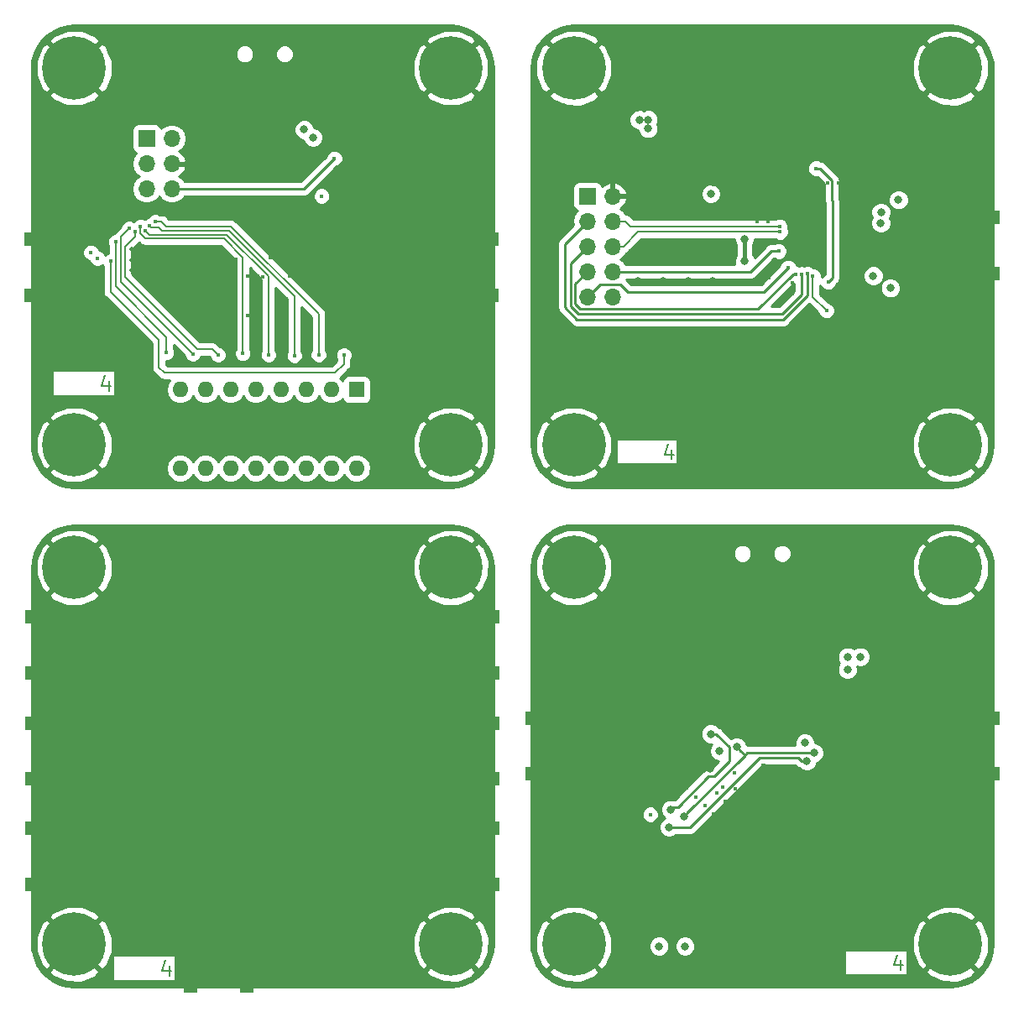
<source format=gbl>
%MOIN*%
%OFA0B0*%
%FSLAX46Y46*%
%IPPOS*%
%LPD*%
%ADD10C,0.0078740157480314977*%
%ADD11R,0.16535433070866143X0.053149606299212608*%
%ADD12R,0.053149606299212608X0.16535433070866143*%
%ADD13C,0.031496062992125991*%
%ADD14C,0.25196850393700793*%
%ADD15C,0.023622047244094488*%
%ADD16C,0.01*%
%ADD27C,0.0078740157480314977*%
%ADD28C,0.023622047244094488*%
%ADD29C,0.023622047244094488*%
%ADD30C,0.25196850393700793*%
%ADD31C,0.031496062992125991*%
%ADD32R,0.16535433070866143X0.053149606299212608*%
%ADD33C,0.017716535433070866*%
%ADD34C,0.031496062992125991*%
%ADD35C,0.00984251968503937*%
%ADD36C,0.01*%
%ADD37C,0.0078740157480314977*%
%ADD38C,0.01968503937007874*%
%ADD39R,0.16535433070866143X0.053149606299212608*%
%ADD40R,0.062992125984251982X0.062992125984251982*%
%ADD41O,0.062992125984251982X0.062992125984251982*%
%ADD42C,0.031496062992125991*%
%ADD43C,0.25196850393700793*%
%ADD44R,0.066929133858267723X0.066929133858267723*%
%ADD45O,0.066929133858267723X0.066929133858267723*%
%ADD46C,0.017716535433070866*%
%ADD47C,0.031496062992125991*%
%ADD48C,0.00984251968503937*%
%ADD49C,0.012204724409448819*%
%ADD50C,0.0078740157480314977*%
%ADD51C,0.01*%
%ADD52C,0.0078740157480314977*%
%ADD53R,0.16535433070866143X0.053149606299212608*%
%ADD54C,0.023622047244094488*%
%ADD55C,0.031496062992125991*%
%ADD56C,0.25196850393700793*%
%ADD57R,0.066929133858267723X0.066929133858267723*%
%ADD58O,0.066929133858267723X0.066929133858267723*%
%ADD59C,0.031496062992125991*%
%ADD60C,0.017716535433070866*%
%ADD61C,0.015748031496062995*%
%ADD62C,0.00984251968503937*%
%ADD63C,0.0078740157480314977*%
%ADD64C,0.01*%
G01*
D10*
X0000574240Y0000111079D02*
X0000574240Y0000071709D01*
X0000560179Y0000133577D02*
X0000546119Y0000091394D01*
X0000582677Y0000091394D01*
D11*
X0000086614Y0000658464D03*
X0000086614Y0000436023D03*
X0000086614Y0001497047D03*
X0000086614Y0001274606D03*
D12*
X0000660433Y0000086614D03*
X0000882874Y0000086614D03*
D11*
X0001803149Y0001274606D03*
X0001803149Y0001497047D03*
X0001803149Y0000436023D03*
X0001803149Y0000658464D03*
D13*
X0000263663Y0000263663D03*
X0000196850Y0000291338D03*
X0000130037Y0000263663D03*
X0000102362Y0000196850D03*
X0000130037Y0000130037D03*
X0000196850Y0000102362D03*
X0000263663Y0000130037D03*
X0000291338Y0000196850D03*
D14*
X0000196850Y0000196850D03*
D13*
X0001759726Y0000263663D03*
X0001692913Y0000291338D03*
X0001626100Y0000263663D03*
X0001598425Y0000196850D03*
X0001626100Y0000130037D03*
X0001692913Y0000102362D03*
X0001759726Y0000130037D03*
X0001787401Y0000196850D03*
D14*
X0001692913Y0000196850D03*
X0001692913Y0001692913D03*
D13*
X0001787401Y0001692913D03*
X0001759726Y0001626100D03*
X0001692913Y0001598425D03*
X0001626100Y0001626100D03*
X0001598425Y0001692913D03*
X0001626100Y0001759726D03*
X0001692913Y0001787401D03*
X0001759726Y0001759726D03*
D14*
X0000196850Y0001692913D03*
D13*
X0000291338Y0001692913D03*
X0000263663Y0001626100D03*
X0000196850Y0001598425D03*
X0000130037Y0001626100D03*
X0000102362Y0001692913D03*
X0000130037Y0001759726D03*
X0000196850Y0001787401D03*
X0000263663Y0001759726D03*
D11*
X0000086614Y0000853346D03*
X0000086614Y0001075787D03*
X0001803149Y0000853346D03*
X0001803149Y0001075787D03*
D15*
X0000015748Y0001511811D03*
X0000015748Y0001259842D03*
X0001874015Y0001259842D03*
X0001874015Y0001511811D03*
X0001842519Y0000673228D03*
X0001814960Y0000673228D03*
X0001787401Y0000673228D03*
X0001759842Y0000673228D03*
X0001732283Y0000673228D03*
X0001787401Y0000421259D03*
X0001814960Y0000421259D03*
X0001759842Y0000421259D03*
X0001842519Y0000421259D03*
X0001732283Y0000421259D03*
X0000646556Y0000047491D03*
X0000646556Y0000102609D03*
X0000646556Y0000157727D03*
X0000646556Y0000075050D03*
X0000646556Y0000130168D03*
X0000899412Y0000047738D03*
X0000899412Y0000075297D03*
X0000899412Y0000102856D03*
X0000899412Y0000130415D03*
X0000899412Y0000157974D03*
X0000070866Y0000673228D03*
X0000098425Y0000673228D03*
X0000043307Y0000673228D03*
X0000125984Y0000673228D03*
X0000015748Y0000673228D03*
X0000043307Y0000421259D03*
X0000098425Y0000421259D03*
X0000015748Y0000421259D03*
X0000125984Y0000421259D03*
X0000070866Y0000421259D03*
X0001177165Y0000448818D03*
X0001177165Y0000507874D03*
X0001177165Y0000566929D03*
X0001177165Y0000389763D03*
X0001177165Y0000330708D03*
X0000893700Y0000389763D03*
X0000751968Y0000326771D03*
X0000771653Y0000346456D03*
X0000791338Y0000366141D03*
X0000811023Y0000385826D03*
X0000866141Y0000389763D03*
X0000921259Y0000389763D03*
X0000948818Y0000389763D03*
X0000976377Y0000389763D03*
X0000838582Y0000389763D03*
X0001874015Y0001090551D03*
X0001791338Y0001090551D03*
X0001818897Y0001090551D03*
X0001846456Y0001090551D03*
X0001763779Y0001090551D03*
X0001763779Y0000838582D03*
X0001874015Y0000838582D03*
X0001846456Y0000838582D03*
X0001818897Y0000838582D03*
X0001791338Y0000838582D03*
X0000015748Y0000838582D03*
X0000125984Y0000838582D03*
X0000098425Y0000838582D03*
X0000070866Y0000838582D03*
X0000043307Y0000838582D03*
X0000015748Y0001090551D03*
X0000070866Y0001090551D03*
X0000043307Y0001090551D03*
X0000098425Y0001090551D03*
X0000125984Y0001090551D03*
X0000153543Y0001090551D03*
X0000153543Y0000673228D03*
X0000153543Y0000421259D03*
X0000899412Y0000019685D03*
X0000646556Y0000019685D03*
X0000153543Y0000838582D03*
X0001736220Y0001090551D03*
X0001736220Y0000838582D03*
X0001736220Y0001511811D03*
X0000153543Y0001259842D03*
X0001736220Y0001259842D03*
X0000153543Y0001511811D03*
X0000125984Y0001259842D03*
X0001846456Y0001511811D03*
X0001791338Y0001511811D03*
X0000125984Y0001511811D03*
X0000043307Y0001259842D03*
X0001763779Y0001259842D03*
X0001846456Y0001259842D03*
X0000098425Y0001511811D03*
X0001818897Y0001511811D03*
X0001818897Y0001259842D03*
X0000043307Y0001511811D03*
X0001791338Y0001259842D03*
X0000098425Y0001259842D03*
X0000070866Y0001511811D03*
X0000070866Y0001259842D03*
X0001763779Y0001511811D03*
X0000181102Y0001425196D03*
X0000236220Y0001425196D03*
X0000208661Y0001425196D03*
X0000263779Y0001425196D03*
X0000291338Y0001425196D03*
X0000318897Y0001425196D03*
X0000484251Y0001425196D03*
X0000456692Y0001425196D03*
X0000374015Y0001425196D03*
X0000346456Y0001425196D03*
X0000429133Y0001425196D03*
X0000401574Y0001425196D03*
X0000566929Y0001425196D03*
X0000539370Y0001425196D03*
X0000511811Y0001425196D03*
X0000649606Y0001425196D03*
X0000622047Y0001425196D03*
X0000594488Y0001425196D03*
X0000787401Y0001425196D03*
X0000980314Y0001425196D03*
X0000870078Y0001425196D03*
X0001062992Y0001425196D03*
X0000759842Y0001425196D03*
X0000677165Y0001425196D03*
X0000842519Y0001425196D03*
X0001090551Y0001425196D03*
X0001118110Y0001425196D03*
X0001035433Y0001425196D03*
X0000814960Y0001425196D03*
X0000952755Y0001425196D03*
X0000732283Y0001425196D03*
X0000704724Y0001425196D03*
X0000925196Y0001425196D03*
X0000897637Y0001425196D03*
X0001007873Y0001425196D03*
X0001366141Y0001425196D03*
X0001559055Y0001425196D03*
X0001173228Y0001425196D03*
X0001255905Y0001425196D03*
X0001448818Y0001425196D03*
X0001200787Y0001425196D03*
X0001421259Y0001425196D03*
X0001311023Y0001425196D03*
X0001145669Y0001425196D03*
X0001393700Y0001425196D03*
X0001476377Y0001425196D03*
X0001283464Y0001425196D03*
X0001586614Y0001425196D03*
X0001531496Y0001425196D03*
X0001503936Y0001425196D03*
X0001228346Y0001425196D03*
X0001338582Y0001425196D03*
X0001669291Y0001425196D03*
X0001641732Y0001425196D03*
X0001614173Y0001425196D03*
X0001696850Y0001425196D03*
X0001283464Y0001346456D03*
X0001531496Y0001346456D03*
X0001503936Y0001346456D03*
X0001228346Y0001346456D03*
X0001338582Y0001346456D03*
X0001586614Y0001346456D03*
X0001421259Y0001346456D03*
X0001200787Y0001346456D03*
X0001311023Y0001346456D03*
X0001393700Y0001346456D03*
X0001476377Y0001346456D03*
X0001559055Y0001346456D03*
X0001448818Y0001346456D03*
X0001145669Y0001346456D03*
X0001255905Y0001346456D03*
X0001366141Y0001346456D03*
X0001173228Y0001346456D03*
X0000897637Y0001346456D03*
X0000318897Y0001346456D03*
X0000511811Y0001346456D03*
X0001090551Y0001346456D03*
X0000401574Y0001346456D03*
X0000704724Y0001346456D03*
X0000594488Y0001346456D03*
X0000291338Y0001346456D03*
X0000208661Y0001346456D03*
X0000374015Y0001346456D03*
X0000622047Y0001346456D03*
X0000787401Y0001346456D03*
X0000980314Y0001346456D03*
X0000732283Y0001346456D03*
X0000952755Y0001346456D03*
X0000842519Y0001346456D03*
X0001641732Y0001346456D03*
X0001614173Y0001346456D03*
X0000677165Y0001346456D03*
X0000925196Y0001346456D03*
X0001007873Y0001346456D03*
X0001696850Y0001346456D03*
X0000649606Y0001346456D03*
X0000814960Y0001346456D03*
X0001118110Y0001346456D03*
X0001062992Y0001346456D03*
X0000566929Y0001346456D03*
X0001669291Y0001346456D03*
X0000346456Y0001346456D03*
X0001035433Y0001346456D03*
X0000484251Y0001346456D03*
X0000759842Y0001346456D03*
X0000870078Y0001346456D03*
X0000263779Y0001346456D03*
X0000236220Y0001346456D03*
X0000456692Y0001346456D03*
X0000429133Y0001346456D03*
X0000539370Y0001346456D03*
X0001527559Y0001007873D03*
X0001582677Y0001007873D03*
X0001307086Y0001007873D03*
X0001224409Y0001007873D03*
X0001334645Y0001007873D03*
X0001279527Y0001007873D03*
X0001196850Y0001007873D03*
X0001389763Y0001007873D03*
X0001555118Y0001007873D03*
X0001444881Y0001007873D03*
X0001472440Y0001007873D03*
X0001141732Y0001007873D03*
X0001251968Y0001007873D03*
X0001362204Y0001007873D03*
X0000893700Y0001007873D03*
X0001417322Y0001007873D03*
X0001499999Y0001007873D03*
X0000314960Y0001007873D03*
X0000507874Y0001007873D03*
X0001086614Y0001007873D03*
X0000397637Y0001007873D03*
X0001169291Y0001007873D03*
X0000783464Y0001007873D03*
X0000700787Y0001007873D03*
X0000590551Y0001007873D03*
X0000204724Y0001007873D03*
X0000287401Y0001007873D03*
X0000618110Y0001007873D03*
X0000976377Y0001007873D03*
X0000728346Y0001007873D03*
X0000838582Y0001007873D03*
X0000370078Y0001007873D03*
X0001637795Y0001007873D03*
X0001610236Y0001007873D03*
X0000673228Y0001007873D03*
X0000921259Y0001007873D03*
X0000948818Y0001007873D03*
X0001003937Y0001007873D03*
X0001692913Y0001007873D03*
X0000562992Y0001007873D03*
X0000342519Y0001007873D03*
X0001031496Y0001007873D03*
X0000755905Y0001007873D03*
X0000866141Y0001007873D03*
X0000259842Y0001007873D03*
X0000645669Y0001007873D03*
X0000480314Y0001007873D03*
X0000811023Y0001007873D03*
X0001114173Y0001007873D03*
X0001059055Y0001007873D03*
X0001665354Y0001007873D03*
X0000535433Y0001007873D03*
X0000425196Y0001007873D03*
X0000232283Y0001007873D03*
X0000452755Y0001007873D03*
X0001003937Y0000925196D03*
X0000618110Y0000925196D03*
X0000370078Y0000925196D03*
X0001086614Y0000925196D03*
X0000811023Y0000925196D03*
X0000838582Y0000925196D03*
X0000700787Y0000925196D03*
X0000535433Y0000925196D03*
X0000452755Y0000925196D03*
X0000590551Y0000925196D03*
X0001665354Y0000925196D03*
X0000673228Y0000925196D03*
X0000507874Y0000925196D03*
X0001637795Y0000925196D03*
X0000783464Y0000925196D03*
X0000232283Y0000925196D03*
X0001692913Y0000925196D03*
X0000397637Y0000925196D03*
X0001114173Y0000925196D03*
X0000921259Y0000925196D03*
X0000342519Y0000925196D03*
X0001610236Y0000925196D03*
X0000204724Y0000925196D03*
X0000728346Y0000925196D03*
X0000755905Y0000925196D03*
X0001059055Y0000925196D03*
X0001169291Y0000925196D03*
X0000645669Y0000925196D03*
X0000480314Y0000925196D03*
X0000866141Y0000925196D03*
X0000425196Y0000925196D03*
X0000562992Y0000925196D03*
X0000259842Y0000925196D03*
X0000948818Y0000925196D03*
X0000287401Y0000925196D03*
X0000976377Y0000925196D03*
X0001031496Y0000925196D03*
X0000314960Y0000925196D03*
X0000893700Y0000925196D03*
X0001417322Y0000925196D03*
X0001499999Y0000925196D03*
X0001472440Y0000925196D03*
X0001141732Y0000925196D03*
X0001251968Y0000925196D03*
X0001362204Y0000925196D03*
X0001279527Y0000925196D03*
X0001224409Y0000925196D03*
X0001389763Y0000925196D03*
X0001555118Y0000925196D03*
X0001334645Y0000925196D03*
X0001582677Y0000925196D03*
X0001444881Y0000925196D03*
X0001307086Y0000925196D03*
X0001527559Y0000925196D03*
X0001196850Y0000925196D03*
X0000350393Y0000586614D03*
X0000708661Y0000586614D03*
X0000405511Y0000586614D03*
X0000543307Y0000586614D03*
X0000295275Y0000586614D03*
X0000763779Y0000586614D03*
X0000212598Y0000586614D03*
X0000929133Y0000586614D03*
X0001618110Y0000586614D03*
X0000240157Y0000586614D03*
X0001397637Y0000586614D03*
X0000984251Y0000586614D03*
X0000322834Y0000586614D03*
X0000736220Y0000586614D03*
X0001370078Y0000586614D03*
X0000653543Y0000586614D03*
X0000488188Y0000586614D03*
X0001425196Y0000586614D03*
X0000791338Y0000586614D03*
X0000433070Y0000586614D03*
X0001535433Y0000586614D03*
X0000267716Y0000586614D03*
X0000460629Y0000586614D03*
X0001673228Y0000586614D03*
X0000681102Y0000586614D03*
X0000625984Y0000586614D03*
X0000598425Y0000586614D03*
X0000515747Y0000586614D03*
X0000846456Y0000586614D03*
X0001452755Y0000586614D03*
X0000874015Y0000586614D03*
X0000901574Y0000586614D03*
X0001590551Y0000586614D03*
X0000570866Y0000586614D03*
X0001562992Y0000586614D03*
X0001507874Y0000586614D03*
X0000818897Y0000586614D03*
X0000185039Y0000586614D03*
X0000377952Y0000586614D03*
X0000956692Y0000586614D03*
X0001480314Y0000586614D03*
X0001645669Y0000586614D03*
X0000181102Y0001346456D03*
X0000177165Y0000925196D03*
X0000177165Y0001007873D03*
X0001700787Y0000586614D03*
X0001425196Y0000503936D03*
X0001535433Y0000503936D03*
X0001480314Y0000503936D03*
X0001562992Y0000503936D03*
X0001673228Y0000503936D03*
X0001645669Y0000503936D03*
X0001452755Y0000503936D03*
X0001507874Y0000503936D03*
X0001590551Y0000503936D03*
X0001397637Y0000503936D03*
X0001370078Y0000503936D03*
X0001618110Y0000503936D03*
X0001700787Y0000503936D03*
X0000795275Y0000503936D03*
X0000933070Y0000503936D03*
X0000822834Y0000503936D03*
X0000905511Y0000503936D03*
X0000712598Y0000503936D03*
X0000740157Y0000503936D03*
X0000960629Y0000503936D03*
X0000850393Y0000503936D03*
X0000877952Y0000503936D03*
X0000657480Y0000503936D03*
X0000767716Y0000503936D03*
X0000988188Y0000503936D03*
X0000685039Y0000503936D03*
X0000326771Y0000503936D03*
X0000299212Y0000503936D03*
X0000409448Y0000503936D03*
X0000492125Y0000503936D03*
X0000519685Y0000503936D03*
X0000547244Y0000503936D03*
X0000464566Y0000503936D03*
X0000437007Y0000503936D03*
X0000381889Y0000503936D03*
X0000602362Y0000503936D03*
X0000574803Y0000503936D03*
X0000354330Y0000503936D03*
X0000629921Y0000503936D03*
X0000271653Y0000503936D03*
X0000188976Y0000503936D03*
X0000244094Y0000503936D03*
X0000216535Y0000503936D03*
X0000732283Y0000307086D03*
X0000732283Y0000279527D03*
X0000732283Y0000224409D03*
X0000732283Y0000196850D03*
X0000732283Y0000251968D03*
X0000830708Y0000287401D03*
X0000850393Y0000307086D03*
X0000811023Y0000240157D03*
X0000811023Y0000212598D03*
X0000811023Y0000185039D03*
X0000811023Y0000267716D03*
X0000933070Y0000307086D03*
X0000905511Y0000307086D03*
X0000960629Y0000307086D03*
X0000877952Y0000307086D03*
X0000988188Y0000307086D03*
X0001870078Y0000673228D03*
X0001870078Y0000421259D03*
D16*
G36*
X0001722683Y0001858371D02*
X0001751513Y0001850484D01*
X0001778490Y0001837616D01*
X0001802762Y0001820175D01*
X0001823563Y0001798711D01*
X0001840233Y0001773903D01*
X0001852247Y0001746535D01*
X0001859277Y0001717251D01*
X0001861141Y0001691863D01*
X0001861141Y0000198125D01*
X0001858370Y0000167079D01*
X0001850484Y0000138250D01*
X0001837616Y0000111273D01*
X0001820175Y0000087000D01*
X0001798711Y0000066200D01*
X0001773903Y0000049530D01*
X0001746535Y0000037516D01*
X0001717251Y0000030486D01*
X0001691863Y0000028622D01*
X0000198125Y0000028622D01*
X0000167079Y0000031392D01*
X0000138250Y0000039279D01*
X0000111273Y0000052147D01*
X0000087000Y0000069588D01*
X0000068247Y0000088940D01*
X0000096011Y0000088940D01*
X0000110458Y0000069435D01*
X0000165794Y0000046073D01*
X0000225857Y0000045665D01*
X0000281505Y0000068274D01*
X0000283242Y0000069435D01*
X0000297689Y0000088940D01*
X0000196850Y0000189779D01*
X0000096011Y0000088940D01*
X0000068247Y0000088940D01*
X0000066200Y0000091052D01*
X0000049530Y0000115860D01*
X0000037516Y0000143228D01*
X0000031607Y0000167842D01*
X0000045665Y0000167842D01*
X0000068274Y0000112195D01*
X0000069435Y0000110458D01*
X0000088940Y0000096011D01*
X0000189779Y0000196850D01*
X0000203921Y0000196850D01*
X0000304760Y0000096011D01*
X0000324265Y0000110458D01*
X0000340793Y0000149606D01*
X0000349330Y0000149606D01*
X0000349330Y0000057086D01*
X0000349711Y0000055173D01*
X0000350795Y0000053551D01*
X0000352417Y0000052467D01*
X0000354330Y0000052086D01*
X0000594488Y0000052086D01*
X0000596401Y0000052467D01*
X0000598023Y0000053551D01*
X0000599107Y0000055173D01*
X0000599488Y0000057086D01*
X0000599488Y0000088940D01*
X0001592074Y0000088940D01*
X0001606521Y0000069435D01*
X0001661857Y0000046073D01*
X0001721920Y0000045665D01*
X0001777568Y0000068274D01*
X0001779305Y0000069435D01*
X0001793752Y0000088940D01*
X0001692913Y0000189779D01*
X0001592074Y0000088940D01*
X0000599488Y0000088940D01*
X0000599488Y0000149606D01*
X0000599107Y0000151519D01*
X0000598023Y0000153141D01*
X0000596401Y0000154225D01*
X0000594488Y0000154606D01*
X0000354330Y0000154606D01*
X0000352417Y0000154225D01*
X0000350795Y0000153141D01*
X0000349711Y0000151519D01*
X0000349330Y0000149606D01*
X0000340793Y0000149606D01*
X0000347627Y0000165794D01*
X0000347641Y0000167842D01*
X0001541728Y0000167842D01*
X0001564337Y0000112195D01*
X0001565498Y0000110458D01*
X0001585003Y0000096011D01*
X0001685842Y0000196850D01*
X0001699984Y0000196850D01*
X0001800823Y0000096011D01*
X0001820328Y0000110458D01*
X0001843690Y0000165794D01*
X0001844097Y0000225857D01*
X0001821488Y0000281505D01*
X0001820328Y0000283242D01*
X0001800823Y0000297689D01*
X0001699984Y0000196850D01*
X0001685842Y0000196850D01*
X0001585003Y0000297689D01*
X0001565498Y0000283242D01*
X0001542136Y0000227906D01*
X0001541728Y0000167842D01*
X0000347641Y0000167842D01*
X0000348034Y0000225857D01*
X0000325425Y0000281505D01*
X0000324265Y0000283242D01*
X0000304760Y0000297689D01*
X0000203921Y0000196850D01*
X0000189779Y0000196850D01*
X0000088940Y0000297689D01*
X0000069435Y0000283242D01*
X0000046073Y0000227906D01*
X0000045665Y0000167842D01*
X0000031607Y0000167842D01*
X0000030486Y0000172511D01*
X0000028622Y0000197900D01*
X0000028622Y0000304760D01*
X0000096011Y0000304760D01*
X0000196850Y0000203921D01*
X0000297689Y0000304760D01*
X0001592074Y0000304760D01*
X0001692913Y0000203921D01*
X0001793752Y0000304760D01*
X0001779305Y0000324265D01*
X0001723969Y0000347627D01*
X0001663905Y0000348034D01*
X0001608257Y0000325425D01*
X0001606521Y0000324265D01*
X0001592074Y0000304760D01*
X0000297689Y0000304760D01*
X0000283242Y0000324265D01*
X0000227906Y0000347627D01*
X0000167842Y0000348034D01*
X0000112195Y0000325425D01*
X0000110458Y0000324265D01*
X0000096011Y0000304760D01*
X0000028622Y0000304760D01*
X0000028622Y0001585003D01*
X0000096011Y0001585003D01*
X0000110458Y0001565498D01*
X0000165794Y0001542136D01*
X0000225857Y0001541728D01*
X0000281505Y0001564337D01*
X0000283242Y0001565498D01*
X0000297689Y0001585003D01*
X0001592074Y0001585003D01*
X0001606521Y0001565498D01*
X0001661857Y0001542136D01*
X0001721920Y0001541728D01*
X0001777568Y0001564337D01*
X0001779305Y0001565498D01*
X0001793752Y0001585003D01*
X0001692913Y0001685842D01*
X0001592074Y0001585003D01*
X0000297689Y0001585003D01*
X0000196850Y0001685842D01*
X0000096011Y0001585003D01*
X0000028622Y0001585003D01*
X0000028622Y0001663905D01*
X0000045665Y0001663905D01*
X0000068274Y0001608258D01*
X0000069435Y0001606521D01*
X0000088940Y0001592074D01*
X0000189779Y0001692913D01*
X0000203921Y0001692913D01*
X0000304760Y0001592074D01*
X0000324265Y0001606521D01*
X0000347627Y0001661857D01*
X0000347641Y0001663905D01*
X0001541728Y0001663905D01*
X0001564337Y0001608258D01*
X0001565498Y0001606521D01*
X0001585003Y0001592074D01*
X0001685842Y0001692913D01*
X0001699984Y0001692913D01*
X0001800823Y0001592074D01*
X0001820328Y0001606521D01*
X0001843690Y0001661857D01*
X0001844097Y0001721920D01*
X0001821488Y0001777568D01*
X0001820328Y0001779305D01*
X0001800823Y0001793752D01*
X0001699984Y0001692913D01*
X0001685842Y0001692913D01*
X0001585003Y0001793752D01*
X0001565498Y0001779305D01*
X0001542136Y0001723969D01*
X0001541728Y0001663905D01*
X0000347641Y0001663905D01*
X0000348034Y0001721920D01*
X0000325425Y0001777568D01*
X0000324265Y0001779305D01*
X0000304760Y0001793752D01*
X0000203921Y0001692913D01*
X0000189779Y0001692913D01*
X0000088940Y0001793752D01*
X0000069435Y0001779305D01*
X0000046073Y0001723969D01*
X0000045665Y0001663905D01*
X0000028622Y0001663905D01*
X0000028622Y0001691638D01*
X0000031392Y0001722683D01*
X0000039279Y0001751513D01*
X0000052146Y0001778490D01*
X0000068194Y0001800823D01*
X0000096011Y0001800823D01*
X0000196850Y0001699984D01*
X0000297689Y0001800823D01*
X0001592074Y0001800823D01*
X0001692913Y0001699984D01*
X0001793752Y0001800823D01*
X0001779305Y0001820328D01*
X0001723969Y0001843690D01*
X0001663905Y0001844097D01*
X0001608257Y0001821488D01*
X0001606521Y0001820328D01*
X0001592074Y0001800823D01*
X0000297689Y0001800823D01*
X0000283242Y0001820328D01*
X0000227906Y0001843690D01*
X0000167842Y0001844097D01*
X0000112195Y0001821488D01*
X0000110458Y0001820328D01*
X0000096011Y0001800823D01*
X0000068194Y0001800823D01*
X0000069588Y0001802762D01*
X0000091052Y0001823563D01*
X0000115860Y0001840233D01*
X0000143228Y0001852247D01*
X0000172511Y0001859277D01*
X0000197900Y0001861141D01*
X0001691638Y0001861141D01*
X0001722683Y0001858371D01*
X0001722683Y0001858371D01*
G37*
X0001722683Y0001858371D02*
X0001751513Y0001850484D01*
X0001778490Y0001837616D01*
X0001802762Y0001820175D01*
X0001823563Y0001798711D01*
X0001840233Y0001773903D01*
X0001852247Y0001746535D01*
X0001859277Y0001717251D01*
X0001861141Y0001691863D01*
X0001861141Y0000198125D01*
X0001858370Y0000167079D01*
X0001850484Y0000138250D01*
X0001837616Y0000111273D01*
X0001820175Y0000087000D01*
X0001798711Y0000066200D01*
X0001773903Y0000049530D01*
X0001746535Y0000037516D01*
X0001717251Y0000030486D01*
X0001691863Y0000028622D01*
X0000198125Y0000028622D01*
X0000167079Y0000031392D01*
X0000138250Y0000039279D01*
X0000111273Y0000052147D01*
X0000087000Y0000069588D01*
X0000068247Y0000088940D01*
X0000096011Y0000088940D01*
X0000110458Y0000069435D01*
X0000165794Y0000046073D01*
X0000225857Y0000045665D01*
X0000281505Y0000068274D01*
X0000283242Y0000069435D01*
X0000297689Y0000088940D01*
X0000196850Y0000189779D01*
X0000096011Y0000088940D01*
X0000068247Y0000088940D01*
X0000066200Y0000091052D01*
X0000049530Y0000115860D01*
X0000037516Y0000143228D01*
X0000031607Y0000167842D01*
X0000045665Y0000167842D01*
X0000068274Y0000112195D01*
X0000069435Y0000110458D01*
X0000088940Y0000096011D01*
X0000189779Y0000196850D01*
X0000203921Y0000196850D01*
X0000304760Y0000096011D01*
X0000324265Y0000110458D01*
X0000340793Y0000149606D01*
X0000349330Y0000149606D01*
X0000349330Y0000057086D01*
X0000349711Y0000055173D01*
X0000350795Y0000053551D01*
X0000352417Y0000052467D01*
X0000354330Y0000052086D01*
X0000594488Y0000052086D01*
X0000596401Y0000052467D01*
X0000598023Y0000053551D01*
X0000599107Y0000055173D01*
X0000599488Y0000057086D01*
X0000599488Y0000088940D01*
X0001592074Y0000088940D01*
X0001606521Y0000069435D01*
X0001661857Y0000046073D01*
X0001721920Y0000045665D01*
X0001777568Y0000068274D01*
X0001779305Y0000069435D01*
X0001793752Y0000088940D01*
X0001692913Y0000189779D01*
X0001592074Y0000088940D01*
X0000599488Y0000088940D01*
X0000599488Y0000149606D01*
X0000599107Y0000151519D01*
X0000598023Y0000153141D01*
X0000596401Y0000154225D01*
X0000594488Y0000154606D01*
X0000354330Y0000154606D01*
X0000352417Y0000154225D01*
X0000350795Y0000153141D01*
X0000349711Y0000151519D01*
X0000349330Y0000149606D01*
X0000340793Y0000149606D01*
X0000347627Y0000165794D01*
X0000347641Y0000167842D01*
X0001541728Y0000167842D01*
X0001564337Y0000112195D01*
X0001565498Y0000110458D01*
X0001585003Y0000096011D01*
X0001685842Y0000196850D01*
X0001699984Y0000196850D01*
X0001800823Y0000096011D01*
X0001820328Y0000110458D01*
X0001843690Y0000165794D01*
X0001844097Y0000225857D01*
X0001821488Y0000281505D01*
X0001820328Y0000283242D01*
X0001800823Y0000297689D01*
X0001699984Y0000196850D01*
X0001685842Y0000196850D01*
X0001585003Y0000297689D01*
X0001565498Y0000283242D01*
X0001542136Y0000227906D01*
X0001541728Y0000167842D01*
X0000347641Y0000167842D01*
X0000348034Y0000225857D01*
X0000325425Y0000281505D01*
X0000324265Y0000283242D01*
X0000304760Y0000297689D01*
X0000203921Y0000196850D01*
X0000189779Y0000196850D01*
X0000088940Y0000297689D01*
X0000069435Y0000283242D01*
X0000046073Y0000227906D01*
X0000045665Y0000167842D01*
X0000031607Y0000167842D01*
X0000030486Y0000172511D01*
X0000028622Y0000197900D01*
X0000028622Y0000304760D01*
X0000096011Y0000304760D01*
X0000196850Y0000203921D01*
X0000297689Y0000304760D01*
X0001592074Y0000304760D01*
X0001692913Y0000203921D01*
X0001793752Y0000304760D01*
X0001779305Y0000324265D01*
X0001723969Y0000347627D01*
X0001663905Y0000348034D01*
X0001608257Y0000325425D01*
X0001606521Y0000324265D01*
X0001592074Y0000304760D01*
X0000297689Y0000304760D01*
X0000283242Y0000324265D01*
X0000227906Y0000347627D01*
X0000167842Y0000348034D01*
X0000112195Y0000325425D01*
X0000110458Y0000324265D01*
X0000096011Y0000304760D01*
X0000028622Y0000304760D01*
X0000028622Y0001585003D01*
X0000096011Y0001585003D01*
X0000110458Y0001565498D01*
X0000165794Y0001542136D01*
X0000225857Y0001541728D01*
X0000281505Y0001564337D01*
X0000283242Y0001565498D01*
X0000297689Y0001585003D01*
X0001592074Y0001585003D01*
X0001606521Y0001565498D01*
X0001661857Y0001542136D01*
X0001721920Y0001541728D01*
X0001777568Y0001564337D01*
X0001779305Y0001565498D01*
X0001793752Y0001585003D01*
X0001692913Y0001685842D01*
X0001592074Y0001585003D01*
X0000297689Y0001585003D01*
X0000196850Y0001685842D01*
X0000096011Y0001585003D01*
X0000028622Y0001585003D01*
X0000028622Y0001663905D01*
X0000045665Y0001663905D01*
X0000068274Y0001608258D01*
X0000069435Y0001606521D01*
X0000088940Y0001592074D01*
X0000189779Y0001692913D01*
X0000203921Y0001692913D01*
X0000304760Y0001592074D01*
X0000324265Y0001606521D01*
X0000347627Y0001661857D01*
X0000347641Y0001663905D01*
X0001541728Y0001663905D01*
X0001564337Y0001608258D01*
X0001565498Y0001606521D01*
X0001585003Y0001592074D01*
X0001685842Y0001692913D01*
X0001699984Y0001692913D01*
X0001800823Y0001592074D01*
X0001820328Y0001606521D01*
X0001843690Y0001661857D01*
X0001844097Y0001721920D01*
X0001821488Y0001777568D01*
X0001820328Y0001779305D01*
X0001800823Y0001793752D01*
X0001699984Y0001692913D01*
X0001685842Y0001692913D01*
X0001585003Y0001793752D01*
X0001565498Y0001779305D01*
X0001542136Y0001723969D01*
X0001541728Y0001663905D01*
X0000347641Y0001663905D01*
X0000348034Y0001721920D01*
X0000325425Y0001777568D01*
X0000324265Y0001779305D01*
X0000304760Y0001793752D01*
X0000203921Y0001692913D01*
X0000189779Y0001692913D01*
X0000088940Y0001793752D01*
X0000069435Y0001779305D01*
X0000046073Y0001723969D01*
X0000045665Y0001663905D01*
X0000028622Y0001663905D01*
X0000028622Y0001691638D01*
X0000031392Y0001722683D01*
X0000039279Y0001751513D01*
X0000052146Y0001778490D01*
X0000068194Y0001800823D01*
X0000096011Y0001800823D01*
X0000196850Y0001699984D01*
X0000297689Y0001800823D01*
X0001592074Y0001800823D01*
X0001692913Y0001699984D01*
X0001793752Y0001800823D01*
X0001779305Y0001820328D01*
X0001723969Y0001843690D01*
X0001663905Y0001844097D01*
X0001608257Y0001821488D01*
X0001606521Y0001820328D01*
X0001592074Y0001800823D01*
X0000297689Y0001800823D01*
X0000283242Y0001820328D01*
X0000227906Y0001843690D01*
X0000167842Y0001844097D01*
X0000112195Y0001821488D01*
X0000110458Y0001820328D01*
X0000096011Y0001800823D01*
X0000068194Y0001800823D01*
X0000069588Y0001802762D01*
X0000091052Y0001823563D01*
X0000115860Y0001840233D01*
X0000143228Y0001852247D01*
X0000172511Y0001859277D01*
X0000197900Y0001861141D01*
X0001691638Y0001861141D01*
X0001722683Y0001858371D01*
G04 next file*
G04 #@! TF.GenerationSoftware,KiCad,Pcbnew,(5.0.2)-1*
G04 #@! TF.CreationDate,2019-01-19T11:17:49+11:00*
G04 #@! TF.ProjectId,Filter_Bank_Dev_Rev_0,46696c74-6572-45f4-9261-6e6b5f446576,0*
G04 #@! TF.SameCoordinates,Original*
G04 #@! TF.FileFunction,Copper,L4,Bot*
G04 #@! TF.FilePolarity,Positive*
G04 Gerber Fmt 4.6, Leading zero omitted, Abs format (unit mm)*
G04 Created by KiCad (PCBNEW (5.0.2)-1) date 19/01/2019 11:17:49*
G01*
G04 APERTURE LIST*
G04 #@! TA.AperFunction,ViaPad*
G04 #@! TD*
G04 #@! TA.AperFunction,ComponentPad*
G04 #@! TD*
G04 #@! TA.AperFunction,ComponentPad*
G04 #@! TD*
G04 #@! TA.AperFunction,ComponentPad*
G04 #@! TD*
G04 #@! TA.AperFunction,SMDPad,CuDef*
G04 #@! TD*
G04 #@! TA.AperFunction,ViaPad*
G04 #@! TD*
G04 #@! TA.AperFunction,ViaPad*
G04 #@! TD*
G04 #@! TA.AperFunction,Conductor*
G04 #@! TD*
G04 #@! TA.AperFunction,Conductor*
G04 #@! TD*
G04 APERTURE END LIST*
G04 #@! TO.C,REF\002A\002A*
D27*
X0003479752Y0000132733D02*
X0003479752Y0000093363D01*
X0003465691Y0000155230D02*
X0003451631Y0000113048D01*
X0003488189Y0000113048D01*
G04 #@! TD*
D28*
G04 #@! TO.N,GND*
G04 #@! TO.C,U1*
X0002639763Y0001013779D03*
X0002600393Y0001013779D03*
X0002600393Y0000974409D03*
X0002639763Y0000974409D03*
X0002620078Y0000994094D03*
G04 #@! TD*
G04 #@! TO.N,GND*
G04 #@! TO.C,U4*
X0003234252Y0000954724D03*
X0003273622Y0000954724D03*
X0003273622Y0000994094D03*
X0003234252Y0000994094D03*
X0003253937Y0000974409D03*
G04 #@! TD*
D29*
G04 #@! TO.P,FL1,4*
G04 #@! TO.N,GND*
X0002937007Y0000654625D03*
G04 #@! TO.P,FL1,2*
X0002937007Y0000749114D03*
G04 #@! TD*
G04 #@! TO.P,FL2,4*
G04 #@! TO.N,GND*
X0002937007Y0000809055D03*
G04 #@! TO.P,FL2,2*
X0002937007Y0000903543D03*
G04 #@! TD*
G04 #@! TO.P,FL3,4*
G04 #@! TO.N,GND*
X0002938976Y0001045275D03*
G04 #@! TO.P,FL3,2*
X0002938976Y0001139763D03*
G04 #@! TD*
G04 #@! TO.P,FL4,4*
G04 #@! TO.N,GND*
X0002937007Y0001202755D03*
G04 #@! TO.P,FL4,2*
X0002937007Y0001297244D03*
G04 #@! TD*
D30*
G04 #@! TO.P,H1,1*
G04 #@! TO.N,GND*
X0002181102Y0000196850D03*
D31*
X0002275590Y0000196850D03*
X0002247915Y0000130037D03*
X0002181102Y0000102362D03*
X0002114289Y0000130037D03*
X0002086614Y0000196850D03*
X0002114289Y0000263663D03*
X0002181102Y0000291338D03*
X0002247915Y0000263663D03*
G04 #@! TD*
G04 #@! TO.P,H2,1*
G04 #@! TO.N,GND*
X0003743978Y0001759726D03*
X0003677165Y0001787401D03*
X0003610352Y0001759726D03*
X0003582677Y0001692913D03*
X0003610352Y0001626100D03*
X0003677165Y0001598425D03*
X0003743978Y0001626100D03*
X0003771653Y0001692913D03*
D30*
X0003677165Y0001692913D03*
G04 #@! TD*
G04 #@! TO.P,H3,1*
G04 #@! TO.N,GND*
X0002181102Y0001692913D03*
D31*
X0002275590Y0001692913D03*
X0002247915Y0001626100D03*
X0002181102Y0001598425D03*
X0002114289Y0001626100D03*
X0002086614Y0001692913D03*
X0002114289Y0001759726D03*
X0002181102Y0001787401D03*
X0002247915Y0001759726D03*
G04 #@! TD*
G04 #@! TO.P,H4,1*
G04 #@! TO.N,GND*
X0003743978Y0000263663D03*
X0003677165Y0000291338D03*
X0003610352Y0000263663D03*
X0003582677Y0000196850D03*
X0003610352Y0000130037D03*
X0003677165Y0000102362D03*
X0003743978Y0000130037D03*
X0003771653Y0000196850D03*
D30*
X0003677165Y0000196850D03*
G04 #@! TD*
D32*
G04 #@! TO.P,J2,2*
G04 #@! TO.N,GND*
X0002070866Y0001095472D03*
X0002070866Y0000873031D03*
G04 #@! TD*
G04 #@! TO.P,J3,2*
G04 #@! TO.N,GND*
X0003787401Y0001095472D03*
X0003787401Y0000873031D03*
G04 #@! TD*
D33*
G04 #@! TO.N,GND*
X0003051181Y0001744094D03*
X0002807086Y0001744094D03*
X0002775590Y0001834645D03*
X0002885826Y0001834645D03*
X0002976377Y0001834645D03*
X0003086614Y0001830708D03*
X0002133858Y0001114173D03*
X0002114173Y0001114173D03*
X0002094488Y0001114173D03*
X0002074803Y0001114173D03*
X0002055118Y0001114173D03*
X0002035433Y0001114173D03*
X0002015748Y0001114173D03*
X0001996063Y0001114173D03*
D34*
X0003314960Y0001137795D03*
D33*
X0002413385Y0000661417D03*
X0003724409Y0001114173D03*
X0003744094Y0001114173D03*
X0003862204Y0001114173D03*
X0003783464Y0001114173D03*
X0003803149Y0001114173D03*
X0003842519Y0001114173D03*
X0003822834Y0001114173D03*
X0003763779Y0001114173D03*
X0002074803Y0000858267D03*
X0002133858Y0000858267D03*
X0002015748Y0000858267D03*
X0002035433Y0000858267D03*
X0002114173Y0000858267D03*
X0002094488Y0000858267D03*
X0001996063Y0000858267D03*
X0002055118Y0000858267D03*
X0003803149Y0000854330D03*
X0003862204Y0000854330D03*
X0003744094Y0000854330D03*
X0003763779Y0000854330D03*
X0003842519Y0000854330D03*
X0003822834Y0000854330D03*
X0003724409Y0000854330D03*
X0003783464Y0000854330D03*
D34*
X0003744094Y0001200787D03*
X0003791338Y0001480314D03*
D33*
X0003429133Y0001019685D03*
X0003448818Y0001019685D03*
X0003468503Y0001019685D03*
X0003468503Y0001019685D03*
X0003468503Y0001019685D03*
X0003488189Y0001019685D03*
X0003507874Y0001019685D03*
X0003527559Y0001019685D03*
X0003547244Y0001019685D03*
X0003566929Y0001019685D03*
X0003586614Y0001019685D03*
X0003606299Y0001019685D03*
X0003625984Y0001019685D03*
X0003645669Y0001019685D03*
X0003665354Y0001019685D03*
X0003685039Y0001019685D03*
X0003665354Y0001019685D03*
X0003685039Y0001019685D03*
X0003429133Y0000948818D03*
X0003468503Y0000948818D03*
X0003507874Y0000948818D03*
X0003488189Y0000948818D03*
X0003488189Y0000948818D03*
X0003625984Y0000948818D03*
X0003645669Y0000948818D03*
X0003527559Y0000948818D03*
X0003488189Y0000948818D03*
X0003606299Y0000948818D03*
X0003586614Y0000948818D03*
X0003685039Y0000948818D03*
X0003665354Y0000948818D03*
X0003566929Y0000948818D03*
X0003547244Y0000948818D03*
X0003685039Y0000948818D03*
X0002200787Y0000948818D03*
X0002220472Y0000948818D03*
X0002318897Y0000948818D03*
X0002181102Y0000948818D03*
X0002397637Y0000948818D03*
X0002358267Y0000948818D03*
X0002377952Y0000948818D03*
X0002240157Y0000948818D03*
X0002200787Y0000948818D03*
X0002161417Y0000948818D03*
X0002338582Y0000948818D03*
X0002279527Y0000948818D03*
X0002200787Y0000948818D03*
X0002259842Y0000948818D03*
X0002299212Y0000948818D03*
X0002200787Y0001019685D03*
X0002240157Y0001019685D03*
X0002200787Y0001019685D03*
X0002181102Y0001019685D03*
X0002377952Y0001019685D03*
X0002200787Y0001019685D03*
X0002161417Y0001019685D03*
X0002338582Y0001019685D03*
X0002279527Y0001019685D03*
X0002299212Y0001019685D03*
X0002397637Y0001019685D03*
X0002318897Y0001019685D03*
X0002259842Y0001019685D03*
X0002358267Y0001019685D03*
X0002220472Y0001019685D03*
X0003409448Y0001023622D03*
X0003409448Y0000940944D03*
X0002818897Y0001291338D03*
X0002799212Y0001291338D03*
X0002779527Y0001291338D03*
X0002759842Y0001291338D03*
X0002740157Y0001285433D03*
X0002720472Y0001265748D03*
X0002702755Y0001246062D03*
X0002685039Y0001226377D03*
X0002665354Y0001208661D03*
X0002647637Y0001188976D03*
X0002627952Y0001171259D03*
X0002608267Y0001149606D03*
X0002588582Y0001131889D03*
X0002568897Y0001114173D03*
X0002555118Y0001090551D03*
X0002690944Y0001131889D03*
X0002712598Y0001131889D03*
X0002734252Y0001131889D03*
X0002755905Y0001131889D03*
X0002775590Y0001131889D03*
X0002795275Y0001131889D03*
X0002814960Y0001131889D03*
X0002763779Y0001059055D03*
X0002783464Y0001059055D03*
X0002803149Y0001059055D03*
X0002822834Y0001059055D03*
X0002683070Y0000907480D03*
X0002781496Y0000765748D03*
X0002803149Y0000748031D03*
X0003076771Y0000891732D03*
X0003053149Y0000891732D03*
X0003070866Y0000822834D03*
X0003090551Y0000822834D03*
X0003110236Y0000822834D03*
X0003129921Y0000822834D03*
X0003149606Y0000822834D03*
X0003169291Y0000822834D03*
X0003051181Y0000822834D03*
X0003051181Y0000736220D03*
X0003070866Y0000736220D03*
X0003090551Y0000740157D03*
X0003110236Y0000753937D03*
X0003129921Y0000773622D03*
X0003129921Y0000773622D03*
X0003129921Y0000773622D03*
X0003149606Y0000793307D03*
X0002627952Y0000818897D03*
X0002734252Y0000714566D03*
X0002769685Y0000675196D03*
X0002793307Y0000661417D03*
X0002751968Y0000694881D03*
X0002665354Y0000781496D03*
X0002566929Y0000881889D03*
X0002588582Y0000860236D03*
X0002608267Y0000838582D03*
X0003124015Y0001169291D03*
X0003159448Y0001135826D03*
X0003106299Y0001188976D03*
X0003139763Y0001153543D03*
X0003088582Y0001208661D03*
X0003090551Y0000665354D03*
X0003149606Y0000690944D03*
X0003222440Y0000767716D03*
X0003070866Y0000665354D03*
X0003261811Y0000807086D03*
X0003129921Y0000671259D03*
X0003301181Y0000842519D03*
X0003314960Y0000866141D03*
X0003281496Y0000824803D03*
X0003167322Y0000710629D03*
X0003051181Y0000665354D03*
X0003242126Y0000785433D03*
X0003110236Y0000665354D03*
X0003185039Y0000730314D03*
X0003204724Y0000748031D03*
X0003320866Y0001045275D03*
X0003161417Y0001236220D03*
X0003320866Y0001064960D03*
X0003238189Y0001159448D03*
X0003255905Y0001139763D03*
X0003125984Y0001271653D03*
X0003295275Y0001104330D03*
X0003179133Y0001216535D03*
X0003275590Y0001122047D03*
X0003200787Y0001196850D03*
X0003143700Y0001255905D03*
X0003314960Y0001084645D03*
X0003218503Y0001177165D03*
X0003057086Y0001287401D03*
X0003080708Y0001287401D03*
X0003104330Y0001287401D03*
X0003066929Y0001214566D03*
X0003051181Y0001059055D03*
X0003070866Y0001059055D03*
X0003092519Y0001059055D03*
X0002769685Y0001212598D03*
X0002751968Y0001192913D03*
X0002734252Y0001173228D03*
X0002714566Y0001155511D03*
X0002791338Y0001214566D03*
X0002811023Y0001214566D03*
X0002700787Y0000746062D03*
X0002748031Y0000799212D03*
X0002771653Y0000820866D03*
X0002822834Y0000812992D03*
D34*
X0002722757Y0000895352D03*
D33*
X0003055118Y0001131889D03*
X0003074803Y0001131889D03*
X0003096456Y0001131889D03*
X0003116141Y0001131889D03*
X0003137795Y0001131889D03*
D34*
X0003135826Y0001062992D03*
X0003188976Y0001059055D03*
D33*
X0002338582Y0001791338D03*
X0002535433Y0001791338D03*
X0002437007Y0001692913D03*
X0002437007Y0001574803D03*
X0002437007Y0001377952D03*
X0002437007Y0001181102D03*
X0002338582Y0001594488D03*
X0002535433Y0001594488D03*
X0002732283Y0001594488D03*
X0002633858Y0001692913D03*
X0002929133Y0001594488D03*
X0003125984Y0001594488D03*
X0003322834Y0001594488D03*
X0003322834Y0001437007D03*
X0003125984Y0001476377D03*
X0002929133Y0001476377D03*
X0002732283Y0001476377D03*
X0002535433Y0001476377D03*
X0002338582Y0001476377D03*
X0002141732Y0001476377D03*
X0002141732Y0001279527D03*
X0002338582Y0001279527D03*
X0002535433Y0001279527D03*
X0002633858Y0001377952D03*
X0002830708Y0001574803D03*
X0002633858Y0001574803D03*
X0002043307Y0001377952D03*
X0002043307Y0001574803D03*
X0002043307Y0001181102D03*
X0002240157Y0001377952D03*
X0002240157Y0001181102D03*
X0002377952Y0001082677D03*
X0003027559Y0001574803D03*
X0003224409Y0001574803D03*
X0003421259Y0001574803D03*
X0003027559Y0001377952D03*
X0002830708Y0001377952D03*
X0003421259Y0001692913D03*
X0003519685Y0001791338D03*
X0003322834Y0001791338D03*
X0003224409Y0001692913D03*
X0003519685Y0001437007D03*
X0003519685Y0001141732D03*
X0003618110Y0001082677D03*
X0003421259Y0001082677D03*
X0002181102Y0001082677D03*
X0002181102Y0000885826D03*
X0002141732Y0000688976D03*
X0002141732Y0000492125D03*
X0002043307Y0000590551D03*
X0002043307Y0000787401D03*
X0002240157Y0000787401D03*
X0002437007Y0000787401D03*
X0002240157Y0000590551D03*
X0002377952Y0000885826D03*
X0002338582Y0000688976D03*
X0002338582Y0000492125D03*
X0002338582Y0000295275D03*
X0002240157Y0000393700D03*
X0002535433Y0000295275D03*
X0002732283Y0000295275D03*
X0002929133Y0000295275D03*
X0003125984Y0000295275D03*
X0003519685Y0000492125D03*
X0003519685Y0000688976D03*
X0003519685Y0000885826D03*
X0003421259Y0000787401D03*
X0003618110Y0000787401D03*
X0003814960Y0000787401D03*
X0003814960Y0000590551D03*
X0003814960Y0000393700D03*
X0003716535Y0000492125D03*
X0003716535Y0000688976D03*
X0003618110Y0000590551D03*
X0003618110Y0000393700D03*
X0003421259Y0000393700D03*
X0003421259Y0000590551D03*
X0003322834Y0000688976D03*
X0003322834Y0000492125D03*
X0003224409Y0000393700D03*
X0003224409Y0000590551D03*
X0003125984Y0000492125D03*
X0003027559Y0000590551D03*
X0003027559Y0000393700D03*
X0003027559Y0000196850D03*
X0002830708Y0000196850D03*
X0002830708Y0000393700D03*
X0002830708Y0000590551D03*
X0002929133Y0000492125D03*
X0003086614Y0000098425D03*
X0002929133Y0000098425D03*
X0002732283Y0000098425D03*
X0002437007Y0000393700D03*
X0002437007Y0000196850D03*
X0002633858Y0000393700D03*
X0002732283Y0000492125D03*
X0002043307Y0000393700D03*
X0002338582Y0000098425D03*
X0003814960Y0001181102D03*
X0003814960Y0001377952D03*
X0003814960Y0001574803D03*
X0002417322Y0001019685D03*
X0002437007Y0001019685D03*
X0002437007Y0000948818D03*
X0002417322Y0000948818D03*
X0003448818Y0000948818D03*
X0002818897Y0000877952D03*
D34*
G04 #@! TO.N,+3V3*
X0003318897Y0001338582D03*
X0003267716Y0001287401D03*
X0003267716Y0001338582D03*
X0002519685Y0000188976D03*
X0002622047Y0000188976D03*
D33*
X0002484252Y0000712598D03*
D34*
X0002759842Y0000964566D03*
X0003098425Y0000996062D03*
G04 #@! TO.N,/SW_1_CTRL_1*
X0002724409Y0001032480D03*
X0002564960Y0000732283D03*
G04 #@! TO.N,/SW_1_CTRL_2*
X0003133858Y0000956692D03*
X0002618077Y0000704757D03*
X0002827756Y0000980415D03*
G04 #@! TO.N,/SW_2_CTRL_1*
X0002559055Y0000661417D03*
X0003106299Y0000925196D03*
G04 #@! TD*
D35*
G04 #@! TO.N,/SW_1_CTRL_1*
X0002724409Y0001032480D02*
X0002746680Y0001032480D01*
X0002746680Y0001032480D02*
X0002797244Y0000981916D01*
X0002797244Y0000944881D02*
X0002797244Y0000935039D01*
X0002797244Y0000981916D02*
X0002797244Y0000944881D01*
X0002797244Y0000923228D02*
X0002797244Y0000944881D01*
X0002738189Y0000864173D02*
X0002797244Y0000923228D01*
X0002716535Y0000864173D02*
X0002738189Y0000864173D01*
X0002594488Y0000742125D02*
X0002716535Y0000864173D01*
X0002564960Y0000732283D02*
X0002574803Y0000742125D01*
X0002574803Y0000742125D02*
X0002594488Y0000742125D01*
G04 #@! TO.N,/SW_1_CTRL_2*
X0003133858Y0000956692D02*
X0002869081Y0000956692D01*
X0002869081Y0000956692D02*
X0002858267Y0000945878D01*
X0002858267Y0000949904D02*
X0002843504Y0000964667D01*
X0002843504Y0000964667D02*
X0002827756Y0000980415D01*
X0002858267Y0000945878D02*
X0002858267Y0000949904D01*
X0002633825Y0000720505D02*
X0002618077Y0000704757D01*
X0002858267Y0000945878D02*
X0002858267Y0000944947D01*
X0002858267Y0000944947D02*
X0002633825Y0000720505D01*
G04 #@! TO.N,/SW_2_CTRL_1*
X0002643700Y0000661417D02*
X0002581326Y0000661417D01*
X0002581326Y0000661417D02*
X0002559055Y0000661417D01*
X0003072217Y0000937007D02*
X0002919291Y0000937007D01*
X0003084028Y0000925196D02*
X0003072217Y0000937007D01*
X0003106299Y0000925196D02*
X0003084028Y0000925196D01*
X0002919291Y0000937007D02*
X0002643700Y0000661417D01*
G04 #@! TD*
D36*
G04 #@! TO.N,GND*
G36*
X0003707111Y0001859343D02*
X0003736109Y0001851410D01*
X0003763245Y0001838467D01*
X0003787660Y0001820923D01*
X0003808582Y0001799333D01*
X0003825351Y0001774379D01*
X0003837435Y0001746850D01*
X0003844505Y0001717403D01*
X0003846377Y0001691899D01*
X0003846378Y0000198081D01*
X0003843595Y0000166904D01*
X0003835662Y0000137906D01*
X0003822719Y0000110770D01*
X0003805175Y0000086355D01*
X0003783585Y0000065432D01*
X0003758631Y0000048664D01*
X0003731102Y0000036580D01*
X0003701655Y0000029510D01*
X0003676151Y0000027637D01*
X0002182333Y0000027637D01*
X0002151156Y0000030420D01*
X0002122158Y0000038353D01*
X0002095022Y0000051296D01*
X0002070607Y0000068840D01*
X0002051128Y0000088940D01*
X0002080263Y0000088940D01*
X0002094710Y0000069435D01*
X0002150046Y0000046073D01*
X0002210110Y0000045665D01*
X0002265757Y0000068274D01*
X0002267494Y0000069435D01*
X0002281941Y0000088940D01*
X0002181102Y0000189779D01*
X0002080263Y0000088940D01*
X0002051128Y0000088940D01*
X0002049684Y0000090430D01*
X0002032916Y0000115384D01*
X0002020832Y0000142913D01*
X0002014847Y0000167842D01*
X0002029917Y0000167842D01*
X0002052526Y0000112195D01*
X0002053687Y0000110458D01*
X0002073192Y0000096011D01*
X0002174031Y0000196850D01*
X0002188173Y0000196850D01*
X0002289012Y0000096011D01*
X0002308517Y0000110458D01*
X0002331879Y0000165794D01*
X0002332091Y0000197019D01*
X0002479252Y0000197019D01*
X0002479252Y0000180933D01*
X0002485407Y0000166072D01*
X0002496781Y0000154698D01*
X0002511642Y0000148543D01*
X0002527727Y0000148543D01*
X0002542588Y0000154698D01*
X0002553962Y0000166072D01*
X0002560118Y0000180933D01*
X0002560118Y0000197019D01*
X0002581614Y0000197019D01*
X0002581614Y0000180933D01*
X0002587769Y0000166072D01*
X0002599143Y0000154698D01*
X0002614004Y0000148543D01*
X0002630089Y0000148543D01*
X0002644950Y0000154698D01*
X0002656324Y0000166072D01*
X0002657657Y0000169291D01*
X0003254842Y0000169291D01*
X0003254842Y0000078740D01*
X0003255223Y0000076826D01*
X0003256307Y0000075204D01*
X0003257929Y0000074120D01*
X0003259842Y0000073740D01*
X0003500000Y0000073740D01*
X0003501913Y0000074120D01*
X0003503535Y0000075204D01*
X0003504619Y0000076826D01*
X0003505000Y0000078740D01*
X0003505000Y0000088940D01*
X0003576326Y0000088940D01*
X0003590773Y0000069435D01*
X0003646109Y0000046073D01*
X0003706172Y0000045665D01*
X0003761820Y0000068274D01*
X0003763557Y0000069435D01*
X0003778004Y0000088940D01*
X0003677165Y0000189779D01*
X0003576326Y0000088940D01*
X0003505000Y0000088940D01*
X0003505000Y0000167842D01*
X0003525980Y0000167842D01*
X0003548589Y0000112195D01*
X0003549750Y0000110458D01*
X0003569255Y0000096011D01*
X0003670094Y0000196850D01*
X0003684236Y0000196850D01*
X0003785075Y0000096011D01*
X0003804580Y0000110458D01*
X0003827942Y0000165794D01*
X0003828349Y0000225857D01*
X0003805740Y0000281505D01*
X0003804580Y0000283242D01*
X0003785075Y0000297689D01*
X0003684236Y0000196850D01*
X0003670094Y0000196850D01*
X0003569255Y0000297689D01*
X0003549750Y0000283242D01*
X0003526388Y0000227906D01*
X0003525980Y0000167842D01*
X0003505000Y0000167842D01*
X0003505000Y0000169291D01*
X0003504619Y0000171204D01*
X0003503535Y0000172826D01*
X0003501913Y0000173910D01*
X0003500000Y0000174291D01*
X0003259842Y0000174291D01*
X0003257929Y0000173910D01*
X0003256307Y0000172826D01*
X0003255223Y0000171204D01*
X0003254842Y0000169291D01*
X0002657657Y0000169291D01*
X0002662480Y0000180933D01*
X0002662480Y0000197019D01*
X0002656324Y0000211879D01*
X0002644950Y0000223253D01*
X0002630089Y0000229409D01*
X0002614004Y0000229409D01*
X0002599143Y0000223253D01*
X0002587769Y0000211879D01*
X0002581614Y0000197019D01*
X0002560118Y0000197019D01*
X0002553962Y0000211879D01*
X0002542588Y0000223253D01*
X0002527727Y0000229409D01*
X0002511642Y0000229409D01*
X0002496781Y0000223253D01*
X0002485407Y0000211879D01*
X0002479252Y0000197019D01*
X0002332091Y0000197019D01*
X0002332286Y0000225857D01*
X0002309677Y0000281505D01*
X0002308517Y0000283242D01*
X0002289012Y0000297689D01*
X0002188173Y0000196850D01*
X0002174031Y0000196850D01*
X0002073192Y0000297689D01*
X0002053687Y0000283242D01*
X0002030325Y0000227906D01*
X0002029917Y0000167842D01*
X0002014847Y0000167842D01*
X0002013762Y0000172359D01*
X0002011889Y0000197863D01*
X0002011889Y0000304760D01*
X0002080263Y0000304760D01*
X0002181102Y0000203921D01*
X0002281941Y0000304760D01*
X0003576326Y0000304760D01*
X0003677165Y0000203921D01*
X0003778004Y0000304760D01*
X0003763557Y0000324265D01*
X0003708221Y0000347627D01*
X0003648157Y0000348034D01*
X0003592510Y0000325425D01*
X0003590773Y0000324265D01*
X0003576326Y0000304760D01*
X0002281941Y0000304760D01*
X0002267494Y0000324265D01*
X0002212158Y0000347627D01*
X0002152094Y0000348034D01*
X0002096447Y0000325425D01*
X0002094710Y0000324265D01*
X0002080263Y0000304760D01*
X0002011889Y0000304760D01*
X0002011889Y0000669459D01*
X0002518622Y0000669459D01*
X0002518622Y0000653374D01*
X0002524777Y0000638513D01*
X0002536151Y0000627139D01*
X0002551012Y0000620984D01*
X0002567097Y0000620984D01*
X0002581958Y0000627139D01*
X0002586629Y0000631811D01*
X0002640785Y0000631811D01*
X0002643700Y0000631231D01*
X0002646616Y0000631811D01*
X0002646616Y0000631811D01*
X0002655252Y0000633528D01*
X0002665045Y0000640072D01*
X0002666697Y0000642544D01*
X0002931554Y0000907401D01*
X0003059953Y0000907401D01*
X0003061031Y0000906323D01*
X0003062683Y0000903851D01*
X0003072476Y0000897308D01*
X0003078131Y0000896183D01*
X0003083395Y0000890919D01*
X0003098256Y0000884763D01*
X0003114341Y0000884763D01*
X0003129202Y0000890919D01*
X0003140576Y0000902293D01*
X0003146732Y0000917154D01*
X0003146732Y0000918261D01*
X0003156761Y0000922415D01*
X0003168135Y0000933789D01*
X0003174291Y0000948650D01*
X0003174291Y0000964735D01*
X0003168135Y0000979596D01*
X0003156761Y0000990970D01*
X0003141900Y0000997125D01*
X0003138858Y0000997125D01*
X0003138858Y0001004105D01*
X0003132702Y0001018966D01*
X0003121328Y0001030340D01*
X0003106467Y0001036496D01*
X0003090382Y0001036496D01*
X0003075521Y0001030340D01*
X0003064147Y0001018966D01*
X0003057992Y0001004105D01*
X0003057992Y0000988020D01*
X0003058705Y0000986299D01*
X0002871997Y0000986299D01*
X0002869081Y0000986879D01*
X0002868189Y0000986701D01*
X0002868189Y0000988458D01*
X0002862033Y0001003319D01*
X0002850659Y0001014693D01*
X0002835798Y0001020848D01*
X0002819713Y0001020848D01*
X0002805902Y0001015127D01*
X0002769677Y0001051353D01*
X0002768025Y0001053825D01*
X0002758232Y0001060368D01*
X0002752577Y0001061493D01*
X0002747312Y0001066757D01*
X0002732452Y0001072913D01*
X0002716366Y0001072913D01*
X0002701505Y0001066757D01*
X0002690132Y0001055383D01*
X0002683976Y0001040522D01*
X0002683976Y0001024437D01*
X0002690132Y0001009576D01*
X0002701505Y0000998202D01*
X0002716366Y0000992047D01*
X0002730141Y0000992047D01*
X0002725565Y0000987470D01*
X0002719409Y0000972609D01*
X0002719409Y0000956524D01*
X0002725565Y0000941663D01*
X0002736939Y0000930289D01*
X0002751799Y0000924133D01*
X0002756280Y0000924133D01*
X0002725925Y0000893779D01*
X0002719451Y0000893779D01*
X0002716535Y0000894359D01*
X0002713619Y0000893779D01*
X0002713619Y0000893779D01*
X0002704983Y0000892061D01*
X0002695190Y0000885518D01*
X0002693538Y0000883046D01*
X0002582224Y0000771732D01*
X0002577718Y0000771732D01*
X0002574803Y0000772312D01*
X0002574246Y0000772201D01*
X0002573003Y0000772716D01*
X0002556918Y0000772716D01*
X0002542057Y0000766560D01*
X0002530683Y0000755186D01*
X0002524527Y0000740326D01*
X0002524527Y0000724240D01*
X0002530683Y0000709379D01*
X0002541961Y0000698101D01*
X0002536151Y0000695694D01*
X0002524777Y0000684320D01*
X0002518622Y0000669459D01*
X0002011889Y0000669459D01*
X0002011889Y0000719270D01*
X0002450708Y0000719270D01*
X0002450708Y0000705926D01*
X0002455815Y0000693597D01*
X0002465251Y0000684161D01*
X0002477579Y0000679055D01*
X0002490924Y0000679055D01*
X0002503252Y0000684161D01*
X0002512688Y0000693597D01*
X0002517795Y0000705926D01*
X0002517795Y0000719270D01*
X0002512688Y0000731599D01*
X0002503252Y0000741035D01*
X0002490924Y0000746141D01*
X0002477579Y0000746141D01*
X0002465251Y0000741035D01*
X0002455815Y0000731599D01*
X0002450708Y0000719270D01*
X0002011889Y0000719270D01*
X0002011889Y0001346625D01*
X0003227283Y0001346625D01*
X0003227283Y0001330540D01*
X0003233439Y0001315679D01*
X0003236126Y0001312992D01*
X0003233439Y0001310305D01*
X0003227283Y0001295444D01*
X0003227283Y0001279358D01*
X0003233439Y0001264498D01*
X0003244813Y0001253124D01*
X0003259673Y0001246968D01*
X0003275759Y0001246968D01*
X0003290620Y0001253124D01*
X0003301994Y0001264498D01*
X0003308149Y0001279358D01*
X0003308149Y0001295444D01*
X0003306236Y0001300062D01*
X0003310855Y0001298149D01*
X0003326940Y0001298149D01*
X0003341801Y0001304305D01*
X0003353175Y0001315679D01*
X0003359330Y0001330540D01*
X0003359330Y0001346625D01*
X0003353175Y0001361486D01*
X0003341801Y0001372860D01*
X0003326940Y0001379015D01*
X0003310855Y0001379015D01*
X0003295994Y0001372860D01*
X0003293307Y0001370173D01*
X0003290620Y0001372860D01*
X0003275759Y0001379015D01*
X0003259673Y0001379015D01*
X0003244813Y0001372860D01*
X0003233439Y0001361486D01*
X0003227283Y0001346625D01*
X0002011889Y0001346625D01*
X0002011889Y0001585003D01*
X0002080263Y0001585003D01*
X0002094710Y0001565498D01*
X0002150046Y0001542136D01*
X0002210110Y0001541728D01*
X0002265757Y0001564337D01*
X0002267494Y0001565498D01*
X0002281941Y0001585003D01*
X0003576326Y0001585003D01*
X0003590773Y0001565498D01*
X0003646109Y0001542136D01*
X0003706172Y0001541728D01*
X0003761820Y0001564337D01*
X0003763557Y0001565498D01*
X0003778004Y0001585003D01*
X0003677165Y0001685842D01*
X0003576326Y0001585003D01*
X0002281941Y0001585003D01*
X0002181102Y0001685842D01*
X0002080263Y0001585003D01*
X0002011889Y0001585003D01*
X0002011889Y0001663905D01*
X0002029917Y0001663905D01*
X0002052526Y0001608258D01*
X0002053687Y0001606521D01*
X0002073192Y0001592074D01*
X0002174031Y0001692913D01*
X0002188173Y0001692913D01*
X0002289012Y0001592074D01*
X0002308517Y0001606521D01*
X0002331879Y0001661857D01*
X0002331893Y0001663905D01*
X0003525980Y0001663905D01*
X0003548589Y0001608258D01*
X0003549750Y0001606521D01*
X0003569255Y0001592074D01*
X0003670094Y0001692913D01*
X0003684236Y0001692913D01*
X0003785075Y0001592074D01*
X0003804580Y0001606521D01*
X0003827942Y0001661857D01*
X0003828349Y0001721920D01*
X0003805740Y0001777568D01*
X0003804580Y0001779305D01*
X0003785075Y0001793752D01*
X0003684236Y0001692913D01*
X0003670094Y0001692913D01*
X0003569255Y0001793752D01*
X0003549750Y0001779305D01*
X0003526388Y0001723969D01*
X0003525980Y0001663905D01*
X0002331893Y0001663905D01*
X0002332286Y0001721920D01*
X0002318409Y0001756078D01*
X0002813897Y0001756078D01*
X0002813897Y0001741559D01*
X0002819453Y0001728145D01*
X0002829720Y0001717879D01*
X0002843134Y0001712322D01*
X0002857653Y0001712322D01*
X0002871067Y0001717879D01*
X0002881333Y0001728145D01*
X0002886889Y0001741559D01*
X0002886889Y0001756078D01*
X0002971377Y0001756078D01*
X0002971377Y0001741559D01*
X0002976934Y0001728145D01*
X0002987200Y0001717879D01*
X0003000614Y0001712322D01*
X0003015133Y0001712322D01*
X0003028547Y0001717879D01*
X0003038813Y0001728145D01*
X0003044370Y0001741559D01*
X0003044370Y0001756078D01*
X0003038813Y0001769492D01*
X0003028547Y0001779758D01*
X0003015133Y0001785314D01*
X0003000614Y0001785314D01*
X0002987200Y0001779758D01*
X0002976934Y0001769492D01*
X0002971377Y0001756078D01*
X0002886889Y0001756078D01*
X0002881333Y0001769492D01*
X0002871067Y0001779758D01*
X0002857653Y0001785314D01*
X0002843134Y0001785314D01*
X0002829720Y0001779758D01*
X0002819453Y0001769492D01*
X0002813897Y0001756078D01*
X0002318409Y0001756078D01*
X0002309677Y0001777568D01*
X0002308517Y0001779305D01*
X0002289012Y0001793752D01*
X0002188173Y0001692913D01*
X0002174031Y0001692913D01*
X0002073192Y0001793752D01*
X0002053687Y0001779305D01*
X0002030325Y0001723969D01*
X0002029917Y0001663905D01*
X0002011889Y0001663905D01*
X0002011889Y0001691682D01*
X0002014672Y0001722859D01*
X0002022605Y0001751857D01*
X0002035548Y0001778993D01*
X0002051234Y0001800823D01*
X0002080263Y0001800823D01*
X0002181102Y0001699984D01*
X0002281941Y0001800823D01*
X0003576326Y0001800823D01*
X0003677165Y0001699984D01*
X0003778004Y0001800823D01*
X0003763557Y0001820328D01*
X0003708221Y0001843690D01*
X0003648157Y0001844097D01*
X0003592510Y0001821488D01*
X0003590773Y0001820328D01*
X0003576326Y0001800823D01*
X0002281941Y0001800823D01*
X0002267494Y0001820328D01*
X0002212158Y0001843690D01*
X0002152094Y0001844097D01*
X0002096447Y0001821488D01*
X0002094710Y0001820328D01*
X0002080263Y0001800823D01*
X0002051234Y0001800823D01*
X0002053092Y0001803408D01*
X0002074682Y0001824330D01*
X0002099636Y0001841099D01*
X0002127165Y0001853183D01*
X0002156612Y0001860253D01*
X0002182115Y0001862125D01*
X0003675934Y0001862125D01*
X0003707111Y0001859343D01*
X0003707111Y0001859343D01*
G37*
X0003707111Y0001859343D02*
X0003736109Y0001851410D01*
X0003763245Y0001838467D01*
X0003787660Y0001820923D01*
X0003808582Y0001799333D01*
X0003825351Y0001774379D01*
X0003837435Y0001746850D01*
X0003844505Y0001717403D01*
X0003846377Y0001691899D01*
X0003846378Y0000198081D01*
X0003843595Y0000166904D01*
X0003835662Y0000137906D01*
X0003822719Y0000110770D01*
X0003805175Y0000086355D01*
X0003783585Y0000065432D01*
X0003758631Y0000048664D01*
X0003731102Y0000036580D01*
X0003701655Y0000029510D01*
X0003676151Y0000027637D01*
X0002182333Y0000027637D01*
X0002151156Y0000030420D01*
X0002122158Y0000038353D01*
X0002095022Y0000051296D01*
X0002070607Y0000068840D01*
X0002051128Y0000088940D01*
X0002080263Y0000088940D01*
X0002094710Y0000069435D01*
X0002150046Y0000046073D01*
X0002210110Y0000045665D01*
X0002265757Y0000068274D01*
X0002267494Y0000069435D01*
X0002281941Y0000088940D01*
X0002181102Y0000189779D01*
X0002080263Y0000088940D01*
X0002051128Y0000088940D01*
X0002049684Y0000090430D01*
X0002032916Y0000115384D01*
X0002020832Y0000142913D01*
X0002014847Y0000167842D01*
X0002029917Y0000167842D01*
X0002052526Y0000112195D01*
X0002053687Y0000110458D01*
X0002073192Y0000096011D01*
X0002174031Y0000196850D01*
X0002188173Y0000196850D01*
X0002289012Y0000096011D01*
X0002308517Y0000110458D01*
X0002331879Y0000165794D01*
X0002332091Y0000197019D01*
X0002479252Y0000197019D01*
X0002479252Y0000180933D01*
X0002485407Y0000166072D01*
X0002496781Y0000154698D01*
X0002511642Y0000148543D01*
X0002527727Y0000148543D01*
X0002542588Y0000154698D01*
X0002553962Y0000166072D01*
X0002560118Y0000180933D01*
X0002560118Y0000197019D01*
X0002581614Y0000197019D01*
X0002581614Y0000180933D01*
X0002587769Y0000166072D01*
X0002599143Y0000154698D01*
X0002614004Y0000148543D01*
X0002630089Y0000148543D01*
X0002644950Y0000154698D01*
X0002656324Y0000166072D01*
X0002657657Y0000169291D01*
X0003254842Y0000169291D01*
X0003254842Y0000078740D01*
X0003255223Y0000076826D01*
X0003256307Y0000075204D01*
X0003257929Y0000074120D01*
X0003259842Y0000073740D01*
X0003500000Y0000073740D01*
X0003501913Y0000074120D01*
X0003503535Y0000075204D01*
X0003504619Y0000076826D01*
X0003505000Y0000078740D01*
X0003505000Y0000088940D01*
X0003576326Y0000088940D01*
X0003590773Y0000069435D01*
X0003646109Y0000046073D01*
X0003706172Y0000045665D01*
X0003761820Y0000068274D01*
X0003763557Y0000069435D01*
X0003778004Y0000088940D01*
X0003677165Y0000189779D01*
X0003576326Y0000088940D01*
X0003505000Y0000088940D01*
X0003505000Y0000167842D01*
X0003525980Y0000167842D01*
X0003548589Y0000112195D01*
X0003549750Y0000110458D01*
X0003569255Y0000096011D01*
X0003670094Y0000196850D01*
X0003684236Y0000196850D01*
X0003785075Y0000096011D01*
X0003804580Y0000110458D01*
X0003827942Y0000165794D01*
X0003828349Y0000225857D01*
X0003805740Y0000281505D01*
X0003804580Y0000283242D01*
X0003785075Y0000297689D01*
X0003684236Y0000196850D01*
X0003670094Y0000196850D01*
X0003569255Y0000297689D01*
X0003549750Y0000283242D01*
X0003526388Y0000227906D01*
X0003525980Y0000167842D01*
X0003505000Y0000167842D01*
X0003505000Y0000169291D01*
X0003504619Y0000171204D01*
X0003503535Y0000172826D01*
X0003501913Y0000173910D01*
X0003500000Y0000174291D01*
X0003259842Y0000174291D01*
X0003257929Y0000173910D01*
X0003256307Y0000172826D01*
X0003255223Y0000171204D01*
X0003254842Y0000169291D01*
X0002657657Y0000169291D01*
X0002662480Y0000180933D01*
X0002662480Y0000197019D01*
X0002656324Y0000211879D01*
X0002644950Y0000223253D01*
X0002630089Y0000229409D01*
X0002614004Y0000229409D01*
X0002599143Y0000223253D01*
X0002587769Y0000211879D01*
X0002581614Y0000197019D01*
X0002560118Y0000197019D01*
X0002553962Y0000211879D01*
X0002542588Y0000223253D01*
X0002527727Y0000229409D01*
X0002511642Y0000229409D01*
X0002496781Y0000223253D01*
X0002485407Y0000211879D01*
X0002479252Y0000197019D01*
X0002332091Y0000197019D01*
X0002332286Y0000225857D01*
X0002309677Y0000281505D01*
X0002308517Y0000283242D01*
X0002289012Y0000297689D01*
X0002188173Y0000196850D01*
X0002174031Y0000196850D01*
X0002073192Y0000297689D01*
X0002053687Y0000283242D01*
X0002030325Y0000227906D01*
X0002029917Y0000167842D01*
X0002014847Y0000167842D01*
X0002013762Y0000172359D01*
X0002011889Y0000197863D01*
X0002011889Y0000304760D01*
X0002080263Y0000304760D01*
X0002181102Y0000203921D01*
X0002281941Y0000304760D01*
X0003576326Y0000304760D01*
X0003677165Y0000203921D01*
X0003778004Y0000304760D01*
X0003763557Y0000324265D01*
X0003708221Y0000347627D01*
X0003648157Y0000348034D01*
X0003592510Y0000325425D01*
X0003590773Y0000324265D01*
X0003576326Y0000304760D01*
X0002281941Y0000304760D01*
X0002267494Y0000324265D01*
X0002212158Y0000347627D01*
X0002152094Y0000348034D01*
X0002096447Y0000325425D01*
X0002094710Y0000324265D01*
X0002080263Y0000304760D01*
X0002011889Y0000304760D01*
X0002011889Y0000669459D01*
X0002518622Y0000669459D01*
X0002518622Y0000653374D01*
X0002524777Y0000638513D01*
X0002536151Y0000627139D01*
X0002551012Y0000620984D01*
X0002567097Y0000620984D01*
X0002581958Y0000627139D01*
X0002586629Y0000631811D01*
X0002640785Y0000631811D01*
X0002643700Y0000631231D01*
X0002646616Y0000631811D01*
X0002646616Y0000631811D01*
X0002655252Y0000633528D01*
X0002665045Y0000640072D01*
X0002666697Y0000642544D01*
X0002931554Y0000907401D01*
X0003059953Y0000907401D01*
X0003061031Y0000906323D01*
X0003062683Y0000903851D01*
X0003072476Y0000897308D01*
X0003078131Y0000896183D01*
X0003083395Y0000890919D01*
X0003098256Y0000884763D01*
X0003114341Y0000884763D01*
X0003129202Y0000890919D01*
X0003140576Y0000902293D01*
X0003146732Y0000917154D01*
X0003146732Y0000918261D01*
X0003156761Y0000922415D01*
X0003168135Y0000933789D01*
X0003174291Y0000948650D01*
X0003174291Y0000964735D01*
X0003168135Y0000979596D01*
X0003156761Y0000990970D01*
X0003141900Y0000997125D01*
X0003138858Y0000997125D01*
X0003138858Y0001004105D01*
X0003132702Y0001018966D01*
X0003121328Y0001030340D01*
X0003106467Y0001036496D01*
X0003090382Y0001036496D01*
X0003075521Y0001030340D01*
X0003064147Y0001018966D01*
X0003057992Y0001004105D01*
X0003057992Y0000988020D01*
X0003058705Y0000986299D01*
X0002871997Y0000986299D01*
X0002869081Y0000986879D01*
X0002868189Y0000986701D01*
X0002868189Y0000988458D01*
X0002862033Y0001003319D01*
X0002850659Y0001014693D01*
X0002835798Y0001020848D01*
X0002819713Y0001020848D01*
X0002805902Y0001015127D01*
X0002769677Y0001051353D01*
X0002768025Y0001053825D01*
X0002758232Y0001060368D01*
X0002752577Y0001061493D01*
X0002747312Y0001066757D01*
X0002732452Y0001072913D01*
X0002716366Y0001072913D01*
X0002701505Y0001066757D01*
X0002690132Y0001055383D01*
X0002683976Y0001040522D01*
X0002683976Y0001024437D01*
X0002690132Y0001009576D01*
X0002701505Y0000998202D01*
X0002716366Y0000992047D01*
X0002730141Y0000992047D01*
X0002725565Y0000987470D01*
X0002719409Y0000972609D01*
X0002719409Y0000956524D01*
X0002725565Y0000941663D01*
X0002736939Y0000930289D01*
X0002751799Y0000924133D01*
X0002756280Y0000924133D01*
X0002725925Y0000893779D01*
X0002719451Y0000893779D01*
X0002716535Y0000894359D01*
X0002713619Y0000893779D01*
X0002713619Y0000893779D01*
X0002704983Y0000892061D01*
X0002695190Y0000885518D01*
X0002693538Y0000883046D01*
X0002582224Y0000771732D01*
X0002577718Y0000771732D01*
X0002574803Y0000772312D01*
X0002574246Y0000772201D01*
X0002573003Y0000772716D01*
X0002556918Y0000772716D01*
X0002542057Y0000766560D01*
X0002530683Y0000755186D01*
X0002524527Y0000740326D01*
X0002524527Y0000724240D01*
X0002530683Y0000709379D01*
X0002541961Y0000698101D01*
X0002536151Y0000695694D01*
X0002524777Y0000684320D01*
X0002518622Y0000669459D01*
X0002011889Y0000669459D01*
X0002011889Y0000719270D01*
X0002450708Y0000719270D01*
X0002450708Y0000705926D01*
X0002455815Y0000693597D01*
X0002465251Y0000684161D01*
X0002477579Y0000679055D01*
X0002490924Y0000679055D01*
X0002503252Y0000684161D01*
X0002512688Y0000693597D01*
X0002517795Y0000705926D01*
X0002517795Y0000719270D01*
X0002512688Y0000731599D01*
X0002503252Y0000741035D01*
X0002490924Y0000746141D01*
X0002477579Y0000746141D01*
X0002465251Y0000741035D01*
X0002455815Y0000731599D01*
X0002450708Y0000719270D01*
X0002011889Y0000719270D01*
X0002011889Y0001346625D01*
X0003227283Y0001346625D01*
X0003227283Y0001330540D01*
X0003233439Y0001315679D01*
X0003236126Y0001312992D01*
X0003233439Y0001310305D01*
X0003227283Y0001295444D01*
X0003227283Y0001279358D01*
X0003233439Y0001264498D01*
X0003244813Y0001253124D01*
X0003259673Y0001246968D01*
X0003275759Y0001246968D01*
X0003290620Y0001253124D01*
X0003301994Y0001264498D01*
X0003308149Y0001279358D01*
X0003308149Y0001295444D01*
X0003306236Y0001300062D01*
X0003310855Y0001298149D01*
X0003326940Y0001298149D01*
X0003341801Y0001304305D01*
X0003353175Y0001315679D01*
X0003359330Y0001330540D01*
X0003359330Y0001346625D01*
X0003353175Y0001361486D01*
X0003341801Y0001372860D01*
X0003326940Y0001379015D01*
X0003310855Y0001379015D01*
X0003295994Y0001372860D01*
X0003293307Y0001370173D01*
X0003290620Y0001372860D01*
X0003275759Y0001379015D01*
X0003259673Y0001379015D01*
X0003244813Y0001372860D01*
X0003233439Y0001361486D01*
X0003227283Y0001346625D01*
X0002011889Y0001346625D01*
X0002011889Y0001585003D01*
X0002080263Y0001585003D01*
X0002094710Y0001565498D01*
X0002150046Y0001542136D01*
X0002210110Y0001541728D01*
X0002265757Y0001564337D01*
X0002267494Y0001565498D01*
X0002281941Y0001585003D01*
X0003576326Y0001585003D01*
X0003590773Y0001565498D01*
X0003646109Y0001542136D01*
X0003706172Y0001541728D01*
X0003761820Y0001564337D01*
X0003763557Y0001565498D01*
X0003778004Y0001585003D01*
X0003677165Y0001685842D01*
X0003576326Y0001585003D01*
X0002281941Y0001585003D01*
X0002181102Y0001685842D01*
X0002080263Y0001585003D01*
X0002011889Y0001585003D01*
X0002011889Y0001663905D01*
X0002029917Y0001663905D01*
X0002052526Y0001608258D01*
X0002053687Y0001606521D01*
X0002073192Y0001592074D01*
X0002174031Y0001692913D01*
X0002188173Y0001692913D01*
X0002289012Y0001592074D01*
X0002308517Y0001606521D01*
X0002331879Y0001661857D01*
X0002331893Y0001663905D01*
X0003525980Y0001663905D01*
X0003548589Y0001608258D01*
X0003549750Y0001606521D01*
X0003569255Y0001592074D01*
X0003670094Y0001692913D01*
X0003684236Y0001692913D01*
X0003785075Y0001592074D01*
X0003804580Y0001606521D01*
X0003827942Y0001661857D01*
X0003828349Y0001721920D01*
X0003805740Y0001777568D01*
X0003804580Y0001779305D01*
X0003785075Y0001793752D01*
X0003684236Y0001692913D01*
X0003670094Y0001692913D01*
X0003569255Y0001793752D01*
X0003549750Y0001779305D01*
X0003526388Y0001723969D01*
X0003525980Y0001663905D01*
X0002331893Y0001663905D01*
X0002332286Y0001721920D01*
X0002318409Y0001756078D01*
X0002813897Y0001756078D01*
X0002813897Y0001741559D01*
X0002819453Y0001728145D01*
X0002829720Y0001717879D01*
X0002843134Y0001712322D01*
X0002857653Y0001712322D01*
X0002871067Y0001717879D01*
X0002881333Y0001728145D01*
X0002886889Y0001741559D01*
X0002886889Y0001756078D01*
X0002971377Y0001756078D01*
X0002971377Y0001741559D01*
X0002976934Y0001728145D01*
X0002987200Y0001717879D01*
X0003000614Y0001712322D01*
X0003015133Y0001712322D01*
X0003028547Y0001717879D01*
X0003038813Y0001728145D01*
X0003044370Y0001741559D01*
X0003044370Y0001756078D01*
X0003038813Y0001769492D01*
X0003028547Y0001779758D01*
X0003015133Y0001785314D01*
X0003000614Y0001785314D01*
X0002987200Y0001779758D01*
X0002976934Y0001769492D01*
X0002971377Y0001756078D01*
X0002886889Y0001756078D01*
X0002881333Y0001769492D01*
X0002871067Y0001779758D01*
X0002857653Y0001785314D01*
X0002843134Y0001785314D01*
X0002829720Y0001779758D01*
X0002819453Y0001769492D01*
X0002813897Y0001756078D01*
X0002318409Y0001756078D01*
X0002309677Y0001777568D01*
X0002308517Y0001779305D01*
X0002289012Y0001793752D01*
X0002188173Y0001692913D01*
X0002174031Y0001692913D01*
X0002073192Y0001793752D01*
X0002053687Y0001779305D01*
X0002030325Y0001723969D01*
X0002029917Y0001663905D01*
X0002011889Y0001663905D01*
X0002011889Y0001691682D01*
X0002014672Y0001722859D01*
X0002022605Y0001751857D01*
X0002035548Y0001778993D01*
X0002051234Y0001800823D01*
X0002080263Y0001800823D01*
X0002181102Y0001699984D01*
X0002281941Y0001800823D01*
X0003576326Y0001800823D01*
X0003677165Y0001699984D01*
X0003778004Y0001800823D01*
X0003763557Y0001820328D01*
X0003708221Y0001843690D01*
X0003648157Y0001844097D01*
X0003592510Y0001821488D01*
X0003590773Y0001820328D01*
X0003576326Y0001800823D01*
X0002281941Y0001800823D01*
X0002267494Y0001820328D01*
X0002212158Y0001843690D01*
X0002152094Y0001844097D01*
X0002096447Y0001821488D01*
X0002094710Y0001820328D01*
X0002080263Y0001800823D01*
X0002051234Y0001800823D01*
X0002053092Y0001803408D01*
X0002074682Y0001824330D01*
X0002099636Y0001841099D01*
X0002127165Y0001853183D01*
X0002156612Y0001860253D01*
X0002182115Y0001862125D01*
X0003675934Y0001862125D01*
X0003707111Y0001859343D01*
G04 #@! TD*
G04 next file*
G04 #@! TF.GenerationSoftware,KiCad,Pcbnew,(5.0.2)-1*
G04 #@! TF.CreationDate,2019-01-19T12:29:50+11:00*
G04 #@! TF.ProjectId,Gain_Block_Dev_Rev_0,4761696e-5f42-46c6-9f63-6b5f4465765f,rev?*
G04 #@! TF.SameCoordinates,Original*
G04 #@! TF.FileFunction,Copper,L4,Bot*
G04 #@! TF.FilePolarity,Positive*
G04 Gerber Fmt 4.6, Leading zero omitted, Abs format (unit mm)*
G04 Created by KiCad (PCBNEW (5.0.2)-1) date 19/01/2019 12:29:50*
G01*
G04 APERTURE LIST*
G04 #@! TA.AperFunction,ViaPad*
G04 #@! TD*
G04 #@! TA.AperFunction,SMDPad,CuDef*
G04 #@! TD*
G04 #@! TA.AperFunction,ComponentPad*
G04 #@! TD*
G04 #@! TA.AperFunction,ComponentPad*
G04 #@! TD*
G04 #@! TA.AperFunction,ComponentPad*
G04 #@! TD*
G04 #@! TA.AperFunction,ComponentPad*
G04 #@! TD*
G04 #@! TA.AperFunction,ComponentPad*
G04 #@! TD*
G04 #@! TA.AperFunction,ComponentPad*
G04 #@! TD*
G04 #@! TA.AperFunction,ViaPad*
G04 #@! TD*
G04 #@! TA.AperFunction,ViaPad*
G04 #@! TD*
G04 #@! TA.AperFunction,Conductor*
G04 #@! TD*
G04 #@! TA.AperFunction,Conductor*
G04 #@! TD*
G04 #@! TA.AperFunction,Conductor*
G04 #@! TD*
G04 #@! TA.AperFunction,Conductor*
G04 #@! TD*
G04 APERTURE END LIST*
G04 #@! TO.C,REF\002A\002A*
D37*
X0000334083Y0002433914D02*
X0000334083Y0002394544D01*
X0000320022Y0002456411D02*
X0000305961Y0002414229D01*
X0000342519Y0002414229D01*
G04 #@! TD*
D38*
G04 #@! TO.N,GND*
G04 #@! TO.C,U1*
X0000425196Y0002956692D03*
X0000468503Y0002956692D03*
X0000511811Y0002956692D03*
X0000425196Y0002915354D03*
X0000468503Y0002915354D03*
X0000511811Y0002915354D03*
X0000425196Y0002874015D03*
X0000468503Y0002874015D03*
X0000511811Y0002874015D03*
G04 #@! TD*
D39*
G04 #@! TO.P,J2,2*
G04 #@! TO.N,GND*
X0000082677Y0002774606D03*
X0000082677Y0002997046D03*
G04 #@! TD*
G04 #@! TO.P,J4,2*
G04 #@! TO.N,GND*
X0001799212Y0002774606D03*
X0001799212Y0002997046D03*
G04 #@! TD*
D40*
G04 #@! TO.P,SW1,1*
G04 #@! TO.N,/nP_S*
X0001318110Y0002399409D03*
D41*
G04 #@! TO.P,SW1,9*
G04 #@! TO.N,+3.3VA*
X0000618110Y0002087598D03*
G04 #@! TO.P,SW1,2*
G04 #@! TO.N,Net-(R7-Pad1)*
X0001218110Y0002399409D03*
G04 #@! TO.P,SW1,10*
G04 #@! TO.N,+3.3VA*
X0000718110Y0002087598D03*
G04 #@! TO.P,SW1,3*
G04 #@! TO.N,Net-(R6-Pad1)*
X0001118110Y0002399409D03*
G04 #@! TO.P,SW1,11*
G04 #@! TO.N,+3.3VA*
X0000818110Y0002087598D03*
G04 #@! TO.P,SW1,4*
G04 #@! TO.N,Net-(R5-Pad1)*
X0001018110Y0002399409D03*
G04 #@! TO.P,SW1,12*
G04 #@! TO.N,+3.3VA*
X0000918110Y0002087598D03*
G04 #@! TO.P,SW1,5*
G04 #@! TO.N,Net-(R4-Pad1)*
X0000918110Y0002399409D03*
G04 #@! TO.P,SW1,13*
G04 #@! TO.N,+3.3VA*
X0001018110Y0002087598D03*
G04 #@! TO.P,SW1,6*
G04 #@! TO.N,Net-(R3-Pad1)*
X0000818110Y0002399409D03*
G04 #@! TO.P,SW1,14*
G04 #@! TO.N,+3.3VA*
X0001118110Y0002087598D03*
G04 #@! TO.P,SW1,7*
G04 #@! TO.N,Net-(R2-Pad1)*
X0000718110Y0002399409D03*
G04 #@! TO.P,SW1,15*
G04 #@! TO.N,+3.3VA*
X0001218110Y0002087598D03*
G04 #@! TO.P,SW1,8*
G04 #@! TO.N,Net-(R1-Pad1)*
X0000618110Y0002399409D03*
G04 #@! TO.P,SW1,16*
G04 #@! TO.N,+3.3VA*
X0001318110Y0002087598D03*
G04 #@! TD*
D42*
G04 #@! TO.P,H1,1*
G04 #@! TO.N,GND*
X0000263663Y0003743978D03*
X0000196850Y0003771653D03*
X0000130037Y0003743978D03*
X0000102362Y0003677165D03*
X0000130037Y0003610351D03*
X0000196850Y0003582676D03*
X0000263663Y0003610351D03*
X0000291338Y0003677165D03*
D43*
X0000196850Y0003677165D03*
G04 #@! TD*
G04 #@! TO.P,H2,1*
G04 #@! TO.N,GND*
X0001692913Y0002181102D03*
D42*
X0001787401Y0002181102D03*
X0001759726Y0002114288D03*
X0001692913Y0002086613D03*
X0001626100Y0002114288D03*
X0001598425Y0002181102D03*
X0001626100Y0002247915D03*
X0001692913Y0002275590D03*
X0001759726Y0002247915D03*
G04 #@! TD*
D43*
G04 #@! TO.P,H3,1*
G04 #@! TO.N,GND*
X0000196850Y0002181102D03*
D42*
X0000291338Y0002181102D03*
X0000263663Y0002114288D03*
X0000196850Y0002086613D03*
X0000130037Y0002114288D03*
X0000102362Y0002181102D03*
X0000130037Y0002247915D03*
X0000196850Y0002275590D03*
X0000263663Y0002247915D03*
G04 #@! TD*
G04 #@! TO.P,H4,1*
G04 #@! TO.N,GND*
X0001759726Y0003743978D03*
X0001692913Y0003771653D03*
X0001626100Y0003743978D03*
X0001598425Y0003677165D03*
X0001626100Y0003610351D03*
X0001692913Y0003582676D03*
X0001759726Y0003610351D03*
X0001787401Y0003677165D03*
D43*
X0001692913Y0003677165D03*
G04 #@! TD*
D44*
G04 #@! TO.P,J3,1*
G04 #@! TO.N,/SI*
X0000484251Y0003397637D03*
D45*
G04 #@! TO.P,J3,2*
G04 #@! TO.N,+5V*
X0000584251Y0003397637D03*
G04 #@! TO.P,J3,3*
G04 #@! TO.N,/LE*
X0000484251Y0003297637D03*
G04 #@! TO.P,J3,4*
G04 #@! TO.N,GND*
X0000584251Y0003297637D03*
G04 #@! TO.P,J3,5*
G04 #@! TO.N,/CLK*
X0000484251Y0003197637D03*
G04 #@! TO.P,J3,6*
G04 #@! TO.N,/RF_PWR*
X0000584251Y0003197637D03*
G04 #@! TD*
D46*
G04 #@! TO.N,GND*
X0000145669Y0003015747D03*
X0000125984Y0003015747D03*
X0000106299Y0003015747D03*
X0000086614Y0003015747D03*
X0000066929Y0003015747D03*
X0000047244Y0003015747D03*
X0000027559Y0003015747D03*
X0000007874Y0003015747D03*
X0000830708Y0003728346D03*
X0001074803Y0003728346D03*
X0001108267Y0003816928D03*
X0000998031Y0003816928D03*
X0000907480Y0003816928D03*
X0000797244Y0003816928D03*
X0000330708Y0003009842D03*
X0000289370Y0003009842D03*
D47*
X0000719488Y0002837598D03*
X0000794291Y0002837598D03*
D46*
X0001468503Y0003223424D03*
D47*
X0001392716Y0003310039D03*
X0001392716Y0003159448D03*
X0001110236Y0003330708D03*
D46*
X0001617519Y0003224409D03*
X0001486220Y0003338582D03*
X0001529527Y0003338582D03*
X0001289370Y0003104330D03*
X0001248031Y0003104330D03*
X0001208661Y0003104330D03*
X0001147637Y0003104330D03*
X0001309055Y0003033464D03*
X0001437007Y0003035432D03*
X0000757874Y0002923228D03*
X0000935039Y0003025590D03*
D47*
X0001007873Y0003362204D03*
D46*
X0000086614Y0002755905D03*
X0000027559Y0002755905D03*
X0000047244Y0002755905D03*
X0000106299Y0002755905D03*
X0000125984Y0002755905D03*
X0000066929Y0002755905D03*
X0000145669Y0002755905D03*
X0000007874Y0002755905D03*
X0001814960Y0002755905D03*
X0001775590Y0002755905D03*
X0001795275Y0002755905D03*
X0001874015Y0002755905D03*
X0001736220Y0002755905D03*
X0001834645Y0002755905D03*
X0001854330Y0002755905D03*
X0001755905Y0002755905D03*
X0001795275Y0003015747D03*
X0001874015Y0003015747D03*
X0001755905Y0003015747D03*
X0001736220Y0003015747D03*
X0001854330Y0003015747D03*
X0001814960Y0003015747D03*
X0001775590Y0003015747D03*
X0001834645Y0003015747D03*
D47*
X0000893700Y0003464566D03*
X0000901574Y0003645669D03*
D46*
X0000204724Y0002925196D03*
X0000204724Y0002925196D03*
X0000204724Y0002925196D03*
X0000224409Y0002925196D03*
X0000185039Y0002925196D03*
X0000165354Y0002925196D03*
X0000173228Y0002850393D03*
X0000192913Y0002850393D03*
X0000212598Y0002850393D03*
X0000232283Y0002850393D03*
X0000251968Y0002850393D03*
X0000271653Y0002850393D03*
X0000291338Y0002850393D03*
X0000311023Y0002850393D03*
X0000586614Y0002850393D03*
X0000606299Y0002850393D03*
X0000625984Y0002850393D03*
X0000645669Y0002850393D03*
X0000665354Y0002850393D03*
X0000685039Y0002850393D03*
X0000696850Y0002925196D03*
X0000677165Y0002917322D03*
X0000657480Y0002921259D03*
X0000637795Y0002921259D03*
X0000716535Y0002929133D03*
X0000736220Y0002929133D03*
X0000779527Y0002929133D03*
X0000799212Y0002929133D03*
X0000818897Y0002929133D03*
X0000838582Y0002917322D03*
X0000830708Y0002850393D03*
X0000885826Y0002850393D03*
X0000905511Y0002850393D03*
X0000925196Y0002850393D03*
X0000944881Y0002846456D03*
X0000976377Y0002925196D03*
X0000996062Y0002925196D03*
X0001015748Y0002921259D03*
X0001035433Y0002917322D03*
X0001055118Y0002917322D03*
X0001074803Y0002921259D03*
X0001094488Y0002925196D03*
X0001114173Y0002925196D03*
X0001133858Y0002925196D03*
X0001153543Y0002940944D03*
X0001173228Y0002956692D03*
X0001192913Y0002976377D03*
X0001212598Y0002988188D03*
X0001232283Y0002999999D03*
X0001251968Y0002999999D03*
X0001271653Y0002999999D03*
X0001220472Y0002881889D03*
X0001240157Y0002901574D03*
X0001263779Y0002917322D03*
X0001287401Y0002917322D03*
X0001244094Y0002925196D03*
X0001220472Y0002901574D03*
X0001267716Y0002937007D03*
X0001291338Y0002937007D03*
X0001311023Y0002925196D03*
X0001330708Y0002925196D03*
X0001350393Y0002925196D03*
X0001370078Y0002925196D03*
X0001389763Y0002925196D03*
X0001409448Y0002925196D03*
X0001429133Y0002925196D03*
X0001468503Y0002925196D03*
X0001488188Y0002925196D03*
X0001448818Y0002925196D03*
X0001527559Y0002925196D03*
X0001507874Y0002925196D03*
X0001566929Y0002925196D03*
X0001547244Y0002925196D03*
X0001606299Y0002925196D03*
X0001586614Y0002925196D03*
X0001685039Y0002925196D03*
X0001665354Y0002925196D03*
X0001704724Y0002925196D03*
X0001645669Y0002925196D03*
X0001625984Y0002925196D03*
X0001330708Y0002850393D03*
X0001350393Y0002850393D03*
X0001311023Y0002850393D03*
X0001685039Y0002850393D03*
X0001468503Y0002850393D03*
X0001448818Y0002850393D03*
X0001547244Y0002850393D03*
X0001389763Y0002850393D03*
X0001527559Y0002850393D03*
X0001606299Y0002850393D03*
X0001566929Y0002850393D03*
X0001507874Y0002850393D03*
X0001488188Y0002850393D03*
X0001370078Y0002850393D03*
X0001645669Y0002850393D03*
X0001586614Y0002850393D03*
X0001429133Y0002850393D03*
X0001625984Y0002850393D03*
X0001665354Y0002850393D03*
X0001704724Y0002850393D03*
X0001409448Y0002850393D03*
X0001291338Y0002850393D03*
X0001291338Y0002850393D03*
X0001291338Y0002850393D03*
X0001271653Y0002834645D03*
X0001255905Y0002814960D03*
X0001244094Y0002795275D03*
X0001224409Y0002783464D03*
X0001200787Y0002787401D03*
X0001181102Y0002799212D03*
X0001165354Y0002818897D03*
X0001165354Y0002818897D03*
X0001165354Y0002818897D03*
X0001149606Y0002838582D03*
X0001129921Y0002842519D03*
X0001110236Y0002842519D03*
X0001090551Y0002842519D03*
X0001070866Y0002850393D03*
X0001051181Y0002850393D03*
X0001618110Y0003145669D03*
X0001618110Y0003066928D03*
X0001618110Y0003106298D03*
X0001618110Y0003047243D03*
X0001618110Y0003086613D03*
X0001618110Y0003125983D03*
X0001618110Y0003165354D03*
X0001543307Y0003157480D03*
X0001543307Y0003137795D03*
X0001543307Y0003118109D03*
X0001543307Y0003078739D03*
X0001543307Y0003059054D03*
X0001543307Y0003098424D03*
X0001527559Y0003039369D03*
X0001511811Y0003019684D03*
X0001488188Y0003007873D03*
X0001464566Y0003003936D03*
X0001405511Y0003007873D03*
X0001385826Y0003007873D03*
X0001366141Y0003007873D03*
X0001366141Y0003007873D03*
X0001366141Y0003007873D03*
X0001346456Y0003007873D03*
X0001614173Y0003027558D03*
X0001594488Y0003007873D03*
X0001574803Y0002988188D03*
X0001555118Y0002968503D03*
X0001535433Y0002952755D03*
X0001519685Y0003153543D03*
X0001496062Y0003153543D03*
X0001476377Y0003157480D03*
X0001452755Y0003161417D03*
X0001429133Y0003161417D03*
X0000393700Y0003775590D03*
X0000590551Y0003775590D03*
X0000492125Y0003677165D03*
X0000492125Y0003480314D03*
X0000393700Y0003578739D03*
X0000590551Y0003578739D03*
X0000295275Y0003480314D03*
X0000196850Y0003381889D03*
X0000098425Y0003283464D03*
X0000196850Y0003185039D03*
X0000098425Y0003086613D03*
X0000295275Y0003283464D03*
X0000393700Y0003381889D03*
X0000688976Y0003677165D03*
X0000688976Y0003480314D03*
X0000787401Y0003381889D03*
X0000688976Y0003086613D03*
X0000688976Y0003283464D03*
X0001181102Y0003677165D03*
X0001377952Y0003677165D03*
X0001279527Y0003775590D03*
X0001476377Y0003775590D03*
X0001476377Y0003578739D03*
X0001279527Y0003578739D03*
X0001181102Y0003480314D03*
X0001377952Y0003480314D03*
X0001574803Y0003480314D03*
X0001771653Y0003480314D03*
X0001673228Y0003381889D03*
X0001771653Y0003283464D03*
X0001574803Y0003283464D03*
X0001673228Y0003185039D03*
X0001673228Y0002988188D03*
X0001771653Y0003086613D03*
X0001673228Y0002791338D03*
X0001673228Y0002594487D03*
X0001673228Y0002397637D03*
X0001771653Y0002496062D03*
X0001771653Y0002692913D03*
X0001574803Y0002692913D03*
X0001574803Y0002496062D03*
X0001574803Y0002299212D03*
X0001476377Y0002397637D03*
X0001476377Y0002594487D03*
X0001476377Y0002791338D03*
X0001377952Y0002692913D03*
X0001377952Y0002496062D03*
X0000196850Y0002988188D03*
X0000196850Y0002791338D03*
X0000098425Y0002692913D03*
X0000295275Y0002692913D03*
X0000393700Y0002594487D03*
X0000492125Y0002496062D03*
X0000393700Y0002397637D03*
X0000295275Y0002299212D03*
X0000196850Y0002496062D03*
X0000098425Y0002594487D03*
X0000098425Y0002397637D03*
X0000393700Y0002200787D03*
X0000492125Y0002102361D03*
X0000492125Y0002299212D03*
X0000688976Y0002692913D03*
X0000590551Y0002791338D03*
X0000885826Y0002692913D03*
X0001476377Y0002200787D03*
X0000787401Y0003578739D03*
G04 #@! TO.N,+3.3VA*
X0000289370Y0002921259D03*
X0000263779Y0002944881D03*
X0001179133Y0003169291D03*
D47*
X0001145669Y0003401574D03*
X0001110236Y0003433070D03*
D46*
G04 #@! TO.N,/RF_PWR*
X0001230314Y0003318897D03*
G04 #@! TO.N,Net-(R1-Pad1)*
X0000361220Y0002986220D03*
X0000562992Y0002547243D03*
G04 #@! TO.N,Net-(R2-Pad1)*
X0000415412Y0003039601D03*
X0000667325Y0002541338D03*
G04 #@! TO.N,Net-(R3-Pad1)*
X0000437992Y0003027558D03*
X0000767716Y0002537892D03*
G04 #@! TO.N,Net-(R4-Pad1)*
X0000866141Y0002543306D03*
X0000458661Y0003046714D03*
G04 #@! TO.N,Net-(R5-Pad1)*
X0000968503Y0002539369D03*
X0000479331Y0003031495D03*
G04 #@! TO.N,Net-(R6-Pad1)*
X0001070866Y0002535432D03*
X0000497047Y0003050942D03*
G04 #@! TO.N,Net-(R7-Pad1)*
X0001167322Y0002539369D03*
X0000517716Y0003066928D03*
G04 #@! TO.N,/nP_S*
X0000340550Y0002909448D03*
X0001267716Y0002537401D03*
G04 #@! TD*
D48*
G04 #@! TO.N,/RF_PWR*
X0000746850Y0003197637D02*
X0000584251Y0003197637D01*
X0001230314Y0003318897D02*
X0001109055Y0003197637D01*
X0001109055Y0003197637D02*
X0000746850Y0003197637D01*
D49*
G04 #@! TO.N,Net-(R1-Pad1)*
X0000640944Y0002399409D02*
X0000618110Y0002399409D01*
D50*
X0000361220Y0002986220D02*
X0000361220Y0002810039D01*
X0000361220Y0002810039D02*
X0000562992Y0002608267D01*
X0000562992Y0002547243D02*
X0000562992Y0002608267D01*
G04 #@! TO.N,Net-(R2-Pad1)*
X0000381889Y0003006078D02*
X0000381889Y0002826773D01*
X0000381889Y0002826773D02*
X0000658466Y0002550196D01*
X0000658466Y0002550196D02*
X0000667325Y0002541338D01*
X0000415412Y0003039601D02*
X0000381889Y0003006078D01*
G04 #@! TO.N,Net-(R3-Pad1)*
X0000767224Y0002537892D02*
X0000767716Y0002537892D01*
X0000437992Y0003008857D02*
X0000397637Y0002968503D01*
X0000437992Y0003027558D02*
X0000437992Y0003008857D01*
X0000397637Y0002968503D02*
X0000397637Y0002848424D01*
X0000397637Y0002848424D02*
X0000685039Y0002561023D01*
X0000685039Y0002561023D02*
X0000744094Y0002561023D01*
X0000744094Y0002561023D02*
X0000767224Y0002537892D01*
D49*
G04 #@! TO.N,Net-(R4-Pad1)*
X0000932086Y0002385432D02*
X0000918110Y0002399409D01*
D50*
X0000866141Y0002925195D02*
X0000791338Y0002999999D01*
X0000866141Y0002543306D02*
X0000866141Y0002925195D01*
X0000791338Y0002999999D02*
X0000479598Y0002999999D01*
X0000479598Y0002999999D02*
X0000458661Y0003020936D01*
X0000458661Y0003046714D02*
X0000458661Y0003020936D01*
D49*
G04 #@! TO.N,Net-(R5-Pad1)*
X0001010826Y0002392125D02*
X0001018110Y0002399409D01*
D50*
X0000968503Y0002818897D02*
X0000968503Y0002539369D01*
X0000968503Y0002850393D02*
X0000968503Y0002818897D01*
X0000803149Y0003015747D02*
X0000968503Y0002850393D01*
X0000479331Y0003031495D02*
X0000495079Y0003015747D01*
X0000495079Y0003015747D02*
X0000803149Y0003015747D01*
G04 #@! TO.N,Net-(R6-Pad1)*
X0000502714Y0003045275D02*
X0000497047Y0003050942D01*
X0000531496Y0003045275D02*
X0000502714Y0003045275D01*
X0000545275Y0003031495D02*
X0000531496Y0003045275D01*
X0000811023Y0003031495D02*
X0000545275Y0003031495D01*
X0001070866Y0002535432D02*
X0001070866Y0002771653D01*
X0001070866Y0002771653D02*
X0000811023Y0003031495D01*
G04 #@! TO.N,Net-(R7-Pad1)*
X0000819684Y0003048425D02*
X0001167322Y0002700787D01*
X0000561810Y0003048425D02*
X0000819684Y0003048425D01*
X0000517716Y0003066928D02*
X0000543307Y0003066928D01*
X0000543307Y0003066928D02*
X0000561810Y0003048425D01*
X0001167322Y0002700787D02*
X0001167322Y0002539369D01*
G04 #@! TO.N,/nP_S*
X0001232143Y0002466395D02*
X0001267716Y0002501968D01*
X0000555257Y0002466395D02*
X0001232143Y0002466395D01*
X0000533464Y0002488188D02*
X0000555257Y0002466395D01*
X0000533464Y0002596456D02*
X0000533464Y0002488188D01*
X0000340550Y0002909448D02*
X0000340550Y0002789370D01*
X0000340550Y0002789370D02*
X0000533464Y0002596456D01*
X0001267716Y0002537401D02*
X0001267716Y0002501968D01*
G04 #@! TD*
D51*
G04 #@! TO.N,GND*
G36*
X0001722858Y0003843595D02*
X0001751857Y0003835662D01*
X0001778993Y0003822718D01*
X0001803408Y0003805174D01*
X0001824330Y0003783585D01*
X0001841099Y0003758630D01*
X0001853183Y0003731102D01*
X0001860253Y0003701655D01*
X0001862125Y0003676151D01*
X0001862126Y0002182333D01*
X0001859343Y0002151156D01*
X0001851410Y0002122157D01*
X0001838467Y0002095021D01*
X0001820923Y0002070606D01*
X0001799333Y0002049684D01*
X0001774379Y0002032916D01*
X0001746850Y0002020831D01*
X0001717403Y0002013762D01*
X0001691899Y0002011889D01*
X0000198081Y0002011889D01*
X0000166904Y0002014671D01*
X0000137906Y0002022605D01*
X0000110770Y0002035548D01*
X0000086355Y0002053092D01*
X0000066710Y0002073363D01*
X0000096183Y0002073363D01*
X0000110647Y0002053946D01*
X0000165869Y0002030637D01*
X0000225807Y0002030234D01*
X0000281337Y0002052800D01*
X0000283053Y0002053946D01*
X0000297517Y0002073363D01*
X0000196850Y0002174031D01*
X0000096183Y0002073363D01*
X0000066710Y0002073363D01*
X0000065432Y0002074682D01*
X0000048664Y0002099636D01*
X0000036580Y0002127165D01*
X0000030583Y0002152144D01*
X0000045983Y0002152144D01*
X0000068548Y0002096614D01*
X0000069695Y0002094898D01*
X0000089112Y0002080434D01*
X0000189779Y0002181102D01*
X0000203921Y0002181102D01*
X0000304588Y0002080434D01*
X0000314204Y0002087598D01*
X0000560828Y0002087598D01*
X0000565188Y0002065677D01*
X0000577605Y0002047093D01*
X0000596189Y0002034676D01*
X0000612576Y0002031417D01*
X0000623643Y0002031417D01*
X0000640031Y0002034676D01*
X0000658614Y0002047093D01*
X0000668110Y0002061305D01*
X0000677605Y0002047093D01*
X0000696189Y0002034676D01*
X0000712577Y0002031417D01*
X0000723643Y0002031417D01*
X0000740031Y0002034676D01*
X0000758614Y0002047093D01*
X0000768110Y0002061305D01*
X0000777605Y0002047093D01*
X0000796189Y0002034676D01*
X0000812576Y0002031417D01*
X0000823643Y0002031417D01*
X0000840031Y0002034676D01*
X0000858614Y0002047093D01*
X0000868110Y0002061305D01*
X0000877605Y0002047093D01*
X0000896189Y0002034676D01*
X0000912576Y0002031417D01*
X0000923643Y0002031417D01*
X0000940031Y0002034676D01*
X0000958614Y0002047093D01*
X0000968110Y0002061305D01*
X0000977605Y0002047093D01*
X0000996189Y0002034676D01*
X0001012577Y0002031417D01*
X0001023643Y0002031417D01*
X0001040030Y0002034676D01*
X0001058614Y0002047093D01*
X0001068110Y0002061305D01*
X0001077605Y0002047093D01*
X0001096189Y0002034676D01*
X0001112577Y0002031417D01*
X0001123643Y0002031417D01*
X0001140030Y0002034676D01*
X0001158614Y0002047093D01*
X0001168110Y0002061305D01*
X0001177605Y0002047093D01*
X0001196189Y0002034676D01*
X0001212576Y0002031417D01*
X0001223643Y0002031417D01*
X0001240031Y0002034676D01*
X0001258614Y0002047093D01*
X0001268110Y0002061305D01*
X0001277605Y0002047093D01*
X0001296189Y0002034676D01*
X0001312577Y0002031417D01*
X0001323643Y0002031417D01*
X0001340031Y0002034676D01*
X0001358614Y0002047093D01*
X0001371031Y0002065677D01*
X0001372560Y0002073363D01*
X0001592246Y0002073363D01*
X0001606710Y0002053946D01*
X0001661932Y0002030637D01*
X0001721870Y0002030234D01*
X0001777400Y0002052800D01*
X0001779116Y0002053946D01*
X0001793580Y0002073363D01*
X0001692913Y0002174031D01*
X0001592246Y0002073363D01*
X0001372560Y0002073363D01*
X0001375391Y0002087598D01*
X0001371031Y0002109518D01*
X0001358614Y0002128102D01*
X0001340031Y0002140519D01*
X0001323643Y0002143779D01*
X0001312577Y0002143779D01*
X0001296189Y0002140519D01*
X0001277605Y0002128102D01*
X0001268110Y0002113891D01*
X0001258614Y0002128102D01*
X0001240031Y0002140519D01*
X0001223643Y0002143779D01*
X0001212576Y0002143779D01*
X0001196189Y0002140519D01*
X0001177605Y0002128102D01*
X0001168110Y0002113891D01*
X0001158614Y0002128102D01*
X0001140030Y0002140519D01*
X0001123643Y0002143779D01*
X0001112577Y0002143779D01*
X0001096189Y0002140519D01*
X0001077605Y0002128102D01*
X0001068110Y0002113891D01*
X0001058614Y0002128102D01*
X0001040030Y0002140519D01*
X0001023643Y0002143779D01*
X0001012577Y0002143779D01*
X0000996189Y0002140519D01*
X0000977605Y0002128102D01*
X0000968110Y0002113891D01*
X0000958614Y0002128102D01*
X0000940031Y0002140519D01*
X0000923643Y0002143779D01*
X0000912576Y0002143779D01*
X0000896189Y0002140519D01*
X0000877605Y0002128102D01*
X0000868110Y0002113891D01*
X0000858614Y0002128102D01*
X0000840031Y0002140519D01*
X0000823643Y0002143779D01*
X0000812576Y0002143779D01*
X0000796189Y0002140519D01*
X0000777605Y0002128102D01*
X0000768110Y0002113891D01*
X0000758614Y0002128102D01*
X0000740031Y0002140519D01*
X0000723643Y0002143779D01*
X0000712577Y0002143779D01*
X0000696189Y0002140519D01*
X0000677605Y0002128102D01*
X0000668110Y0002113891D01*
X0000658614Y0002128102D01*
X0000640031Y0002140519D01*
X0000623643Y0002143779D01*
X0000612576Y0002143779D01*
X0000596189Y0002140519D01*
X0000577605Y0002128102D01*
X0000565188Y0002109518D01*
X0000560828Y0002087598D01*
X0000314204Y0002087598D01*
X0000324005Y0002094898D01*
X0000347314Y0002150120D01*
X0000347328Y0002152144D01*
X0001542046Y0002152144D01*
X0001564611Y0002096614D01*
X0001565758Y0002094898D01*
X0001585175Y0002080434D01*
X0001685842Y0002181102D01*
X0001699984Y0002181102D01*
X0001800651Y0002080434D01*
X0001820068Y0002094898D01*
X0001843377Y0002150120D01*
X0001843780Y0002210059D01*
X0001821214Y0002265589D01*
X0001820068Y0002267305D01*
X0001800651Y0002281769D01*
X0001699984Y0002181102D01*
X0001685842Y0002181102D01*
X0001585175Y0002281769D01*
X0001565758Y0002267305D01*
X0001542448Y0002212083D01*
X0001542046Y0002152144D01*
X0000347328Y0002152144D01*
X0000347717Y0002210059D01*
X0000325151Y0002265589D01*
X0000324005Y0002267305D01*
X0000304588Y0002281769D01*
X0000203921Y0002181102D01*
X0000189779Y0002181102D01*
X0000089112Y0002281769D01*
X0000069695Y0002267305D01*
X0000046385Y0002212083D01*
X0000045983Y0002152144D01*
X0000030583Y0002152144D01*
X0000029510Y0002156611D01*
X0000027637Y0002182115D01*
X0000027637Y0002288840D01*
X0000096183Y0002288840D01*
X0000196850Y0002188173D01*
X0000297517Y0002288840D01*
X0001592246Y0002288840D01*
X0001692913Y0002188173D01*
X0001793580Y0002288840D01*
X0001779116Y0002308257D01*
X0001723894Y0002331566D01*
X0001663956Y0002331969D01*
X0001608425Y0002309403D01*
X0001606710Y0002308257D01*
X0001592246Y0002288840D01*
X0000297517Y0002288840D01*
X0000283053Y0002308257D01*
X0000227831Y0002331566D01*
X0000167893Y0002331969D01*
X0000112362Y0002309403D01*
X0000110647Y0002308257D01*
X0000096183Y0002288840D01*
X0000027637Y0002288840D01*
X0000027637Y0002472440D01*
X0000109173Y0002472440D01*
X0000109173Y0002379920D01*
X0000109553Y0002378007D01*
X0000110637Y0002376385D01*
X0000112259Y0002375301D01*
X0000114173Y0002374920D01*
X0000354330Y0002374920D01*
X0000356244Y0002375301D01*
X0000357866Y0002376385D01*
X0000358950Y0002378007D01*
X0000359330Y0002379920D01*
X0000359330Y0002472440D01*
X0000358950Y0002474354D01*
X0000357866Y0002475976D01*
X0000356244Y0002477060D01*
X0000354330Y0002477440D01*
X0000114173Y0002477440D01*
X0000112259Y0002477060D01*
X0000110637Y0002475976D01*
X0000109553Y0002474354D01*
X0000109173Y0002472440D01*
X0000027637Y0002472440D01*
X0000027637Y0002951553D01*
X0000230236Y0002951553D01*
X0000230236Y0002938209D01*
X0000235342Y0002925880D01*
X0000244778Y0002916444D01*
X0000257107Y0002911338D01*
X0000257172Y0002911338D01*
X0000260933Y0002902258D01*
X0000270369Y0002892822D01*
X0000282697Y0002887716D01*
X0000296042Y0002887716D01*
X0000308370Y0002892822D01*
X0000310322Y0002894774D01*
X0000311928Y0002890895D01*
X0000311928Y0002792189D01*
X0000311368Y0002789370D01*
X0000313589Y0002778202D01*
X0000313589Y0002778202D01*
X0000319915Y0002768734D01*
X0000322305Y0002767138D01*
X0000504842Y0002584600D01*
X0000504842Y0002491007D01*
X0000504281Y0002488188D01*
X0000506503Y0002477020D01*
X0000507849Y0002475006D01*
X0000512829Y0002467553D01*
X0000515218Y0002465956D01*
X0000533025Y0002448149D01*
X0000534622Y0002445760D01*
X0000544090Y0002439433D01*
X0000552439Y0002437773D01*
X0000552439Y0002437773D01*
X0000555257Y0002437212D01*
X0000558076Y0002437773D01*
X0000576175Y0002437773D01*
X0000565188Y0002421329D01*
X0000560828Y0002399409D01*
X0000565188Y0002377488D01*
X0000577605Y0002358904D01*
X0000596189Y0002346487D01*
X0000612576Y0002343228D01*
X0000623643Y0002343228D01*
X0000640031Y0002346487D01*
X0000658614Y0002358904D01*
X0000668110Y0002373116D01*
X0000677605Y0002358904D01*
X0000696189Y0002346487D01*
X0000712577Y0002343228D01*
X0000723643Y0002343228D01*
X0000740031Y0002346487D01*
X0000758614Y0002358904D01*
X0000768110Y0002373116D01*
X0000777605Y0002358904D01*
X0000796189Y0002346487D01*
X0000812576Y0002343228D01*
X0000823643Y0002343228D01*
X0000840031Y0002346487D01*
X0000858614Y0002358904D01*
X0000868110Y0002373116D01*
X0000877605Y0002358904D01*
X0000896189Y0002346487D01*
X0000912576Y0002343228D01*
X0000923643Y0002343228D01*
X0000940031Y0002346487D01*
X0000958614Y0002358904D01*
X0000968110Y0002373116D01*
X0000977605Y0002358904D01*
X0000996189Y0002346487D01*
X0001012577Y0002343228D01*
X0001023643Y0002343228D01*
X0001040030Y0002346487D01*
X0001058614Y0002358904D01*
X0001068110Y0002373116D01*
X0001077605Y0002358904D01*
X0001096189Y0002346487D01*
X0001112577Y0002343228D01*
X0001123643Y0002343228D01*
X0001140030Y0002346487D01*
X0001158614Y0002358904D01*
X0001168110Y0002373116D01*
X0001177605Y0002358904D01*
X0001196189Y0002346487D01*
X0001212576Y0002343228D01*
X0001223643Y0002343228D01*
X0001240031Y0002346487D01*
X0001258614Y0002358904D01*
X0001262176Y0002364236D01*
X0001263361Y0002358281D01*
X0001268817Y0002350116D01*
X0001276982Y0002344660D01*
X0001286614Y0002342744D01*
X0001349606Y0002342744D01*
X0001359237Y0002344660D01*
X0001367403Y0002350116D01*
X0001372859Y0002358281D01*
X0001374774Y0002367913D01*
X0001374774Y0002430905D01*
X0001372859Y0002440536D01*
X0001367403Y0002448702D01*
X0001359237Y0002454157D01*
X0001349606Y0002456073D01*
X0001286614Y0002456073D01*
X0001276982Y0002454157D01*
X0001268817Y0002448702D01*
X0001263361Y0002440536D01*
X0001262176Y0002434582D01*
X0001258614Y0002439913D01*
X0001251321Y0002444786D01*
X0001252778Y0002445760D01*
X0001254375Y0002448149D01*
X0001285962Y0002479736D01*
X0001288351Y0002481332D01*
X0001294677Y0002490800D01*
X0001296338Y0002499149D01*
X0001296338Y0002499149D01*
X0001296899Y0002501968D01*
X0001296338Y0002504786D01*
X0001296338Y0002518848D01*
X0001301259Y0002530729D01*
X0001301259Y0002544073D01*
X0001296153Y0002556402D01*
X0001286717Y0002565837D01*
X0001274388Y0002570944D01*
X0001261044Y0002570944D01*
X0001248715Y0002565837D01*
X0001239279Y0002556402D01*
X0001234173Y0002544073D01*
X0001234173Y0002530729D01*
X0001239094Y0002518848D01*
X0001239094Y0002513823D01*
X0001220288Y0002495017D01*
X0000567113Y0002495017D01*
X0000562086Y0002500044D01*
X0000562086Y0002513700D01*
X0000569664Y0002513700D01*
X0000581992Y0002518807D01*
X0000591428Y0002528243D01*
X0000596535Y0002540571D01*
X0000596535Y0002553915D01*
X0000591614Y0002565796D01*
X0000591614Y0002576571D01*
X0000633967Y0002534218D01*
X0000638888Y0002522337D01*
X0000648324Y0002512901D01*
X0000660652Y0002507795D01*
X0000673997Y0002507795D01*
X0000686325Y0002512901D01*
X0000695761Y0002522337D01*
X0000699930Y0002532401D01*
X0000732238Y0002532401D01*
X0000734706Y0002529933D01*
X0000739279Y0002518892D01*
X0000748715Y0002509456D01*
X0000761044Y0002504349D01*
X0000774388Y0002504349D01*
X0000786717Y0002509456D01*
X0000796153Y0002518892D01*
X0000801259Y0002531220D01*
X0000801259Y0002544565D01*
X0000796153Y0002556893D01*
X0000786717Y0002566329D01*
X0000774388Y0002571436D01*
X0000774159Y0002571436D01*
X0000766326Y0002579268D01*
X0000764729Y0002581658D01*
X0000755262Y0002587984D01*
X0000746913Y0002589645D01*
X0000746913Y0002589645D01*
X0000744094Y0002590206D01*
X0000741275Y0002589645D01*
X0000696895Y0002589645D01*
X0000426259Y0002860280D01*
X0000426259Y0002956648D01*
X0000454366Y0002984754D01*
X0000457366Y0002981753D01*
X0000458963Y0002979364D01*
X0000468431Y0002973037D01*
X0000476780Y0002971377D01*
X0000476780Y0002971377D01*
X0000479598Y0002970816D01*
X0000482417Y0002971377D01*
X0000779482Y0002971377D01*
X0000837519Y0002913340D01*
X0000837519Y0002561860D01*
X0000832598Y0002549978D01*
X0000832598Y0002536634D01*
X0000837705Y0002524306D01*
X0000847140Y0002514870D01*
X0000859469Y0002509763D01*
X0000872813Y0002509763D01*
X0000885142Y0002514870D01*
X0000894578Y0002524306D01*
X0000899685Y0002536634D01*
X0000899685Y0002549978D01*
X0000894763Y0002561859D01*
X0000894763Y0002883655D01*
X0000939881Y0002838537D01*
X0000939881Y0002821716D01*
X0000939881Y0002557923D01*
X0000934960Y0002546041D01*
X0000934960Y0002532697D01*
X0000940067Y0002520369D01*
X0000949503Y0002510933D01*
X0000961831Y0002505826D01*
X0000975176Y0002505826D01*
X0000987504Y0002510933D01*
X0000996940Y0002520369D01*
X0001002047Y0002532697D01*
X0001002047Y0002546041D01*
X0000997125Y0002557922D01*
X0000997125Y0002804915D01*
X0001042244Y0002759797D01*
X0001042244Y0002553985D01*
X0001037322Y0002542104D01*
X0001037322Y0002528760D01*
X0001042429Y0002516432D01*
X0001051865Y0002506996D01*
X0001064193Y0002501889D01*
X0001077538Y0002501889D01*
X0001089866Y0002506996D01*
X0001099302Y0002516432D01*
X0001104409Y0002528760D01*
X0001104409Y0002542104D01*
X0001099488Y0002553985D01*
X0001099488Y0002728144D01*
X0001138700Y0002688931D01*
X0001138700Y0002557923D01*
X0001133779Y0002546041D01*
X0001133779Y0002532697D01*
X0001138886Y0002520369D01*
X0001148322Y0002510933D01*
X0001160650Y0002505826D01*
X0001173994Y0002505826D01*
X0001186323Y0002510933D01*
X0001195759Y0002520369D01*
X0001200866Y0002532697D01*
X0001200866Y0002546041D01*
X0001195944Y0002557922D01*
X0001195944Y0002697968D01*
X0001196505Y0002700787D01*
X0001195944Y0002703605D01*
X0001195944Y0002703605D01*
X0001194284Y0002711954D01*
X0001191368Y0002716318D01*
X0001189554Y0002719032D01*
X0001189554Y0002719032D01*
X0001187958Y0002721422D01*
X0001185568Y0002723019D01*
X0000841916Y0003066671D01*
X0000840319Y0003069061D01*
X0000830851Y0003075387D01*
X0000822502Y0003077047D01*
X0000822502Y0003077047D01*
X0000819684Y0003077608D01*
X0000816865Y0003077047D01*
X0000573665Y0003077047D01*
X0000565539Y0003085174D01*
X0000563942Y0003087564D01*
X0000554474Y0003093890D01*
X0000546125Y0003095550D01*
X0000546125Y0003095550D01*
X0000543307Y0003096111D01*
X0000540488Y0003095550D01*
X0000536269Y0003095550D01*
X0000524388Y0003100472D01*
X0000511044Y0003100472D01*
X0000498715Y0003095365D01*
X0000489279Y0003085929D01*
X0000488331Y0003083639D01*
X0000478046Y0003079379D01*
X0000474944Y0003076276D01*
X0000465333Y0003080257D01*
X0000451989Y0003080257D01*
X0000439660Y0003075150D01*
X0000433093Y0003068584D01*
X0000422084Y0003073144D01*
X0000408739Y0003073144D01*
X0000396411Y0003068038D01*
X0000386975Y0003058602D01*
X0000382054Y0003046721D01*
X0000363643Y0003028310D01*
X0000361254Y0003026713D01*
X0000356609Y0003019763D01*
X0000354547Y0003019763D01*
X0000342219Y0003014656D01*
X0000332783Y0003005220D01*
X0000327676Y0002992892D01*
X0000327676Y0002979548D01*
X0000332598Y0002967667D01*
X0000332598Y0002942461D01*
X0000321550Y0002937885D01*
X0000319598Y0002935933D01*
X0000317806Y0002940260D01*
X0000308370Y0002949696D01*
X0000296042Y0002954802D01*
X0000295976Y0002954802D01*
X0000292216Y0002963882D01*
X0000282780Y0002973318D01*
X0000270451Y0002978424D01*
X0000257107Y0002978424D01*
X0000244778Y0002973318D01*
X0000235342Y0002963882D01*
X0000230236Y0002951553D01*
X0000027637Y0002951553D01*
X0000027637Y0003297637D01*
X0000424963Y0003297637D01*
X0000429476Y0003274948D01*
X0000442328Y0003255713D01*
X0000454415Y0003247637D01*
X0000442328Y0003239561D01*
X0000429476Y0003220326D01*
X0000424963Y0003197637D01*
X0000429476Y0003174948D01*
X0000442328Y0003155713D01*
X0000461563Y0003142861D01*
X0000478524Y0003139487D01*
X0000489979Y0003139487D01*
X0000506940Y0003142861D01*
X0000526175Y0003155713D01*
X0000534251Y0003167801D01*
X0000542328Y0003155713D01*
X0000561563Y0003142861D01*
X0000578524Y0003139487D01*
X0000589979Y0003139487D01*
X0000606940Y0003142861D01*
X0000626175Y0003155713D01*
X0000634405Y0003168031D01*
X0001106139Y0003168031D01*
X0001109055Y0003167451D01*
X0001111970Y0003168031D01*
X0001111970Y0003168031D01*
X0001120606Y0003169749D01*
X0001129907Y0003175963D01*
X0001145590Y0003175963D01*
X0001145590Y0003162618D01*
X0001150697Y0003150290D01*
X0001160133Y0003140854D01*
X0001172461Y0003135747D01*
X0001185806Y0003135747D01*
X0001198134Y0003140854D01*
X0001207570Y0003150290D01*
X0001212677Y0003162618D01*
X0001212677Y0003175963D01*
X0001207570Y0003188291D01*
X0001198134Y0003197727D01*
X0001185806Y0003202834D01*
X0001172461Y0003202834D01*
X0001160133Y0003197727D01*
X0001150697Y0003188291D01*
X0001145590Y0003175963D01*
X0001129907Y0003175963D01*
X0001130400Y0003176292D01*
X0001132051Y0003178764D01*
X0001239810Y0003286523D01*
X0001249315Y0003290460D01*
X0001258751Y0003299896D01*
X0001263858Y0003312225D01*
X0001263858Y0003325569D01*
X0001258751Y0003337898D01*
X0001249315Y0003347334D01*
X0001236987Y0003352440D01*
X0001223642Y0003352440D01*
X0001211314Y0003347334D01*
X0001201878Y0003337898D01*
X0001197941Y0003328393D01*
X0001096791Y0003227243D01*
X0000634405Y0003227243D01*
X0000626175Y0003239561D01*
X0000613204Y0003248228D01*
X0000618785Y0003250852D01*
X0000634060Y0003267629D01*
X0000640690Y0003283636D01*
X0000635989Y0003292637D01*
X0000589251Y0003292637D01*
X0000589251Y0003291850D01*
X0000579251Y0003291850D01*
X0000579251Y0003292637D01*
X0000578464Y0003292637D01*
X0000578464Y0003302637D01*
X0000579251Y0003302637D01*
X0000579251Y0003303424D01*
X0000589251Y0003303424D01*
X0000589251Y0003302637D01*
X0000635989Y0003302637D01*
X0000640690Y0003311638D01*
X0000634060Y0003327645D01*
X0000618785Y0003344422D01*
X0000613204Y0003347046D01*
X0000626175Y0003355713D01*
X0000639027Y0003374948D01*
X0000643540Y0003397637D01*
X0000639027Y0003420326D01*
X0000626175Y0003439561D01*
X0000623852Y0003441113D01*
X0001069803Y0003441113D01*
X0001069803Y0003425027D01*
X0001075958Y0003410167D01*
X0001087332Y0003398793D01*
X0001102193Y0003392637D01*
X0001105606Y0003392637D01*
X0001111391Y0003378671D01*
X0001122765Y0003367297D01*
X0001137626Y0003361141D01*
X0001153711Y0003361141D01*
X0001168572Y0003367297D01*
X0001179946Y0003378671D01*
X0001186102Y0003393531D01*
X0001186102Y0003409617D01*
X0001179946Y0003424478D01*
X0001168572Y0003435852D01*
X0001153711Y0003442007D01*
X0001150298Y0003442007D01*
X0001144513Y0003455974D01*
X0001133139Y0003467348D01*
X0001118278Y0003473503D01*
X0001102193Y0003473503D01*
X0001087332Y0003467348D01*
X0001075958Y0003455974D01*
X0001069803Y0003441113D01*
X0000623852Y0003441113D01*
X0000606940Y0003452413D01*
X0000589979Y0003455787D01*
X0000578524Y0003455787D01*
X0000561563Y0003452413D01*
X0000542328Y0003439561D01*
X0000541460Y0003438262D01*
X0000540969Y0003440733D01*
X0000535513Y0003448898D01*
X0000527348Y0003454354D01*
X0000517716Y0003456270D01*
X0000450787Y0003456270D01*
X0000441155Y0003454354D01*
X0000432990Y0003448898D01*
X0000427534Y0003440733D01*
X0000425618Y0003431102D01*
X0000425618Y0003364172D01*
X0000427534Y0003354541D01*
X0000432990Y0003346376D01*
X0000441155Y0003340920D01*
X0000443626Y0003340428D01*
X0000442328Y0003339561D01*
X0000429476Y0003320326D01*
X0000424963Y0003297637D01*
X0000027637Y0003297637D01*
X0000027637Y0003569426D01*
X0000096183Y0003569426D01*
X0000110647Y0003550009D01*
X0000165869Y0003526700D01*
X0000225807Y0003526297D01*
X0000281337Y0003548863D01*
X0000283053Y0003550009D01*
X0000297517Y0003569426D01*
X0001592246Y0003569426D01*
X0001606710Y0003550009D01*
X0001661932Y0003526700D01*
X0001721870Y0003526297D01*
X0001777400Y0003548863D01*
X0001779116Y0003550009D01*
X0001793580Y0003569426D01*
X0001692913Y0003670094D01*
X0001592246Y0003569426D01*
X0000297517Y0003569426D01*
X0000196850Y0003670094D01*
X0000096183Y0003569426D01*
X0000027637Y0003569426D01*
X0000027637Y0003648207D01*
X0000045983Y0003648207D01*
X0000068548Y0003592677D01*
X0000069695Y0003590961D01*
X0000089112Y0003576497D01*
X0000189779Y0003677165D01*
X0000203921Y0003677165D01*
X0000304588Y0003576497D01*
X0000324005Y0003590961D01*
X0000347314Y0003646183D01*
X0000347328Y0003648207D01*
X0001542046Y0003648207D01*
X0001564611Y0003592677D01*
X0001565758Y0003590961D01*
X0001585175Y0003576497D01*
X0001685842Y0003677165D01*
X0001699984Y0003677165D01*
X0001800651Y0003576497D01*
X0001820068Y0003590961D01*
X0001843377Y0003646183D01*
X0001843780Y0003706122D01*
X0001821214Y0003761652D01*
X0001820068Y0003763368D01*
X0001800651Y0003777832D01*
X0001699984Y0003677165D01*
X0001685842Y0003677165D01*
X0001585175Y0003777832D01*
X0001565758Y0003763368D01*
X0001542448Y0003708146D01*
X0001542046Y0003648207D01*
X0000347328Y0003648207D01*
X0000347717Y0003706122D01*
X0000333816Y0003740330D01*
X0000837519Y0003740330D01*
X0000837519Y0003725811D01*
X0000843075Y0003712397D01*
X0000853342Y0003702130D01*
X0000866756Y0003696574D01*
X0000881275Y0003696574D01*
X0000894689Y0003702130D01*
X0000904955Y0003712397D01*
X0000910511Y0003725811D01*
X0000910511Y0003740330D01*
X0000994999Y0003740330D01*
X0000994999Y0003725811D01*
X0001000556Y0003712397D01*
X0001010822Y0003702130D01*
X0001024236Y0003696574D01*
X0001038755Y0003696574D01*
X0001052169Y0003702130D01*
X0001062435Y0003712397D01*
X0001067992Y0003725811D01*
X0001067992Y0003740330D01*
X0001062435Y0003753743D01*
X0001052169Y0003764010D01*
X0001038755Y0003769566D01*
X0001024236Y0003769566D01*
X0001010822Y0003764010D01*
X0001000556Y0003753743D01*
X0000994999Y0003740330D01*
X0000910511Y0003740330D01*
X0000904955Y0003753743D01*
X0000894689Y0003764010D01*
X0000881275Y0003769566D01*
X0000866756Y0003769566D01*
X0000853342Y0003764010D01*
X0000843075Y0003753743D01*
X0000837519Y0003740330D01*
X0000333816Y0003740330D01*
X0000325151Y0003761652D01*
X0000324005Y0003763368D01*
X0000304588Y0003777832D01*
X0000203921Y0003677165D01*
X0000189779Y0003677165D01*
X0000089112Y0003777832D01*
X0000069695Y0003763368D01*
X0000046385Y0003708146D01*
X0000045983Y0003648207D01*
X0000027637Y0003648207D01*
X0000027637Y0003675934D01*
X0000030420Y0003707110D01*
X0000038353Y0003736109D01*
X0000051296Y0003763245D01*
X0000066859Y0003784903D01*
X0000096183Y0003784903D01*
X0000196850Y0003684236D01*
X0000297517Y0003784903D01*
X0001592246Y0003784903D01*
X0001692913Y0003684236D01*
X0001793580Y0003784903D01*
X0001779116Y0003804320D01*
X0001723894Y0003827629D01*
X0001663956Y0003828032D01*
X0001608425Y0003805466D01*
X0001606710Y0003804320D01*
X0001592246Y0003784903D01*
X0000297517Y0003784903D01*
X0000283053Y0003804320D01*
X0000227831Y0003827629D01*
X0000167893Y0003828032D01*
X0000112362Y0003805466D01*
X0000110647Y0003804320D01*
X0000096183Y0003784903D01*
X0000066859Y0003784903D01*
X0000068840Y0003787660D01*
X0000090430Y0003808582D01*
X0000115384Y0003825350D01*
X0000142913Y0003837435D01*
X0000172359Y0003844504D01*
X0000197863Y0003846377D01*
X0001691682Y0003846377D01*
X0001722858Y0003843595D01*
X0001722858Y0003843595D01*
G37*
X0001722858Y0003843595D02*
X0001751857Y0003835662D01*
X0001778993Y0003822718D01*
X0001803408Y0003805174D01*
X0001824330Y0003783585D01*
X0001841099Y0003758630D01*
X0001853183Y0003731102D01*
X0001860253Y0003701655D01*
X0001862125Y0003676151D01*
X0001862126Y0002182333D01*
X0001859343Y0002151156D01*
X0001851410Y0002122157D01*
X0001838467Y0002095021D01*
X0001820923Y0002070606D01*
X0001799333Y0002049684D01*
X0001774379Y0002032916D01*
X0001746850Y0002020831D01*
X0001717403Y0002013762D01*
X0001691899Y0002011889D01*
X0000198081Y0002011889D01*
X0000166904Y0002014671D01*
X0000137906Y0002022605D01*
X0000110770Y0002035548D01*
X0000086355Y0002053092D01*
X0000066710Y0002073363D01*
X0000096183Y0002073363D01*
X0000110647Y0002053946D01*
X0000165869Y0002030637D01*
X0000225807Y0002030234D01*
X0000281337Y0002052800D01*
X0000283053Y0002053946D01*
X0000297517Y0002073363D01*
X0000196850Y0002174031D01*
X0000096183Y0002073363D01*
X0000066710Y0002073363D01*
X0000065432Y0002074682D01*
X0000048664Y0002099636D01*
X0000036580Y0002127165D01*
X0000030583Y0002152144D01*
X0000045983Y0002152144D01*
X0000068548Y0002096614D01*
X0000069695Y0002094898D01*
X0000089112Y0002080434D01*
X0000189779Y0002181102D01*
X0000203921Y0002181102D01*
X0000304588Y0002080434D01*
X0000314204Y0002087598D01*
X0000560828Y0002087598D01*
X0000565188Y0002065677D01*
X0000577605Y0002047093D01*
X0000596189Y0002034676D01*
X0000612576Y0002031417D01*
X0000623643Y0002031417D01*
X0000640031Y0002034676D01*
X0000658614Y0002047093D01*
X0000668110Y0002061305D01*
X0000677605Y0002047093D01*
X0000696189Y0002034676D01*
X0000712577Y0002031417D01*
X0000723643Y0002031417D01*
X0000740031Y0002034676D01*
X0000758614Y0002047093D01*
X0000768110Y0002061305D01*
X0000777605Y0002047093D01*
X0000796189Y0002034676D01*
X0000812576Y0002031417D01*
X0000823643Y0002031417D01*
X0000840031Y0002034676D01*
X0000858614Y0002047093D01*
X0000868110Y0002061305D01*
X0000877605Y0002047093D01*
X0000896189Y0002034676D01*
X0000912576Y0002031417D01*
X0000923643Y0002031417D01*
X0000940031Y0002034676D01*
X0000958614Y0002047093D01*
X0000968110Y0002061305D01*
X0000977605Y0002047093D01*
X0000996189Y0002034676D01*
X0001012577Y0002031417D01*
X0001023643Y0002031417D01*
X0001040030Y0002034676D01*
X0001058614Y0002047093D01*
X0001068110Y0002061305D01*
X0001077605Y0002047093D01*
X0001096189Y0002034676D01*
X0001112577Y0002031417D01*
X0001123643Y0002031417D01*
X0001140030Y0002034676D01*
X0001158614Y0002047093D01*
X0001168110Y0002061305D01*
X0001177605Y0002047093D01*
X0001196189Y0002034676D01*
X0001212576Y0002031417D01*
X0001223643Y0002031417D01*
X0001240031Y0002034676D01*
X0001258614Y0002047093D01*
X0001268110Y0002061305D01*
X0001277605Y0002047093D01*
X0001296189Y0002034676D01*
X0001312577Y0002031417D01*
X0001323643Y0002031417D01*
X0001340031Y0002034676D01*
X0001358614Y0002047093D01*
X0001371031Y0002065677D01*
X0001372560Y0002073363D01*
X0001592246Y0002073363D01*
X0001606710Y0002053946D01*
X0001661932Y0002030637D01*
X0001721870Y0002030234D01*
X0001777400Y0002052800D01*
X0001779116Y0002053946D01*
X0001793580Y0002073363D01*
X0001692913Y0002174031D01*
X0001592246Y0002073363D01*
X0001372560Y0002073363D01*
X0001375391Y0002087598D01*
X0001371031Y0002109518D01*
X0001358614Y0002128102D01*
X0001340031Y0002140519D01*
X0001323643Y0002143779D01*
X0001312577Y0002143779D01*
X0001296189Y0002140519D01*
X0001277605Y0002128102D01*
X0001268110Y0002113891D01*
X0001258614Y0002128102D01*
X0001240031Y0002140519D01*
X0001223643Y0002143779D01*
X0001212576Y0002143779D01*
X0001196189Y0002140519D01*
X0001177605Y0002128102D01*
X0001168110Y0002113891D01*
X0001158614Y0002128102D01*
X0001140030Y0002140519D01*
X0001123643Y0002143779D01*
X0001112577Y0002143779D01*
X0001096189Y0002140519D01*
X0001077605Y0002128102D01*
X0001068110Y0002113891D01*
X0001058614Y0002128102D01*
X0001040030Y0002140519D01*
X0001023643Y0002143779D01*
X0001012577Y0002143779D01*
X0000996189Y0002140519D01*
X0000977605Y0002128102D01*
X0000968110Y0002113891D01*
X0000958614Y0002128102D01*
X0000940031Y0002140519D01*
X0000923643Y0002143779D01*
X0000912576Y0002143779D01*
X0000896189Y0002140519D01*
X0000877605Y0002128102D01*
X0000868110Y0002113891D01*
X0000858614Y0002128102D01*
X0000840031Y0002140519D01*
X0000823643Y0002143779D01*
X0000812576Y0002143779D01*
X0000796189Y0002140519D01*
X0000777605Y0002128102D01*
X0000768110Y0002113891D01*
X0000758614Y0002128102D01*
X0000740031Y0002140519D01*
X0000723643Y0002143779D01*
X0000712577Y0002143779D01*
X0000696189Y0002140519D01*
X0000677605Y0002128102D01*
X0000668110Y0002113891D01*
X0000658614Y0002128102D01*
X0000640031Y0002140519D01*
X0000623643Y0002143779D01*
X0000612576Y0002143779D01*
X0000596189Y0002140519D01*
X0000577605Y0002128102D01*
X0000565188Y0002109518D01*
X0000560828Y0002087598D01*
X0000314204Y0002087598D01*
X0000324005Y0002094898D01*
X0000347314Y0002150120D01*
X0000347328Y0002152144D01*
X0001542046Y0002152144D01*
X0001564611Y0002096614D01*
X0001565758Y0002094898D01*
X0001585175Y0002080434D01*
X0001685842Y0002181102D01*
X0001699984Y0002181102D01*
X0001800651Y0002080434D01*
X0001820068Y0002094898D01*
X0001843377Y0002150120D01*
X0001843780Y0002210059D01*
X0001821214Y0002265589D01*
X0001820068Y0002267305D01*
X0001800651Y0002281769D01*
X0001699984Y0002181102D01*
X0001685842Y0002181102D01*
X0001585175Y0002281769D01*
X0001565758Y0002267305D01*
X0001542448Y0002212083D01*
X0001542046Y0002152144D01*
X0000347328Y0002152144D01*
X0000347717Y0002210059D01*
X0000325151Y0002265589D01*
X0000324005Y0002267305D01*
X0000304588Y0002281769D01*
X0000203921Y0002181102D01*
X0000189779Y0002181102D01*
X0000089112Y0002281769D01*
X0000069695Y0002267305D01*
X0000046385Y0002212083D01*
X0000045983Y0002152144D01*
X0000030583Y0002152144D01*
X0000029510Y0002156611D01*
X0000027637Y0002182115D01*
X0000027637Y0002288840D01*
X0000096183Y0002288840D01*
X0000196850Y0002188173D01*
X0000297517Y0002288840D01*
X0001592246Y0002288840D01*
X0001692913Y0002188173D01*
X0001793580Y0002288840D01*
X0001779116Y0002308257D01*
X0001723894Y0002331566D01*
X0001663956Y0002331969D01*
X0001608425Y0002309403D01*
X0001606710Y0002308257D01*
X0001592246Y0002288840D01*
X0000297517Y0002288840D01*
X0000283053Y0002308257D01*
X0000227831Y0002331566D01*
X0000167893Y0002331969D01*
X0000112362Y0002309403D01*
X0000110647Y0002308257D01*
X0000096183Y0002288840D01*
X0000027637Y0002288840D01*
X0000027637Y0002472440D01*
X0000109173Y0002472440D01*
X0000109173Y0002379920D01*
X0000109553Y0002378007D01*
X0000110637Y0002376385D01*
X0000112259Y0002375301D01*
X0000114173Y0002374920D01*
X0000354330Y0002374920D01*
X0000356244Y0002375301D01*
X0000357866Y0002376385D01*
X0000358950Y0002378007D01*
X0000359330Y0002379920D01*
X0000359330Y0002472440D01*
X0000358950Y0002474354D01*
X0000357866Y0002475976D01*
X0000356244Y0002477060D01*
X0000354330Y0002477440D01*
X0000114173Y0002477440D01*
X0000112259Y0002477060D01*
X0000110637Y0002475976D01*
X0000109553Y0002474354D01*
X0000109173Y0002472440D01*
X0000027637Y0002472440D01*
X0000027637Y0002951553D01*
X0000230236Y0002951553D01*
X0000230236Y0002938209D01*
X0000235342Y0002925880D01*
X0000244778Y0002916444D01*
X0000257107Y0002911338D01*
X0000257172Y0002911338D01*
X0000260933Y0002902258D01*
X0000270369Y0002892822D01*
X0000282697Y0002887716D01*
X0000296042Y0002887716D01*
X0000308370Y0002892822D01*
X0000310322Y0002894774D01*
X0000311928Y0002890895D01*
X0000311928Y0002792189D01*
X0000311368Y0002789370D01*
X0000313589Y0002778202D01*
X0000313589Y0002778202D01*
X0000319915Y0002768734D01*
X0000322305Y0002767138D01*
X0000504842Y0002584600D01*
X0000504842Y0002491007D01*
X0000504281Y0002488188D01*
X0000506503Y0002477020D01*
X0000507849Y0002475006D01*
X0000512829Y0002467553D01*
X0000515218Y0002465956D01*
X0000533025Y0002448149D01*
X0000534622Y0002445760D01*
X0000544090Y0002439433D01*
X0000552439Y0002437773D01*
X0000552439Y0002437773D01*
X0000555257Y0002437212D01*
X0000558076Y0002437773D01*
X0000576175Y0002437773D01*
X0000565188Y0002421329D01*
X0000560828Y0002399409D01*
X0000565188Y0002377488D01*
X0000577605Y0002358904D01*
X0000596189Y0002346487D01*
X0000612576Y0002343228D01*
X0000623643Y0002343228D01*
X0000640031Y0002346487D01*
X0000658614Y0002358904D01*
X0000668110Y0002373116D01*
X0000677605Y0002358904D01*
X0000696189Y0002346487D01*
X0000712577Y0002343228D01*
X0000723643Y0002343228D01*
X0000740031Y0002346487D01*
X0000758614Y0002358904D01*
X0000768110Y0002373116D01*
X0000777605Y0002358904D01*
X0000796189Y0002346487D01*
X0000812576Y0002343228D01*
X0000823643Y0002343228D01*
X0000840031Y0002346487D01*
X0000858614Y0002358904D01*
X0000868110Y0002373116D01*
X0000877605Y0002358904D01*
X0000896189Y0002346487D01*
X0000912576Y0002343228D01*
X0000923643Y0002343228D01*
X0000940031Y0002346487D01*
X0000958614Y0002358904D01*
X0000968110Y0002373116D01*
X0000977605Y0002358904D01*
X0000996189Y0002346487D01*
X0001012577Y0002343228D01*
X0001023643Y0002343228D01*
X0001040030Y0002346487D01*
X0001058614Y0002358904D01*
X0001068110Y0002373116D01*
X0001077605Y0002358904D01*
X0001096189Y0002346487D01*
X0001112577Y0002343228D01*
X0001123643Y0002343228D01*
X0001140030Y0002346487D01*
X0001158614Y0002358904D01*
X0001168110Y0002373116D01*
X0001177605Y0002358904D01*
X0001196189Y0002346487D01*
X0001212576Y0002343228D01*
X0001223643Y0002343228D01*
X0001240031Y0002346487D01*
X0001258614Y0002358904D01*
X0001262176Y0002364236D01*
X0001263361Y0002358281D01*
X0001268817Y0002350116D01*
X0001276982Y0002344660D01*
X0001286614Y0002342744D01*
X0001349606Y0002342744D01*
X0001359237Y0002344660D01*
X0001367403Y0002350116D01*
X0001372859Y0002358281D01*
X0001374774Y0002367913D01*
X0001374774Y0002430905D01*
X0001372859Y0002440536D01*
X0001367403Y0002448702D01*
X0001359237Y0002454157D01*
X0001349606Y0002456073D01*
X0001286614Y0002456073D01*
X0001276982Y0002454157D01*
X0001268817Y0002448702D01*
X0001263361Y0002440536D01*
X0001262176Y0002434582D01*
X0001258614Y0002439913D01*
X0001251321Y0002444786D01*
X0001252778Y0002445760D01*
X0001254375Y0002448149D01*
X0001285962Y0002479736D01*
X0001288351Y0002481332D01*
X0001294677Y0002490800D01*
X0001296338Y0002499149D01*
X0001296338Y0002499149D01*
X0001296899Y0002501968D01*
X0001296338Y0002504786D01*
X0001296338Y0002518848D01*
X0001301259Y0002530729D01*
X0001301259Y0002544073D01*
X0001296153Y0002556402D01*
X0001286717Y0002565837D01*
X0001274388Y0002570944D01*
X0001261044Y0002570944D01*
X0001248715Y0002565837D01*
X0001239279Y0002556402D01*
X0001234173Y0002544073D01*
X0001234173Y0002530729D01*
X0001239094Y0002518848D01*
X0001239094Y0002513823D01*
X0001220288Y0002495017D01*
X0000567113Y0002495017D01*
X0000562086Y0002500044D01*
X0000562086Y0002513700D01*
X0000569664Y0002513700D01*
X0000581992Y0002518807D01*
X0000591428Y0002528243D01*
X0000596535Y0002540571D01*
X0000596535Y0002553915D01*
X0000591614Y0002565796D01*
X0000591614Y0002576571D01*
X0000633967Y0002534218D01*
X0000638888Y0002522337D01*
X0000648324Y0002512901D01*
X0000660652Y0002507795D01*
X0000673997Y0002507795D01*
X0000686325Y0002512901D01*
X0000695761Y0002522337D01*
X0000699930Y0002532401D01*
X0000732238Y0002532401D01*
X0000734706Y0002529933D01*
X0000739279Y0002518892D01*
X0000748715Y0002509456D01*
X0000761044Y0002504349D01*
X0000774388Y0002504349D01*
X0000786717Y0002509456D01*
X0000796153Y0002518892D01*
X0000801259Y0002531220D01*
X0000801259Y0002544565D01*
X0000796153Y0002556893D01*
X0000786717Y0002566329D01*
X0000774388Y0002571436D01*
X0000774159Y0002571436D01*
X0000766326Y0002579268D01*
X0000764729Y0002581658D01*
X0000755262Y0002587984D01*
X0000746913Y0002589645D01*
X0000746913Y0002589645D01*
X0000744094Y0002590206D01*
X0000741275Y0002589645D01*
X0000696895Y0002589645D01*
X0000426259Y0002860280D01*
X0000426259Y0002956648D01*
X0000454366Y0002984754D01*
X0000457366Y0002981753D01*
X0000458963Y0002979364D01*
X0000468431Y0002973037D01*
X0000476780Y0002971377D01*
X0000476780Y0002971377D01*
X0000479598Y0002970816D01*
X0000482417Y0002971377D01*
X0000779482Y0002971377D01*
X0000837519Y0002913340D01*
X0000837519Y0002561860D01*
X0000832598Y0002549978D01*
X0000832598Y0002536634D01*
X0000837705Y0002524306D01*
X0000847140Y0002514870D01*
X0000859469Y0002509763D01*
X0000872813Y0002509763D01*
X0000885142Y0002514870D01*
X0000894578Y0002524306D01*
X0000899685Y0002536634D01*
X0000899685Y0002549978D01*
X0000894763Y0002561859D01*
X0000894763Y0002883655D01*
X0000939881Y0002838537D01*
X0000939881Y0002821716D01*
X0000939881Y0002557923D01*
X0000934960Y0002546041D01*
X0000934960Y0002532697D01*
X0000940067Y0002520369D01*
X0000949503Y0002510933D01*
X0000961831Y0002505826D01*
X0000975176Y0002505826D01*
X0000987504Y0002510933D01*
X0000996940Y0002520369D01*
X0001002047Y0002532697D01*
X0001002047Y0002546041D01*
X0000997125Y0002557922D01*
X0000997125Y0002804915D01*
X0001042244Y0002759797D01*
X0001042244Y0002553985D01*
X0001037322Y0002542104D01*
X0001037322Y0002528760D01*
X0001042429Y0002516432D01*
X0001051865Y0002506996D01*
X0001064193Y0002501889D01*
X0001077538Y0002501889D01*
X0001089866Y0002506996D01*
X0001099302Y0002516432D01*
X0001104409Y0002528760D01*
X0001104409Y0002542104D01*
X0001099488Y0002553985D01*
X0001099488Y0002728144D01*
X0001138700Y0002688931D01*
X0001138700Y0002557923D01*
X0001133779Y0002546041D01*
X0001133779Y0002532697D01*
X0001138886Y0002520369D01*
X0001148322Y0002510933D01*
X0001160650Y0002505826D01*
X0001173994Y0002505826D01*
X0001186323Y0002510933D01*
X0001195759Y0002520369D01*
X0001200866Y0002532697D01*
X0001200866Y0002546041D01*
X0001195944Y0002557922D01*
X0001195944Y0002697968D01*
X0001196505Y0002700787D01*
X0001195944Y0002703605D01*
X0001195944Y0002703605D01*
X0001194284Y0002711954D01*
X0001191368Y0002716318D01*
X0001189554Y0002719032D01*
X0001189554Y0002719032D01*
X0001187958Y0002721422D01*
X0001185568Y0002723019D01*
X0000841916Y0003066671D01*
X0000840319Y0003069061D01*
X0000830851Y0003075387D01*
X0000822502Y0003077047D01*
X0000822502Y0003077047D01*
X0000819684Y0003077608D01*
X0000816865Y0003077047D01*
X0000573665Y0003077047D01*
X0000565539Y0003085174D01*
X0000563942Y0003087564D01*
X0000554474Y0003093890D01*
X0000546125Y0003095550D01*
X0000546125Y0003095550D01*
X0000543307Y0003096111D01*
X0000540488Y0003095550D01*
X0000536269Y0003095550D01*
X0000524388Y0003100472D01*
X0000511044Y0003100472D01*
X0000498715Y0003095365D01*
X0000489279Y0003085929D01*
X0000488331Y0003083639D01*
X0000478046Y0003079379D01*
X0000474944Y0003076276D01*
X0000465333Y0003080257D01*
X0000451989Y0003080257D01*
X0000439660Y0003075150D01*
X0000433093Y0003068584D01*
X0000422084Y0003073144D01*
X0000408739Y0003073144D01*
X0000396411Y0003068038D01*
X0000386975Y0003058602D01*
X0000382054Y0003046721D01*
X0000363643Y0003028310D01*
X0000361254Y0003026713D01*
X0000356609Y0003019763D01*
X0000354547Y0003019763D01*
X0000342219Y0003014656D01*
X0000332783Y0003005220D01*
X0000327676Y0002992892D01*
X0000327676Y0002979548D01*
X0000332598Y0002967667D01*
X0000332598Y0002942461D01*
X0000321550Y0002937885D01*
X0000319598Y0002935933D01*
X0000317806Y0002940260D01*
X0000308370Y0002949696D01*
X0000296042Y0002954802D01*
X0000295976Y0002954802D01*
X0000292216Y0002963882D01*
X0000282780Y0002973318D01*
X0000270451Y0002978424D01*
X0000257107Y0002978424D01*
X0000244778Y0002973318D01*
X0000235342Y0002963882D01*
X0000230236Y0002951553D01*
X0000027637Y0002951553D01*
X0000027637Y0003297637D01*
X0000424963Y0003297637D01*
X0000429476Y0003274948D01*
X0000442328Y0003255713D01*
X0000454415Y0003247637D01*
X0000442328Y0003239561D01*
X0000429476Y0003220326D01*
X0000424963Y0003197637D01*
X0000429476Y0003174948D01*
X0000442328Y0003155713D01*
X0000461563Y0003142861D01*
X0000478524Y0003139487D01*
X0000489979Y0003139487D01*
X0000506940Y0003142861D01*
X0000526175Y0003155713D01*
X0000534251Y0003167801D01*
X0000542328Y0003155713D01*
X0000561563Y0003142861D01*
X0000578524Y0003139487D01*
X0000589979Y0003139487D01*
X0000606940Y0003142861D01*
X0000626175Y0003155713D01*
X0000634405Y0003168031D01*
X0001106139Y0003168031D01*
X0001109055Y0003167451D01*
X0001111970Y0003168031D01*
X0001111970Y0003168031D01*
X0001120606Y0003169749D01*
X0001129907Y0003175963D01*
X0001145590Y0003175963D01*
X0001145590Y0003162618D01*
X0001150697Y0003150290D01*
X0001160133Y0003140854D01*
X0001172461Y0003135747D01*
X0001185806Y0003135747D01*
X0001198134Y0003140854D01*
X0001207570Y0003150290D01*
X0001212677Y0003162618D01*
X0001212677Y0003175963D01*
X0001207570Y0003188291D01*
X0001198134Y0003197727D01*
X0001185806Y0003202834D01*
X0001172461Y0003202834D01*
X0001160133Y0003197727D01*
X0001150697Y0003188291D01*
X0001145590Y0003175963D01*
X0001129907Y0003175963D01*
X0001130400Y0003176292D01*
X0001132051Y0003178764D01*
X0001239810Y0003286523D01*
X0001249315Y0003290460D01*
X0001258751Y0003299896D01*
X0001263858Y0003312225D01*
X0001263858Y0003325569D01*
X0001258751Y0003337898D01*
X0001249315Y0003347334D01*
X0001236987Y0003352440D01*
X0001223642Y0003352440D01*
X0001211314Y0003347334D01*
X0001201878Y0003337898D01*
X0001197941Y0003328393D01*
X0001096791Y0003227243D01*
X0000634405Y0003227243D01*
X0000626175Y0003239561D01*
X0000613204Y0003248228D01*
X0000618785Y0003250852D01*
X0000634060Y0003267629D01*
X0000640690Y0003283636D01*
X0000635989Y0003292637D01*
X0000589251Y0003292637D01*
X0000589251Y0003291850D01*
X0000579251Y0003291850D01*
X0000579251Y0003292637D01*
X0000578464Y0003292637D01*
X0000578464Y0003302637D01*
X0000579251Y0003302637D01*
X0000579251Y0003303424D01*
X0000589251Y0003303424D01*
X0000589251Y0003302637D01*
X0000635989Y0003302637D01*
X0000640690Y0003311638D01*
X0000634060Y0003327645D01*
X0000618785Y0003344422D01*
X0000613204Y0003347046D01*
X0000626175Y0003355713D01*
X0000639027Y0003374948D01*
X0000643540Y0003397637D01*
X0000639027Y0003420326D01*
X0000626175Y0003439561D01*
X0000623852Y0003441113D01*
X0001069803Y0003441113D01*
X0001069803Y0003425027D01*
X0001075958Y0003410167D01*
X0001087332Y0003398793D01*
X0001102193Y0003392637D01*
X0001105606Y0003392637D01*
X0001111391Y0003378671D01*
X0001122765Y0003367297D01*
X0001137626Y0003361141D01*
X0001153711Y0003361141D01*
X0001168572Y0003367297D01*
X0001179946Y0003378671D01*
X0001186102Y0003393531D01*
X0001186102Y0003409617D01*
X0001179946Y0003424478D01*
X0001168572Y0003435852D01*
X0001153711Y0003442007D01*
X0001150298Y0003442007D01*
X0001144513Y0003455974D01*
X0001133139Y0003467348D01*
X0001118278Y0003473503D01*
X0001102193Y0003473503D01*
X0001087332Y0003467348D01*
X0001075958Y0003455974D01*
X0001069803Y0003441113D01*
X0000623852Y0003441113D01*
X0000606940Y0003452413D01*
X0000589979Y0003455787D01*
X0000578524Y0003455787D01*
X0000561563Y0003452413D01*
X0000542328Y0003439561D01*
X0000541460Y0003438262D01*
X0000540969Y0003440733D01*
X0000535513Y0003448898D01*
X0000527348Y0003454354D01*
X0000517716Y0003456270D01*
X0000450787Y0003456270D01*
X0000441155Y0003454354D01*
X0000432990Y0003448898D01*
X0000427534Y0003440733D01*
X0000425618Y0003431102D01*
X0000425618Y0003364172D01*
X0000427534Y0003354541D01*
X0000432990Y0003346376D01*
X0000441155Y0003340920D01*
X0000443626Y0003340428D01*
X0000442328Y0003339561D01*
X0000429476Y0003320326D01*
X0000424963Y0003297637D01*
X0000027637Y0003297637D01*
X0000027637Y0003569426D01*
X0000096183Y0003569426D01*
X0000110647Y0003550009D01*
X0000165869Y0003526700D01*
X0000225807Y0003526297D01*
X0000281337Y0003548863D01*
X0000283053Y0003550009D01*
X0000297517Y0003569426D01*
X0001592246Y0003569426D01*
X0001606710Y0003550009D01*
X0001661932Y0003526700D01*
X0001721870Y0003526297D01*
X0001777400Y0003548863D01*
X0001779116Y0003550009D01*
X0001793580Y0003569426D01*
X0001692913Y0003670094D01*
X0001592246Y0003569426D01*
X0000297517Y0003569426D01*
X0000196850Y0003670094D01*
X0000096183Y0003569426D01*
X0000027637Y0003569426D01*
X0000027637Y0003648207D01*
X0000045983Y0003648207D01*
X0000068548Y0003592677D01*
X0000069695Y0003590961D01*
X0000089112Y0003576497D01*
X0000189779Y0003677165D01*
X0000203921Y0003677165D01*
X0000304588Y0003576497D01*
X0000324005Y0003590961D01*
X0000347314Y0003646183D01*
X0000347328Y0003648207D01*
X0001542046Y0003648207D01*
X0001564611Y0003592677D01*
X0001565758Y0003590961D01*
X0001585175Y0003576497D01*
X0001685842Y0003677165D01*
X0001699984Y0003677165D01*
X0001800651Y0003576497D01*
X0001820068Y0003590961D01*
X0001843377Y0003646183D01*
X0001843780Y0003706122D01*
X0001821214Y0003761652D01*
X0001820068Y0003763368D01*
X0001800651Y0003777832D01*
X0001699984Y0003677165D01*
X0001685842Y0003677165D01*
X0001585175Y0003777832D01*
X0001565758Y0003763368D01*
X0001542448Y0003708146D01*
X0001542046Y0003648207D01*
X0000347328Y0003648207D01*
X0000347717Y0003706122D01*
X0000333816Y0003740330D01*
X0000837519Y0003740330D01*
X0000837519Y0003725811D01*
X0000843075Y0003712397D01*
X0000853342Y0003702130D01*
X0000866756Y0003696574D01*
X0000881275Y0003696574D01*
X0000894689Y0003702130D01*
X0000904955Y0003712397D01*
X0000910511Y0003725811D01*
X0000910511Y0003740330D01*
X0000994999Y0003740330D01*
X0000994999Y0003725811D01*
X0001000556Y0003712397D01*
X0001010822Y0003702130D01*
X0001024236Y0003696574D01*
X0001038755Y0003696574D01*
X0001052169Y0003702130D01*
X0001062435Y0003712397D01*
X0001067992Y0003725811D01*
X0001067992Y0003740330D01*
X0001062435Y0003753743D01*
X0001052169Y0003764010D01*
X0001038755Y0003769566D01*
X0001024236Y0003769566D01*
X0001010822Y0003764010D01*
X0001000556Y0003753743D01*
X0000994999Y0003740330D01*
X0000910511Y0003740330D01*
X0000904955Y0003753743D01*
X0000894689Y0003764010D01*
X0000881275Y0003769566D01*
X0000866756Y0003769566D01*
X0000853342Y0003764010D01*
X0000843075Y0003753743D01*
X0000837519Y0003740330D01*
X0000333816Y0003740330D01*
X0000325151Y0003761652D01*
X0000324005Y0003763368D01*
X0000304588Y0003777832D01*
X0000203921Y0003677165D01*
X0000189779Y0003677165D01*
X0000089112Y0003777832D01*
X0000069695Y0003763368D01*
X0000046385Y0003708146D01*
X0000045983Y0003648207D01*
X0000027637Y0003648207D01*
X0000027637Y0003675934D01*
X0000030420Y0003707110D01*
X0000038353Y0003736109D01*
X0000051296Y0003763245D01*
X0000066859Y0003784903D01*
X0000096183Y0003784903D01*
X0000196850Y0003684236D01*
X0000297517Y0003784903D01*
X0001592246Y0003784903D01*
X0001692913Y0003684236D01*
X0001793580Y0003784903D01*
X0001779116Y0003804320D01*
X0001723894Y0003827629D01*
X0001663956Y0003828032D01*
X0001608425Y0003805466D01*
X0001606710Y0003804320D01*
X0001592246Y0003784903D01*
X0000297517Y0003784903D01*
X0000283053Y0003804320D01*
X0000227831Y0003827629D01*
X0000167893Y0003828032D01*
X0000112362Y0003805466D01*
X0000110647Y0003804320D01*
X0000096183Y0003784903D01*
X0000066859Y0003784903D01*
X0000068840Y0003787660D01*
X0000090430Y0003808582D01*
X0000115384Y0003825350D01*
X0000142913Y0003837435D01*
X0000172359Y0003844504D01*
X0000197863Y0003846377D01*
X0001691682Y0003846377D01*
X0001722858Y0003843595D01*
G04 #@! TD*
G04 next file*
G04 #@! TF.GenerationSoftware,KiCad,Pcbnew,(5.0.2)-1*
G04 #@! TF.CreationDate,2019-01-19T12:25:22+11:00*
G04 #@! TF.ProjectId,MAX2870_Dev_Rev_0,4d415832-3837-4305-9f44-65765f526576,rev?*
G04 #@! TF.SameCoordinates,Original*
G04 #@! TF.FileFunction,Copper,L4,Bot*
G04 #@! TF.FilePolarity,Positive*
G04 Gerber Fmt 4.6, Leading zero omitted, Abs format (unit mm)*
G04 Created by KiCad (PCBNEW (5.0.2)-1) date 19/01/2019 12:25:22*
G01*
G04 APERTURE LIST*
G04 #@! TA.AperFunction,SMDPad,CuDef*
G04 #@! TD*
G04 #@! TA.AperFunction,ViaPad*
G04 #@! TD*
G04 #@! TA.AperFunction,ComponentPad*
G04 #@! TD*
G04 #@! TA.AperFunction,ComponentPad*
G04 #@! TD*
G04 #@! TA.AperFunction,ComponentPad*
G04 #@! TD*
G04 #@! TA.AperFunction,ComponentPad*
G04 #@! TD*
G04 #@! TA.AperFunction,ViaPad*
G04 #@! TD*
G04 #@! TA.AperFunction,ViaPad*
G04 #@! TD*
G04 #@! TA.AperFunction,Conductor*
G04 #@! TD*
G04 #@! TA.AperFunction,Conductor*
G04 #@! TD*
G04 #@! TA.AperFunction,Conductor*
G04 #@! TD*
G04 #@! TA.AperFunction,Conductor*
G04 #@! TD*
G04 APERTURE END LIST*
G04 #@! TO.C,REF\002A\002A*
D52*
X0002570303Y0002162260D02*
X0002570303Y0002122890D01*
X0002556242Y0002184757D02*
X0002542182Y0002142575D01*
X0002578740Y0002142575D01*
G04 #@! TD*
D53*
G04 #@! TO.P,J2,2*
G04 #@! TO.N,GND*
X0003787401Y0003083661D03*
X0003787401Y0002861220D03*
G04 #@! TD*
D54*
G04 #@! TO.N,GND*
G04 #@! TO.C,U3*
X0003078248Y0002939468D03*
X0003078248Y0002978838D03*
X0003078248Y0003018208D03*
X0003117618Y0002939468D03*
X0003117618Y0002978838D03*
X0003117618Y0003018208D03*
X0003156988Y0002939468D03*
X0003156988Y0002978838D03*
X0003156988Y0003018208D03*
G04 #@! TD*
D55*
G04 #@! TO.P,H1,1*
G04 #@! TO.N,GND*
X0002247915Y0003743978D03*
X0002181102Y0003771653D03*
X0002114289Y0003743978D03*
X0002086614Y0003677165D03*
X0002114289Y0003610351D03*
X0002181102Y0003582676D03*
X0002247915Y0003610351D03*
X0002275590Y0003677165D03*
D56*
X0002181102Y0003677165D03*
G04 #@! TD*
G04 #@! TO.P,H2,1*
G04 #@! TO.N,GND*
X0002181102Y0002181102D03*
D55*
X0002275590Y0002181102D03*
X0002247915Y0002114288D03*
X0002181102Y0002086613D03*
X0002114289Y0002114288D03*
X0002086614Y0002181102D03*
X0002114289Y0002247915D03*
X0002181102Y0002275590D03*
X0002247915Y0002247915D03*
G04 #@! TD*
G04 #@! TO.P,H3,1*
G04 #@! TO.N,GND*
X0003743978Y0002247915D03*
X0003677165Y0002275590D03*
X0003610352Y0002247915D03*
X0003582677Y0002181102D03*
X0003610352Y0002114288D03*
X0003677165Y0002086613D03*
X0003743978Y0002114288D03*
X0003771653Y0002181102D03*
D56*
X0003677165Y0002181102D03*
G04 #@! TD*
G04 #@! TO.P,H4,1*
G04 #@! TO.N,GND*
X0003677165Y0003677165D03*
D55*
X0003771653Y0003677165D03*
X0003743978Y0003610351D03*
X0003677165Y0003582676D03*
X0003610352Y0003610351D03*
X0003582677Y0003677165D03*
X0003610352Y0003743978D03*
X0003677165Y0003771653D03*
X0003743978Y0003743978D03*
G04 #@! TD*
D57*
G04 #@! TO.P,J1,1*
G04 #@! TO.N,+5V*
X0002235433Y0003168503D03*
D58*
G04 #@! TO.P,J1,2*
G04 #@! TO.N,GND*
X0002335433Y0003168503D03*
G04 #@! TO.P,J1,3*
G04 #@! TO.N,/CE*
X0002235433Y0003068503D03*
G04 #@! TO.P,J1,4*
G04 #@! TO.N,/LD*
X0002335433Y0003068503D03*
G04 #@! TO.P,J1,5*
G04 #@! TO.N,/LE*
X0002235433Y0002968503D03*
G04 #@! TO.P,J1,6*
G04 #@! TO.N,/RFOUT_EN*
X0002335433Y0002968503D03*
G04 #@! TO.P,J1,7*
G04 #@! TO.N,/DATA*
X0002235433Y0002868503D03*
G04 #@! TO.P,J1,8*
G04 #@! TO.N,/MUX_OUT*
X0002335433Y0002868503D03*
G04 #@! TO.P,J1,9*
G04 #@! TO.N,/CLK*
X0002235433Y0002768503D03*
G04 #@! TO.P,J1,10*
G04 #@! TO.N,Net-(J1-Pad10)*
X0002335433Y0002768503D03*
G04 #@! TD*
D59*
G04 #@! TO.N,GND*
X0003480314Y0002884842D03*
X0003523622Y0003042322D03*
X0003234251Y0002754920D03*
X0003288385Y0002713582D03*
D60*
X0003281496Y0003221259D03*
X0003324409Y0003220472D03*
X0003231102Y0003221653D03*
X0003188188Y0003221259D03*
X0003099212Y0003279133D03*
X0003105905Y0003179920D03*
X0003060629Y0003197637D03*
X0003018110Y0003197637D03*
D59*
X0002749606Y0002911023D03*
D60*
X0002631889Y0003091338D03*
D59*
X0002602755Y0003172046D03*
D60*
X0002564960Y0002897243D03*
X0002912598Y0002843306D03*
X0002956299Y0002843306D03*
D59*
X0002161417Y0003362204D03*
X0002420078Y0002450393D03*
X0002518503Y0002565747D03*
X0002594488Y0002620865D03*
D60*
X0002950787Y0003066614D03*
X0002907874Y0003066614D03*
X0003622047Y0003005905D03*
X0003598425Y0003005905D03*
X0003574803Y0003005905D03*
X0003551181Y0003005905D03*
X0003622047Y0002933070D03*
X0003598425Y0002933070D03*
X0003574803Y0002933070D03*
X0003551181Y0002933070D03*
X0003527559Y0002933070D03*
X0003503937Y0002933070D03*
X0003480314Y0002933070D03*
X0003456692Y0002933070D03*
X0003433070Y0002933070D03*
X0003409448Y0002933070D03*
X0003527559Y0003005905D03*
X0003503937Y0003005905D03*
X0003480314Y0003005905D03*
X0003456692Y0003005905D03*
X0003433070Y0003005905D03*
D59*
X0003306102Y0002860235D03*
X0003263779Y0002860235D03*
D60*
X0003047244Y0002782480D03*
X0003047244Y0002823818D03*
X0003712598Y0003005905D03*
X0003665354Y0003005905D03*
X0003641732Y0003005905D03*
X0003688976Y0003005905D03*
X0003688976Y0002933070D03*
X0003665354Y0002933070D03*
X0003641732Y0002933070D03*
X0003712598Y0002933070D03*
X0003728346Y0003066928D03*
X0003710629Y0003066928D03*
X0003763779Y0003066928D03*
X0003746062Y0003066928D03*
X0003781496Y0003066928D03*
X0003799212Y0003066928D03*
X0003816929Y0003066928D03*
X0003834645Y0003066928D03*
X0003852362Y0003066928D03*
X0003856299Y0002877952D03*
X0003750000Y0002877952D03*
X0003785433Y0002877952D03*
X0003820866Y0002877952D03*
X0003767716Y0002877952D03*
X0003803149Y0002877952D03*
X0003838582Y0002877952D03*
X0003732283Y0002877952D03*
X0003714566Y0002877952D03*
D59*
X0003834645Y0002771653D03*
X0003834645Y0003165354D03*
X0003795275Y0003165354D03*
X0003755905Y0003165354D03*
X0003716535Y0003165354D03*
X0003677165Y0003165354D03*
X0003677165Y0003125983D03*
X0003677165Y0003086613D03*
X0003677165Y0003047243D03*
X0003637795Y0003047243D03*
X0003598425Y0003047243D03*
X0003559055Y0003047243D03*
X0003519685Y0002889763D03*
X0003559055Y0002889763D03*
X0003598425Y0002889763D03*
X0003637795Y0002889763D03*
X0003677165Y0002889763D03*
X0003677165Y0002850393D03*
X0003677165Y0002811023D03*
X0003677165Y0002771653D03*
X0003716535Y0002771653D03*
X0003755905Y0002771653D03*
X0003795275Y0002771653D03*
X0002338582Y0003618109D03*
X0002535433Y0003618109D03*
X0002732283Y0003618109D03*
X0002929133Y0003618109D03*
X0003125984Y0003618109D03*
X0003322834Y0003618109D03*
X0003519685Y0003618109D03*
X0003519685Y0003421259D03*
X0003519685Y0003224409D03*
X0003421259Y0003322834D03*
X0003421259Y0003519684D03*
X0003322834Y0003421259D03*
X0003224409Y0003519684D03*
X0003125984Y0003421259D03*
X0003027559Y0003519684D03*
X0002929133Y0003421259D03*
X0003027559Y0003322834D03*
X0002929133Y0003224409D03*
X0002830708Y0003322834D03*
X0002633858Y0003322834D03*
X0002830708Y0003125983D03*
X0002437007Y0003125983D03*
X0003618110Y0003519684D03*
X0003716535Y0003224409D03*
X0003716535Y0003421259D03*
X0003618110Y0003322834D03*
X0003618110Y0003125983D03*
X0002141732Y0002437007D03*
X0002240157Y0002535432D03*
X0002338582Y0002437007D03*
X0002240157Y0002338582D03*
X0002338582Y0002240157D03*
X0002929133Y0002437007D03*
X0002929133Y0002240157D03*
X0003027559Y0002338582D03*
X0003027559Y0002535432D03*
X0003125984Y0002437007D03*
X0003224409Y0002338582D03*
X0003421259Y0002338582D03*
X0003618110Y0002338582D03*
X0003716535Y0002437007D03*
X0003716535Y0002633857D03*
X0003618110Y0002732283D03*
X0003519685Y0002633857D03*
X0003519685Y0002437007D03*
X0003618110Y0002535432D03*
X0003421259Y0002535432D03*
X0003224409Y0002535432D03*
X0003322834Y0002437007D03*
X0002732283Y0002240157D03*
X0002830708Y0002535432D03*
X0002535433Y0002830708D03*
X0002437007Y0002830708D03*
X0002437007Y0002929133D03*
X0002732283Y0002830708D03*
X0002633858Y0002830708D03*
X0003224409Y0003322834D03*
X0003618110Y0002830708D03*
X0003421259Y0002732283D03*
X0003322834Y0002633857D03*
X0003125984Y0002633857D03*
X0002830708Y0002338582D03*
X0002338582Y0002633857D03*
X0002437007Y0002535432D03*
X0002535433Y0002633857D03*
X0002929133Y0002633857D03*
X0003125984Y0002240157D03*
X0003322834Y0002240157D03*
X0003421259Y0002141732D03*
X0003224409Y0002141732D03*
X0003027559Y0002141732D03*
X0002830708Y0002141732D03*
X0002633858Y0002141732D03*
X0002535433Y0002240157D03*
X0002535433Y0002240157D03*
X0002535433Y0002240157D03*
X0003716535Y0002732283D03*
X0002732283Y0003224409D03*
X0003519685Y0002830708D03*
X0002633858Y0002338582D03*
X0002440944Y0003370078D03*
X0002633858Y0003519684D03*
X0002732283Y0003421259D03*
X0002830708Y0003519684D03*
X0002141732Y0003519684D03*
X0002437007Y0003519684D03*
X0002535433Y0003421259D03*
X0002535433Y0003224409D03*
X0002692913Y0003251968D03*
G04 #@! TO.N,+3V3*
X0002859448Y0002910235D03*
X0002859055Y0002998031D03*
G04 #@! TO.N,+3.3VA*
X0003401181Y0003104724D03*
X0003400393Y0003061417D03*
X0003470472Y0003153936D03*
X0002725196Y0003177558D03*
X0003370472Y0002852361D03*
X0003438188Y0002803543D03*
X0002476377Y0003437007D03*
X0002440944Y0003472440D03*
X0002476377Y0003472440D03*
D60*
G04 #@! TO.N,Net-(C24-Pad2)*
X0003142519Y0003279133D03*
X0003190944Y0002827165D03*
G04 #@! TO.N,/LD*
X0002998425Y0003048819D03*
G04 #@! TO.N,/MUX_OUT*
X0002994881Y0002949606D03*
G04 #@! TO.N,/RFOUT_EN*
X0003000520Y0003026199D03*
G04 #@! TO.N,/CE*
X0003109092Y0002860182D03*
G04 #@! TO.N,/LE*
X0003086397Y0002859184D03*
G04 #@! TO.N,/DATA*
X0003063680Y0002859252D03*
G04 #@! TO.N,/CLK*
X0003032480Y0002884842D03*
G04 #@! TO.N,Net-(R4-Pad1)*
X0003184055Y0002713582D03*
X0003130334Y0002852130D03*
G04 #@! TD*
D61*
G04 #@! TO.N,+3V3*
X0002859055Y0002910629D02*
X0002859448Y0002910235D01*
X0002859055Y0002998031D02*
X0002859055Y0002910629D01*
D62*
G04 #@! TO.N,Net-(C24-Pad2)*
X0003207480Y0002843700D02*
X0003190944Y0002827165D01*
X0003207480Y0003150393D02*
X0003207480Y0002843700D01*
X0003206968Y0003150905D02*
X0003207480Y0003150393D01*
X0003206968Y0003230432D02*
X0003206968Y0003150905D01*
X0003142519Y0003279133D02*
X0003158267Y0003279133D01*
X0003158267Y0003279133D02*
X0003206968Y0003230432D01*
D63*
G04 #@! TO.N,/LD*
X0002985897Y0003048819D02*
X0002998425Y0003048819D01*
X0002406692Y0003048819D02*
X0002985897Y0003048819D01*
X0002335433Y0003068503D02*
X0002387007Y0003068503D01*
X0002387007Y0003068503D02*
X0002406692Y0003048819D01*
D62*
G04 #@! TO.N,/MUX_OUT*
X0002335826Y0002868109D02*
X0002335433Y0002868503D01*
X0002883070Y0002868109D02*
X0002335826Y0002868109D01*
X0002994881Y0002949606D02*
X0002964566Y0002949606D01*
X0002964566Y0002949606D02*
X0002883070Y0002868109D01*
D63*
G04 #@! TO.N,/RFOUT_EN*
X0002987992Y0003026199D02*
X0003000520Y0003026199D01*
X0002435254Y0003026199D02*
X0002987992Y0003026199D01*
X0002335433Y0002968503D02*
X0002377559Y0002968503D01*
X0002377559Y0002968503D02*
X0002435254Y0003026199D01*
D62*
G04 #@! TO.N,/CE*
X0003109092Y0002847654D02*
X0003109092Y0002860182D01*
X0002235433Y0003068503D02*
X0002145669Y0002978739D01*
X0002145669Y0002726377D02*
X0002192913Y0002679133D01*
X0003012795Y0002679133D02*
X0003109092Y0002775430D01*
X0002145669Y0002978739D02*
X0002145669Y0002726377D01*
X0002192913Y0002679133D02*
X0003012795Y0002679133D01*
X0003109092Y0002775430D02*
X0003109092Y0002847654D01*
D63*
G04 #@! TO.N,/LE*
X0003086397Y0002857035D02*
X0003086397Y0002859184D01*
X0003087401Y0002856030D02*
X0003086397Y0002857035D01*
D62*
X0002167322Y0002900393D02*
X0002167322Y0002732283D01*
X0002235433Y0002968503D02*
X0002167322Y0002900393D01*
X0002167322Y0002732283D02*
X0002198818Y0002700787D01*
X0002198818Y0002700787D02*
X0003008858Y0002700787D01*
X0003008858Y0002700787D02*
X0003086397Y0002778325D01*
X0003086397Y0002846657D02*
X0003086397Y0002859184D01*
X0003086397Y0002778325D02*
X0003086397Y0002846657D01*
G04 #@! TO.N,/DATA*
X0003051152Y0002859252D02*
X0003063680Y0002859252D01*
X0002187007Y0002820078D02*
X0002187007Y0002740157D01*
X0002235433Y0002868503D02*
X0002187007Y0002820078D01*
X0002187007Y0002740157D02*
X0002206692Y0002720472D01*
X0002206692Y0002720472D02*
X0002912204Y0002720472D01*
X0002912204Y0002720472D02*
X0003050985Y0002859252D01*
X0003050985Y0002859252D02*
X0003051152Y0002859252D01*
G04 #@! TO.N,/CLK*
X0002285826Y0002818897D02*
X0002235433Y0002768503D01*
X0002366141Y0002818897D02*
X0002285826Y0002818897D01*
X0002395669Y0002789369D02*
X0002366141Y0002818897D01*
X0003032480Y0002884842D02*
X0002937007Y0002789369D01*
X0002937007Y0002789369D02*
X0002395669Y0002789369D01*
D63*
G04 #@! TO.N,Net-(R4-Pad1)*
X0003130334Y0002839602D02*
X0003130334Y0002852130D01*
X0003130334Y0002767303D02*
X0003130334Y0002839602D01*
X0003184055Y0002713582D02*
X0003130334Y0002767303D01*
G04 #@! TD*
D64*
G04 #@! TO.N,GND*
G36*
X0003707054Y0003843284D02*
X0003735999Y0003835365D01*
X0003763084Y0003822446D01*
X0003787453Y0003804935D01*
X0003808337Y0003783386D01*
X0003825074Y0003758478D01*
X0003837135Y0003731001D01*
X0003844192Y0003701606D01*
X0003846062Y0003676140D01*
X0003846063Y0002182347D01*
X0003843284Y0002151212D01*
X0003835365Y0002122267D01*
X0003822446Y0002095182D01*
X0003804935Y0002070813D01*
X0003783386Y0002049930D01*
X0003758478Y0002033193D01*
X0003731001Y0002021131D01*
X0003701607Y0002014074D01*
X0003676140Y0002012204D01*
X0002182347Y0002012204D01*
X0002151212Y0002014983D01*
X0002122268Y0002022901D01*
X0002095182Y0002035820D01*
X0002070813Y0002053331D01*
X0002051567Y0002073192D01*
X0002080263Y0002073192D01*
X0002094710Y0002053687D01*
X0002150046Y0002030325D01*
X0002210109Y0002029917D01*
X0002265757Y0002052526D01*
X0002267494Y0002053687D01*
X0002281941Y0002073192D01*
X0003576326Y0002073192D01*
X0003590773Y0002053687D01*
X0003646109Y0002030325D01*
X0003706172Y0002029917D01*
X0003761820Y0002052526D01*
X0003763557Y0002053687D01*
X0003778004Y0002073192D01*
X0003677165Y0002174031D01*
X0003576326Y0002073192D01*
X0002281941Y0002073192D01*
X0002181102Y0002174031D01*
X0002080263Y0002073192D01*
X0002051567Y0002073192D01*
X0002049930Y0002074881D01*
X0002033193Y0002099788D01*
X0002021131Y0002127265D01*
X0002015171Y0002152094D01*
X0002029917Y0002152094D01*
X0002052526Y0002096446D01*
X0002053687Y0002094709D01*
X0002073192Y0002080263D01*
X0002174031Y0002181102D01*
X0002188173Y0002181102D01*
X0002289012Y0002080263D01*
X0002308517Y0002094709D01*
X0002331879Y0002150045D01*
X0002332210Y0002198818D01*
X0002347362Y0002198818D01*
X0002347362Y0002110235D01*
X0002347742Y0002108322D01*
X0002348826Y0002106700D01*
X0002350448Y0002105616D01*
X0002352362Y0002105235D01*
X0002588582Y0002105235D01*
X0002590496Y0002105616D01*
X0002592118Y0002106700D01*
X0002593202Y0002108322D01*
X0002593582Y0002110235D01*
X0002593582Y0002152094D01*
X0003525980Y0002152094D01*
X0003548589Y0002096446D01*
X0003549750Y0002094709D01*
X0003569255Y0002080263D01*
X0003670094Y0002181102D01*
X0003684236Y0002181102D01*
X0003785075Y0002080263D01*
X0003804580Y0002094709D01*
X0003827942Y0002150045D01*
X0003828349Y0002210109D01*
X0003805740Y0002265757D01*
X0003804580Y0002267494D01*
X0003785075Y0002281940D01*
X0003684236Y0002181102D01*
X0003670094Y0002181102D01*
X0003569255Y0002281940D01*
X0003549750Y0002267494D01*
X0003526388Y0002212158D01*
X0003525980Y0002152094D01*
X0002593582Y0002152094D01*
X0002593582Y0002198818D01*
X0002593202Y0002200732D01*
X0002592118Y0002202354D01*
X0002590496Y0002203438D01*
X0002588582Y0002203818D01*
X0002352362Y0002203818D01*
X0002350448Y0002203438D01*
X0002348826Y0002202354D01*
X0002347742Y0002200732D01*
X0002347362Y0002198818D01*
X0002332210Y0002198818D01*
X0002332286Y0002210109D01*
X0002309677Y0002265757D01*
X0002308517Y0002267494D01*
X0002289012Y0002281940D01*
X0002188173Y0002181102D01*
X0002174031Y0002181102D01*
X0002073192Y0002281940D01*
X0002053687Y0002267494D01*
X0002030325Y0002212158D01*
X0002029917Y0002152094D01*
X0002015171Y0002152094D01*
X0002014074Y0002156660D01*
X0002012204Y0002182126D01*
X0002012204Y0002289011D01*
X0002080263Y0002289011D01*
X0002181102Y0002188173D01*
X0002281941Y0002289011D01*
X0003576326Y0002289011D01*
X0003677165Y0002188173D01*
X0003778004Y0002289011D01*
X0003763557Y0002308517D01*
X0003708221Y0002331879D01*
X0003648157Y0002332286D01*
X0003592510Y0002309677D01*
X0003590773Y0002308517D01*
X0003576326Y0002289011D01*
X0002281941Y0002289011D01*
X0002267494Y0002308517D01*
X0002212158Y0002331879D01*
X0002152094Y0002332286D01*
X0002096447Y0002309677D01*
X0002094710Y0002308517D01*
X0002080263Y0002289011D01*
X0002012204Y0002289011D01*
X0002012204Y0002978739D01*
X0002115161Y0002978739D01*
X0002115748Y0002975793D01*
X0002115748Y0002729324D01*
X0002115161Y0002726377D01*
X0002117484Y0002714702D01*
X0002120600Y0002710039D01*
X0002124097Y0002704805D01*
X0002126595Y0002703136D01*
X0002169672Y0002660059D01*
X0002171341Y0002657561D01*
X0002181238Y0002650948D01*
X0002189966Y0002649212D01*
X0002189966Y0002649212D01*
X0002192913Y0002648626D01*
X0002195860Y0002649212D01*
X0003009848Y0002649212D01*
X0003012795Y0002648626D01*
X0003015742Y0002649212D01*
X0003015742Y0002649212D01*
X0003024469Y0002650948D01*
X0003034367Y0002657561D01*
X0003036036Y0002660059D01*
X0003116345Y0002740368D01*
X0003150430Y0002706284D01*
X0003155351Y0002694403D01*
X0003164875Y0002684878D01*
X0003177320Y0002679724D01*
X0003190789Y0002679724D01*
X0003203234Y0002684878D01*
X0003212758Y0002694403D01*
X0003217913Y0002706847D01*
X0003217913Y0002720317D01*
X0003212758Y0002732761D01*
X0003203234Y0002742286D01*
X0003191353Y0002747207D01*
X0003159271Y0002779289D01*
X0003159271Y0002815156D01*
X0003162241Y0002807985D01*
X0003171765Y0002798461D01*
X0003184210Y0002793306D01*
X0003197679Y0002793306D01*
X0003210124Y0002798461D01*
X0003219648Y0002807985D01*
X0003223585Y0002817490D01*
X0003226553Y0002820459D01*
X0003229052Y0002822128D01*
X0003234678Y0002830548D01*
X0003235665Y0002832025D01*
X0003236605Y0002836752D01*
X0003237401Y0002840753D01*
X0003237401Y0002840753D01*
X0003237987Y0002843700D01*
X0003237401Y0002846647D01*
X0003237401Y0002860467D01*
X0003329724Y0002860467D01*
X0003329724Y0002844256D01*
X0003335927Y0002829280D01*
X0003347390Y0002817817D01*
X0003362367Y0002811613D01*
X0003378577Y0002811613D01*
X0003378660Y0002811648D01*
X0003397440Y0002811648D01*
X0003397440Y0002795437D01*
X0003403644Y0002780461D01*
X0003415107Y0002768998D01*
X0003430083Y0002762795D01*
X0003446294Y0002762795D01*
X0003461270Y0002768998D01*
X0003472733Y0002780461D01*
X0003478937Y0002795437D01*
X0003478937Y0002811648D01*
X0003472733Y0002826624D01*
X0003461270Y0002838087D01*
X0003446294Y0002844291D01*
X0003430083Y0002844291D01*
X0003415107Y0002838087D01*
X0003403644Y0002826624D01*
X0003397440Y0002811648D01*
X0003378660Y0002811648D01*
X0003393554Y0002817817D01*
X0003405016Y0002829280D01*
X0003411220Y0002844256D01*
X0003411220Y0002860467D01*
X0003405016Y0002875443D01*
X0003393554Y0002886906D01*
X0003378577Y0002893109D01*
X0003362367Y0002893109D01*
X0003347390Y0002886906D01*
X0003335927Y0002875443D01*
X0003329724Y0002860467D01*
X0003237401Y0002860467D01*
X0003237401Y0003069522D01*
X0003359645Y0003069522D01*
X0003359645Y0003053311D01*
X0003365849Y0003038335D01*
X0003377311Y0003026872D01*
X0003392288Y0003020669D01*
X0003408498Y0003020669D01*
X0003423475Y0003026872D01*
X0003434938Y0003038335D01*
X0003441141Y0003053311D01*
X0003441141Y0003069522D01*
X0003435923Y0003082120D01*
X0003441929Y0003096618D01*
X0003441929Y0003112829D01*
X0003435725Y0003127806D01*
X0003424262Y0003139268D01*
X0003409286Y0003145472D01*
X0003393075Y0003145472D01*
X0003378099Y0003139268D01*
X0003366636Y0003127806D01*
X0003360433Y0003112829D01*
X0003360433Y0003096618D01*
X0003365651Y0003084021D01*
X0003359645Y0003069522D01*
X0003237401Y0003069522D01*
X0003237401Y0003147446D01*
X0003237987Y0003150393D01*
X0003237401Y0003153340D01*
X0003237401Y0003153340D01*
X0003236889Y0003155913D01*
X0003236889Y0003162042D01*
X0003429724Y0003162042D01*
X0003429724Y0003145831D01*
X0003435927Y0003130854D01*
X0003447390Y0003119392D01*
X0003462367Y0003113188D01*
X0003478577Y0003113188D01*
X0003493554Y0003119392D01*
X0003505016Y0003130854D01*
X0003511220Y0003145831D01*
X0003511220Y0003162042D01*
X0003505016Y0003177018D01*
X0003493554Y0003188481D01*
X0003478577Y0003194684D01*
X0003462367Y0003194684D01*
X0003447390Y0003188481D01*
X0003435927Y0003177018D01*
X0003429724Y0003162042D01*
X0003236889Y0003162042D01*
X0003236889Y0003227486D01*
X0003237475Y0003230432D01*
X0003236889Y0003233379D01*
X0003236889Y0003233379D01*
X0003235153Y0003242107D01*
X0003228540Y0003252004D01*
X0003226042Y0003253674D01*
X0003181509Y0003298207D01*
X0003179839Y0003300705D01*
X0003169942Y0003307318D01*
X0003161214Y0003309054D01*
X0003161214Y0003309054D01*
X0003158267Y0003309640D01*
X0003157643Y0003309516D01*
X0003149254Y0003312991D01*
X0003135784Y0003312991D01*
X0003123340Y0003307837D01*
X0003113816Y0003298312D01*
X0003108661Y0003285868D01*
X0003108661Y0003272398D01*
X0003113816Y0003259954D01*
X0003123340Y0003250429D01*
X0003135784Y0003245275D01*
X0003149254Y0003245275D01*
X0003149648Y0003245438D01*
X0003177047Y0003218038D01*
X0003177047Y0003153852D01*
X0003176461Y0003150905D01*
X0003177047Y0003147958D01*
X0003177559Y0003145385D01*
X0003177559Y0002858268D01*
X0003171765Y0002855868D01*
X0003164192Y0002848295D01*
X0003164192Y0002858864D01*
X0003159037Y0002871309D01*
X0003149513Y0002880833D01*
X0003137069Y0002885988D01*
X0003131168Y0002885988D01*
X0003128271Y0002888885D01*
X0003115827Y0002894040D01*
X0003102357Y0002894040D01*
X0003096540Y0002891630D01*
X0003093131Y0002893042D01*
X0003079662Y0002893042D01*
X0003075120Y0002891161D01*
X0003070415Y0002893110D01*
X0003065703Y0002893110D01*
X0003061183Y0002904021D01*
X0003051659Y0002913545D01*
X0003039215Y0002918700D01*
X0003025745Y0002918700D01*
X0003013301Y0002913545D01*
X0003003776Y0002904021D01*
X0002999839Y0002894516D01*
X0002924614Y0002819291D01*
X0002408063Y0002819291D01*
X0002389383Y0002837970D01*
X0002389237Y0002838188D01*
X0002880124Y0002838188D01*
X0002883070Y0002837602D01*
X0002886017Y0002838188D01*
X0002886017Y0002838188D01*
X0002894745Y0002839924D01*
X0002904642Y0002846537D01*
X0002906312Y0002849036D01*
X0002976960Y0002919684D01*
X0002978642Y0002919684D01*
X0002988147Y0002915747D01*
X0003001616Y0002915747D01*
X0003014061Y0002920902D01*
X0003023585Y0002930426D01*
X0003028740Y0002942871D01*
X0003028740Y0002956340D01*
X0003023585Y0002968785D01*
X0003014061Y0002978309D01*
X0003001616Y0002983464D01*
X0002988147Y0002983464D01*
X0002978642Y0002979527D01*
X0002967513Y0002979527D01*
X0002964566Y0002980113D01*
X0002961620Y0002979527D01*
X0002961620Y0002979527D01*
X0002952892Y0002977791D01*
X0002942994Y0002971178D01*
X0002941325Y0002968679D01*
X0002897499Y0002924853D01*
X0002893993Y0002933317D01*
X0002891929Y0002935382D01*
X0002891929Y0002973278D01*
X0002893599Y0002974949D01*
X0002899803Y0002989925D01*
X0002899803Y0002997262D01*
X0002981904Y0002997262D01*
X0002993785Y0002992340D01*
X0003007255Y0002992340D01*
X0003019699Y0002997495D01*
X0003029223Y0003007020D01*
X0003034378Y0003019464D01*
X0003034378Y0003032934D01*
X0003031435Y0003040038D01*
X0003032283Y0003042084D01*
X0003032283Y0003055553D01*
X0003027128Y0003067998D01*
X0003017604Y0003077522D01*
X0003005160Y0003082677D01*
X0002991690Y0003082677D01*
X0002979809Y0003077756D01*
X0002418678Y0003077756D01*
X0002409484Y0003086949D01*
X0002407870Y0003089366D01*
X0002398298Y0003095761D01*
X0002389857Y0003097440D01*
X0002389857Y0003097440D01*
X0002387007Y0003098007D01*
X0002386148Y0003097836D01*
X0002377583Y0003110654D01*
X0002365020Y0003119048D01*
X0002370132Y0003121449D01*
X0002385497Y0003138309D01*
X0002392184Y0003154452D01*
X0002387407Y0003163503D01*
X0002340433Y0003163503D01*
X0002340433Y0003162716D01*
X0002330433Y0003162716D01*
X0002330433Y0003163503D01*
X0002329645Y0003163503D01*
X0002329645Y0003173503D01*
X0002330433Y0003173503D01*
X0002330433Y0003220504D01*
X0002340433Y0003220504D01*
X0002340433Y0003173503D01*
X0002387407Y0003173503D01*
X0002392184Y0003182554D01*
X0002390896Y0003185664D01*
X0002684448Y0003185664D01*
X0002684448Y0003169453D01*
X0002690652Y0003154476D01*
X0002702114Y0003143014D01*
X0002717091Y0003136810D01*
X0002733302Y0003136810D01*
X0002748278Y0003143014D01*
X0002759741Y0003154476D01*
X0002765944Y0003169453D01*
X0002765944Y0003185664D01*
X0002759741Y0003200640D01*
X0002748278Y0003212103D01*
X0002733302Y0003218306D01*
X0002717091Y0003218306D01*
X0002702114Y0003212103D01*
X0002690652Y0003200640D01*
X0002684448Y0003185664D01*
X0002390896Y0003185664D01*
X0002385497Y0003198697D01*
X0002370132Y0003215558D01*
X0002349483Y0003225255D01*
X0002340433Y0003220504D01*
X0002330433Y0003220504D01*
X0002321382Y0003225255D01*
X0002300733Y0003215558D01*
X0002293305Y0003207407D01*
X0002292447Y0003211722D01*
X0002286921Y0003219992D01*
X0002278652Y0003225517D01*
X0002268897Y0003227457D01*
X0002201968Y0003227457D01*
X0002192213Y0003225517D01*
X0002183944Y0003219992D01*
X0002178419Y0003211722D01*
X0002176478Y0003201968D01*
X0002176478Y0003135039D01*
X0002178419Y0003125284D01*
X0002183944Y0003117015D01*
X0002192213Y0003111489D01*
X0002194000Y0003111134D01*
X0002193282Y0003110654D01*
X0002180360Y0003091315D01*
X0002175823Y0003068503D01*
X0002178692Y0003054078D01*
X0002126595Y0003001981D01*
X0002124097Y0003000311D01*
X0002117484Y0002990414D01*
X0002115748Y0002981686D01*
X0002115748Y0002981686D01*
X0002115161Y0002978739D01*
X0002012204Y0002978739D01*
X0002012204Y0003480545D01*
X0002400196Y0003480545D01*
X0002400196Y0003464335D01*
X0002406400Y0003449358D01*
X0002417862Y0003437896D01*
X0002432839Y0003431692D01*
X0002435629Y0003431692D01*
X0002435629Y0003428902D01*
X0002441833Y0003413925D01*
X0002453296Y0003402463D01*
X0002468272Y0003396259D01*
X0002484483Y0003396259D01*
X0002499459Y0003402463D01*
X0002510922Y0003413925D01*
X0002517125Y0003428902D01*
X0002517125Y0003445112D01*
X0002513144Y0003454724D01*
X0002517125Y0003464335D01*
X0002517125Y0003480545D01*
X0002510922Y0003495522D01*
X0002499459Y0003506985D01*
X0002484483Y0003513188D01*
X0002468272Y0003513188D01*
X0002458661Y0003509207D01*
X0002449050Y0003513188D01*
X0002432839Y0003513188D01*
X0002417862Y0003506985D01*
X0002406400Y0003495522D01*
X0002400196Y0003480545D01*
X0002012204Y0003480545D01*
X0002012204Y0003569255D01*
X0002080263Y0003569255D01*
X0002094710Y0003549750D01*
X0002150046Y0003526388D01*
X0002210109Y0003525980D01*
X0002265757Y0003548589D01*
X0002267494Y0003549750D01*
X0002281941Y0003569255D01*
X0003576326Y0003569255D01*
X0003590773Y0003549750D01*
X0003646109Y0003526388D01*
X0003706172Y0003525980D01*
X0003761820Y0003548589D01*
X0003763557Y0003549750D01*
X0003778004Y0003569255D01*
X0003677165Y0003670094D01*
X0003576326Y0003569255D01*
X0002281941Y0003569255D01*
X0002181102Y0003670094D01*
X0002080263Y0003569255D01*
X0002012204Y0003569255D01*
X0002012204Y0003648157D01*
X0002029917Y0003648157D01*
X0002052526Y0003592509D01*
X0002053687Y0003590772D01*
X0002073192Y0003576326D01*
X0002174031Y0003677165D01*
X0002188173Y0003677165D01*
X0002289012Y0003576326D01*
X0002308517Y0003590772D01*
X0002331879Y0003646108D01*
X0002331893Y0003648157D01*
X0003525980Y0003648157D01*
X0003548589Y0003592509D01*
X0003549750Y0003590772D01*
X0003569255Y0003576326D01*
X0003670094Y0003677165D01*
X0003684236Y0003677165D01*
X0003785075Y0003576326D01*
X0003804580Y0003590772D01*
X0003827942Y0003646108D01*
X0003828349Y0003706172D01*
X0003805740Y0003761820D01*
X0003804580Y0003763557D01*
X0003785075Y0003778003D01*
X0003684236Y0003677165D01*
X0003670094Y0003677165D01*
X0003569255Y0003778003D01*
X0003549750Y0003763557D01*
X0003526388Y0003708221D01*
X0003525980Y0003648157D01*
X0002331893Y0003648157D01*
X0002332286Y0003706172D01*
X0002309677Y0003761820D01*
X0002308517Y0003763557D01*
X0002289012Y0003778003D01*
X0002188173Y0003677165D01*
X0002174031Y0003677165D01*
X0002073192Y0003778003D01*
X0002053687Y0003763557D01*
X0002030325Y0003708221D01*
X0002029917Y0003648157D01*
X0002012204Y0003648157D01*
X0002012204Y0003675920D01*
X0002014983Y0003707054D01*
X0002022901Y0003735999D01*
X0002035820Y0003763084D01*
X0002051622Y0003785074D01*
X0002080263Y0003785074D01*
X0002181102Y0003684236D01*
X0002281941Y0003785074D01*
X0003576326Y0003785074D01*
X0003677165Y0003684236D01*
X0003778004Y0003785074D01*
X0003763557Y0003804580D01*
X0003708221Y0003827942D01*
X0003648157Y0003828349D01*
X0003592510Y0003805740D01*
X0003590773Y0003804580D01*
X0003576326Y0003785074D01*
X0002281941Y0003785074D01*
X0002267494Y0003804580D01*
X0002212158Y0003827942D01*
X0002152094Y0003828349D01*
X0002096447Y0003805740D01*
X0002094710Y0003804580D01*
X0002080263Y0003785074D01*
X0002051622Y0003785074D01*
X0002053331Y0003787453D01*
X0002074881Y0003808336D01*
X0002099788Y0003825073D01*
X0002127266Y0003837135D01*
X0002156660Y0003844192D01*
X0002182127Y0003846062D01*
X0003675920Y0003846062D01*
X0003707054Y0003843284D01*
X0003707054Y0003843284D01*
G37*
X0003707054Y0003843284D02*
X0003735999Y0003835365D01*
X0003763084Y0003822446D01*
X0003787453Y0003804935D01*
X0003808337Y0003783386D01*
X0003825074Y0003758478D01*
X0003837135Y0003731001D01*
X0003844192Y0003701606D01*
X0003846062Y0003676140D01*
X0003846063Y0002182347D01*
X0003843284Y0002151212D01*
X0003835365Y0002122267D01*
X0003822446Y0002095182D01*
X0003804935Y0002070813D01*
X0003783386Y0002049930D01*
X0003758478Y0002033193D01*
X0003731001Y0002021131D01*
X0003701607Y0002014074D01*
X0003676140Y0002012204D01*
X0002182347Y0002012204D01*
X0002151212Y0002014983D01*
X0002122268Y0002022901D01*
X0002095182Y0002035820D01*
X0002070813Y0002053331D01*
X0002051567Y0002073192D01*
X0002080263Y0002073192D01*
X0002094710Y0002053687D01*
X0002150046Y0002030325D01*
X0002210109Y0002029917D01*
X0002265757Y0002052526D01*
X0002267494Y0002053687D01*
X0002281941Y0002073192D01*
X0003576326Y0002073192D01*
X0003590773Y0002053687D01*
X0003646109Y0002030325D01*
X0003706172Y0002029917D01*
X0003761820Y0002052526D01*
X0003763557Y0002053687D01*
X0003778004Y0002073192D01*
X0003677165Y0002174031D01*
X0003576326Y0002073192D01*
X0002281941Y0002073192D01*
X0002181102Y0002174031D01*
X0002080263Y0002073192D01*
X0002051567Y0002073192D01*
X0002049930Y0002074881D01*
X0002033193Y0002099788D01*
X0002021131Y0002127265D01*
X0002015171Y0002152094D01*
X0002029917Y0002152094D01*
X0002052526Y0002096446D01*
X0002053687Y0002094709D01*
X0002073192Y0002080263D01*
X0002174031Y0002181102D01*
X0002188173Y0002181102D01*
X0002289012Y0002080263D01*
X0002308517Y0002094709D01*
X0002331879Y0002150045D01*
X0002332210Y0002198818D01*
X0002347362Y0002198818D01*
X0002347362Y0002110235D01*
X0002347742Y0002108322D01*
X0002348826Y0002106700D01*
X0002350448Y0002105616D01*
X0002352362Y0002105235D01*
X0002588582Y0002105235D01*
X0002590496Y0002105616D01*
X0002592118Y0002106700D01*
X0002593202Y0002108322D01*
X0002593582Y0002110235D01*
X0002593582Y0002152094D01*
X0003525980Y0002152094D01*
X0003548589Y0002096446D01*
X0003549750Y0002094709D01*
X0003569255Y0002080263D01*
X0003670094Y0002181102D01*
X0003684236Y0002181102D01*
X0003785075Y0002080263D01*
X0003804580Y0002094709D01*
X0003827942Y0002150045D01*
X0003828349Y0002210109D01*
X0003805740Y0002265757D01*
X0003804580Y0002267494D01*
X0003785075Y0002281940D01*
X0003684236Y0002181102D01*
X0003670094Y0002181102D01*
X0003569255Y0002281940D01*
X0003549750Y0002267494D01*
X0003526388Y0002212158D01*
X0003525980Y0002152094D01*
X0002593582Y0002152094D01*
X0002593582Y0002198818D01*
X0002593202Y0002200732D01*
X0002592118Y0002202354D01*
X0002590496Y0002203438D01*
X0002588582Y0002203818D01*
X0002352362Y0002203818D01*
X0002350448Y0002203438D01*
X0002348826Y0002202354D01*
X0002347742Y0002200732D01*
X0002347362Y0002198818D01*
X0002332210Y0002198818D01*
X0002332286Y0002210109D01*
X0002309677Y0002265757D01*
X0002308517Y0002267494D01*
X0002289012Y0002281940D01*
X0002188173Y0002181102D01*
X0002174031Y0002181102D01*
X0002073192Y0002281940D01*
X0002053687Y0002267494D01*
X0002030325Y0002212158D01*
X0002029917Y0002152094D01*
X0002015171Y0002152094D01*
X0002014074Y0002156660D01*
X0002012204Y0002182126D01*
X0002012204Y0002289011D01*
X0002080263Y0002289011D01*
X0002181102Y0002188173D01*
X0002281941Y0002289011D01*
X0003576326Y0002289011D01*
X0003677165Y0002188173D01*
X0003778004Y0002289011D01*
X0003763557Y0002308517D01*
X0003708221Y0002331879D01*
X0003648157Y0002332286D01*
X0003592510Y0002309677D01*
X0003590773Y0002308517D01*
X0003576326Y0002289011D01*
X0002281941Y0002289011D01*
X0002267494Y0002308517D01*
X0002212158Y0002331879D01*
X0002152094Y0002332286D01*
X0002096447Y0002309677D01*
X0002094710Y0002308517D01*
X0002080263Y0002289011D01*
X0002012204Y0002289011D01*
X0002012204Y0002978739D01*
X0002115161Y0002978739D01*
X0002115748Y0002975793D01*
X0002115748Y0002729324D01*
X0002115161Y0002726377D01*
X0002117484Y0002714702D01*
X0002120600Y0002710039D01*
X0002124097Y0002704805D01*
X0002126595Y0002703136D01*
X0002169672Y0002660059D01*
X0002171341Y0002657561D01*
X0002181238Y0002650948D01*
X0002189966Y0002649212D01*
X0002189966Y0002649212D01*
X0002192913Y0002648626D01*
X0002195860Y0002649212D01*
X0003009848Y0002649212D01*
X0003012795Y0002648626D01*
X0003015742Y0002649212D01*
X0003015742Y0002649212D01*
X0003024469Y0002650948D01*
X0003034367Y0002657561D01*
X0003036036Y0002660059D01*
X0003116345Y0002740368D01*
X0003150430Y0002706284D01*
X0003155351Y0002694403D01*
X0003164875Y0002684878D01*
X0003177320Y0002679724D01*
X0003190789Y0002679724D01*
X0003203234Y0002684878D01*
X0003212758Y0002694403D01*
X0003217913Y0002706847D01*
X0003217913Y0002720317D01*
X0003212758Y0002732761D01*
X0003203234Y0002742286D01*
X0003191353Y0002747207D01*
X0003159271Y0002779289D01*
X0003159271Y0002815156D01*
X0003162241Y0002807985D01*
X0003171765Y0002798461D01*
X0003184210Y0002793306D01*
X0003197679Y0002793306D01*
X0003210124Y0002798461D01*
X0003219648Y0002807985D01*
X0003223585Y0002817490D01*
X0003226553Y0002820459D01*
X0003229052Y0002822128D01*
X0003234678Y0002830548D01*
X0003235665Y0002832025D01*
X0003236605Y0002836752D01*
X0003237401Y0002840753D01*
X0003237401Y0002840753D01*
X0003237987Y0002843700D01*
X0003237401Y0002846647D01*
X0003237401Y0002860467D01*
X0003329724Y0002860467D01*
X0003329724Y0002844256D01*
X0003335927Y0002829280D01*
X0003347390Y0002817817D01*
X0003362367Y0002811613D01*
X0003378577Y0002811613D01*
X0003378660Y0002811648D01*
X0003397440Y0002811648D01*
X0003397440Y0002795437D01*
X0003403644Y0002780461D01*
X0003415107Y0002768998D01*
X0003430083Y0002762795D01*
X0003446294Y0002762795D01*
X0003461270Y0002768998D01*
X0003472733Y0002780461D01*
X0003478937Y0002795437D01*
X0003478937Y0002811648D01*
X0003472733Y0002826624D01*
X0003461270Y0002838087D01*
X0003446294Y0002844291D01*
X0003430083Y0002844291D01*
X0003415107Y0002838087D01*
X0003403644Y0002826624D01*
X0003397440Y0002811648D01*
X0003378660Y0002811648D01*
X0003393554Y0002817817D01*
X0003405016Y0002829280D01*
X0003411220Y0002844256D01*
X0003411220Y0002860467D01*
X0003405016Y0002875443D01*
X0003393554Y0002886906D01*
X0003378577Y0002893109D01*
X0003362367Y0002893109D01*
X0003347390Y0002886906D01*
X0003335927Y0002875443D01*
X0003329724Y0002860467D01*
X0003237401Y0002860467D01*
X0003237401Y0003069522D01*
X0003359645Y0003069522D01*
X0003359645Y0003053311D01*
X0003365849Y0003038335D01*
X0003377311Y0003026872D01*
X0003392288Y0003020669D01*
X0003408498Y0003020669D01*
X0003423475Y0003026872D01*
X0003434938Y0003038335D01*
X0003441141Y0003053311D01*
X0003441141Y0003069522D01*
X0003435923Y0003082120D01*
X0003441929Y0003096618D01*
X0003441929Y0003112829D01*
X0003435725Y0003127806D01*
X0003424262Y0003139268D01*
X0003409286Y0003145472D01*
X0003393075Y0003145472D01*
X0003378099Y0003139268D01*
X0003366636Y0003127806D01*
X0003360433Y0003112829D01*
X0003360433Y0003096618D01*
X0003365651Y0003084021D01*
X0003359645Y0003069522D01*
X0003237401Y0003069522D01*
X0003237401Y0003147446D01*
X0003237987Y0003150393D01*
X0003237401Y0003153340D01*
X0003237401Y0003153340D01*
X0003236889Y0003155913D01*
X0003236889Y0003162042D01*
X0003429724Y0003162042D01*
X0003429724Y0003145831D01*
X0003435927Y0003130854D01*
X0003447390Y0003119392D01*
X0003462367Y0003113188D01*
X0003478577Y0003113188D01*
X0003493554Y0003119392D01*
X0003505016Y0003130854D01*
X0003511220Y0003145831D01*
X0003511220Y0003162042D01*
X0003505016Y0003177018D01*
X0003493554Y0003188481D01*
X0003478577Y0003194684D01*
X0003462367Y0003194684D01*
X0003447390Y0003188481D01*
X0003435927Y0003177018D01*
X0003429724Y0003162042D01*
X0003236889Y0003162042D01*
X0003236889Y0003227486D01*
X0003237475Y0003230432D01*
X0003236889Y0003233379D01*
X0003236889Y0003233379D01*
X0003235153Y0003242107D01*
X0003228540Y0003252004D01*
X0003226042Y0003253674D01*
X0003181509Y0003298207D01*
X0003179839Y0003300705D01*
X0003169942Y0003307318D01*
X0003161214Y0003309054D01*
X0003161214Y0003309054D01*
X0003158267Y0003309640D01*
X0003157643Y0003309516D01*
X0003149254Y0003312991D01*
X0003135784Y0003312991D01*
X0003123340Y0003307837D01*
X0003113816Y0003298312D01*
X0003108661Y0003285868D01*
X0003108661Y0003272398D01*
X0003113816Y0003259954D01*
X0003123340Y0003250429D01*
X0003135784Y0003245275D01*
X0003149254Y0003245275D01*
X0003149648Y0003245438D01*
X0003177047Y0003218038D01*
X0003177047Y0003153852D01*
X0003176461Y0003150905D01*
X0003177047Y0003147958D01*
X0003177559Y0003145385D01*
X0003177559Y0002858268D01*
X0003171765Y0002855868D01*
X0003164192Y0002848295D01*
X0003164192Y0002858864D01*
X0003159037Y0002871309D01*
X0003149513Y0002880833D01*
X0003137069Y0002885988D01*
X0003131168Y0002885988D01*
X0003128271Y0002888885D01*
X0003115827Y0002894040D01*
X0003102357Y0002894040D01*
X0003096540Y0002891630D01*
X0003093131Y0002893042D01*
X0003079662Y0002893042D01*
X0003075120Y0002891161D01*
X0003070415Y0002893110D01*
X0003065703Y0002893110D01*
X0003061183Y0002904021D01*
X0003051659Y0002913545D01*
X0003039215Y0002918700D01*
X0003025745Y0002918700D01*
X0003013301Y0002913545D01*
X0003003776Y0002904021D01*
X0002999839Y0002894516D01*
X0002924614Y0002819291D01*
X0002408063Y0002819291D01*
X0002389383Y0002837970D01*
X0002389237Y0002838188D01*
X0002880124Y0002838188D01*
X0002883070Y0002837602D01*
X0002886017Y0002838188D01*
X0002886017Y0002838188D01*
X0002894745Y0002839924D01*
X0002904642Y0002846537D01*
X0002906312Y0002849036D01*
X0002976960Y0002919684D01*
X0002978642Y0002919684D01*
X0002988147Y0002915747D01*
X0003001616Y0002915747D01*
X0003014061Y0002920902D01*
X0003023585Y0002930426D01*
X0003028740Y0002942871D01*
X0003028740Y0002956340D01*
X0003023585Y0002968785D01*
X0003014061Y0002978309D01*
X0003001616Y0002983464D01*
X0002988147Y0002983464D01*
X0002978642Y0002979527D01*
X0002967513Y0002979527D01*
X0002964566Y0002980113D01*
X0002961620Y0002979527D01*
X0002961620Y0002979527D01*
X0002952892Y0002977791D01*
X0002942994Y0002971178D01*
X0002941325Y0002968679D01*
X0002897499Y0002924853D01*
X0002893993Y0002933317D01*
X0002891929Y0002935382D01*
X0002891929Y0002973278D01*
X0002893599Y0002974949D01*
X0002899803Y0002989925D01*
X0002899803Y0002997262D01*
X0002981904Y0002997262D01*
X0002993785Y0002992340D01*
X0003007255Y0002992340D01*
X0003019699Y0002997495D01*
X0003029223Y0003007020D01*
X0003034378Y0003019464D01*
X0003034378Y0003032934D01*
X0003031435Y0003040038D01*
X0003032283Y0003042084D01*
X0003032283Y0003055553D01*
X0003027128Y0003067998D01*
X0003017604Y0003077522D01*
X0003005160Y0003082677D01*
X0002991690Y0003082677D01*
X0002979809Y0003077756D01*
X0002418678Y0003077756D01*
X0002409484Y0003086949D01*
X0002407870Y0003089366D01*
X0002398298Y0003095761D01*
X0002389857Y0003097440D01*
X0002389857Y0003097440D01*
X0002387007Y0003098007D01*
X0002386148Y0003097836D01*
X0002377583Y0003110654D01*
X0002365020Y0003119048D01*
X0002370132Y0003121449D01*
X0002385497Y0003138309D01*
X0002392184Y0003154452D01*
X0002387407Y0003163503D01*
X0002340433Y0003163503D01*
X0002340433Y0003162716D01*
X0002330433Y0003162716D01*
X0002330433Y0003163503D01*
X0002329645Y0003163503D01*
X0002329645Y0003173503D01*
X0002330433Y0003173503D01*
X0002330433Y0003220504D01*
X0002340433Y0003220504D01*
X0002340433Y0003173503D01*
X0002387407Y0003173503D01*
X0002392184Y0003182554D01*
X0002390896Y0003185664D01*
X0002684448Y0003185664D01*
X0002684448Y0003169453D01*
X0002690652Y0003154476D01*
X0002702114Y0003143014D01*
X0002717091Y0003136810D01*
X0002733302Y0003136810D01*
X0002748278Y0003143014D01*
X0002759741Y0003154476D01*
X0002765944Y0003169453D01*
X0002765944Y0003185664D01*
X0002759741Y0003200640D01*
X0002748278Y0003212103D01*
X0002733302Y0003218306D01*
X0002717091Y0003218306D01*
X0002702114Y0003212103D01*
X0002690652Y0003200640D01*
X0002684448Y0003185664D01*
X0002390896Y0003185664D01*
X0002385497Y0003198697D01*
X0002370132Y0003215558D01*
X0002349483Y0003225255D01*
X0002340433Y0003220504D01*
X0002330433Y0003220504D01*
X0002321382Y0003225255D01*
X0002300733Y0003215558D01*
X0002293305Y0003207407D01*
X0002292447Y0003211722D01*
X0002286921Y0003219992D01*
X0002278652Y0003225517D01*
X0002268897Y0003227457D01*
X0002201968Y0003227457D01*
X0002192213Y0003225517D01*
X0002183944Y0003219992D01*
X0002178419Y0003211722D01*
X0002176478Y0003201968D01*
X0002176478Y0003135039D01*
X0002178419Y0003125284D01*
X0002183944Y0003117015D01*
X0002192213Y0003111489D01*
X0002194000Y0003111134D01*
X0002193282Y0003110654D01*
X0002180360Y0003091315D01*
X0002175823Y0003068503D01*
X0002178692Y0003054078D01*
X0002126595Y0003001981D01*
X0002124097Y0003000311D01*
X0002117484Y0002990414D01*
X0002115748Y0002981686D01*
X0002115748Y0002981686D01*
X0002115161Y0002978739D01*
X0002012204Y0002978739D01*
X0002012204Y0003480545D01*
X0002400196Y0003480545D01*
X0002400196Y0003464335D01*
X0002406400Y0003449358D01*
X0002417862Y0003437896D01*
X0002432839Y0003431692D01*
X0002435629Y0003431692D01*
X0002435629Y0003428902D01*
X0002441833Y0003413925D01*
X0002453296Y0003402463D01*
X0002468272Y0003396259D01*
X0002484483Y0003396259D01*
X0002499459Y0003402463D01*
X0002510922Y0003413925D01*
X0002517125Y0003428902D01*
X0002517125Y0003445112D01*
X0002513144Y0003454724D01*
X0002517125Y0003464335D01*
X0002517125Y0003480545D01*
X0002510922Y0003495522D01*
X0002499459Y0003506985D01*
X0002484483Y0003513188D01*
X0002468272Y0003513188D01*
X0002458661Y0003509207D01*
X0002449050Y0003513188D01*
X0002432839Y0003513188D01*
X0002417862Y0003506985D01*
X0002406400Y0003495522D01*
X0002400196Y0003480545D01*
X0002012204Y0003480545D01*
X0002012204Y0003569255D01*
X0002080263Y0003569255D01*
X0002094710Y0003549750D01*
X0002150046Y0003526388D01*
X0002210109Y0003525980D01*
X0002265757Y0003548589D01*
X0002267494Y0003549750D01*
X0002281941Y0003569255D01*
X0003576326Y0003569255D01*
X0003590773Y0003549750D01*
X0003646109Y0003526388D01*
X0003706172Y0003525980D01*
X0003761820Y0003548589D01*
X0003763557Y0003549750D01*
X0003778004Y0003569255D01*
X0003677165Y0003670094D01*
X0003576326Y0003569255D01*
X0002281941Y0003569255D01*
X0002181102Y0003670094D01*
X0002080263Y0003569255D01*
X0002012204Y0003569255D01*
X0002012204Y0003648157D01*
X0002029917Y0003648157D01*
X0002052526Y0003592509D01*
X0002053687Y0003590772D01*
X0002073192Y0003576326D01*
X0002174031Y0003677165D01*
X0002188173Y0003677165D01*
X0002289012Y0003576326D01*
X0002308517Y0003590772D01*
X0002331879Y0003646108D01*
X0002331893Y0003648157D01*
X0003525980Y0003648157D01*
X0003548589Y0003592509D01*
X0003549750Y0003590772D01*
X0003569255Y0003576326D01*
X0003670094Y0003677165D01*
X0003684236Y0003677165D01*
X0003785075Y0003576326D01*
X0003804580Y0003590772D01*
X0003827942Y0003646108D01*
X0003828349Y0003706172D01*
X0003805740Y0003761820D01*
X0003804580Y0003763557D01*
X0003785075Y0003778003D01*
X0003684236Y0003677165D01*
X0003670094Y0003677165D01*
X0003569255Y0003778003D01*
X0003549750Y0003763557D01*
X0003526388Y0003708221D01*
X0003525980Y0003648157D01*
X0002331893Y0003648157D01*
X0002332286Y0003706172D01*
X0002309677Y0003761820D01*
X0002308517Y0003763557D01*
X0002289012Y0003778003D01*
X0002188173Y0003677165D01*
X0002174031Y0003677165D01*
X0002073192Y0003778003D01*
X0002053687Y0003763557D01*
X0002030325Y0003708221D01*
X0002029917Y0003648157D01*
X0002012204Y0003648157D01*
X0002012204Y0003675920D01*
X0002014983Y0003707054D01*
X0002022901Y0003735999D01*
X0002035820Y0003763084D01*
X0002051622Y0003785074D01*
X0002080263Y0003785074D01*
X0002181102Y0003684236D01*
X0002281941Y0003785074D01*
X0003576326Y0003785074D01*
X0003677165Y0003684236D01*
X0003778004Y0003785074D01*
X0003763557Y0003804580D01*
X0003708221Y0003827942D01*
X0003648157Y0003828349D01*
X0003592510Y0003805740D01*
X0003590773Y0003804580D01*
X0003576326Y0003785074D01*
X0002281941Y0003785074D01*
X0002267494Y0003804580D01*
X0002212158Y0003827942D01*
X0002152094Y0003828349D01*
X0002096447Y0003805740D01*
X0002094710Y0003804580D01*
X0002080263Y0003785074D01*
X0002051622Y0003785074D01*
X0002053331Y0003787453D01*
X0002074881Y0003808336D01*
X0002099788Y0003825073D01*
X0002127266Y0003837135D01*
X0002156660Y0003844192D01*
X0002182127Y0003846062D01*
X0003675920Y0003846062D01*
X0003707054Y0003843284D01*
G36*
X0003056475Y0002790719D02*
X0002996464Y0002730708D01*
X0002964755Y0002730708D01*
X0003056475Y0002822428D01*
X0003056475Y0002790719D01*
X0003056475Y0002790719D01*
G37*
X0003056475Y0002790719D02*
X0002996464Y0002730708D01*
X0002964755Y0002730708D01*
X0003056475Y0002822428D01*
X0003056475Y0002790719D01*
G36*
X0002818307Y0002989925D02*
X0002824510Y0002974949D01*
X0002826181Y0002973278D01*
X0002826181Y0002934594D01*
X0002824904Y0002933317D01*
X0002818700Y0002918341D01*
X0002818700Y0002902130D01*
X0002820398Y0002898031D01*
X0002386018Y0002898031D01*
X0002377583Y0002910654D01*
X0002365836Y0002918503D01*
X0002377583Y0002926353D01*
X0002387332Y0002940943D01*
X0002388849Y0002941245D01*
X0002398421Y0002947641D01*
X0002400035Y0002950057D01*
X0002447240Y0002997262D01*
X0002818307Y0002997262D01*
X0002818307Y0002989925D01*
X0002818307Y0002989925D01*
G37*
X0002818307Y0002989925D02*
X0002824510Y0002974949D01*
X0002826181Y0002973278D01*
X0002826181Y0002934594D01*
X0002824904Y0002933317D01*
X0002818700Y0002918341D01*
X0002818700Y0002902130D01*
X0002820398Y0002898031D01*
X0002386018Y0002898031D01*
X0002377583Y0002910654D01*
X0002365836Y0002918503D01*
X0002377583Y0002926353D01*
X0002387332Y0002940943D01*
X0002388849Y0002941245D01*
X0002398421Y0002947641D01*
X0002400035Y0002950057D01*
X0002447240Y0002997262D01*
X0002818307Y0002997262D01*
X0002818307Y0002989925D01*
G04 #@! TD*
M02*
</source>
